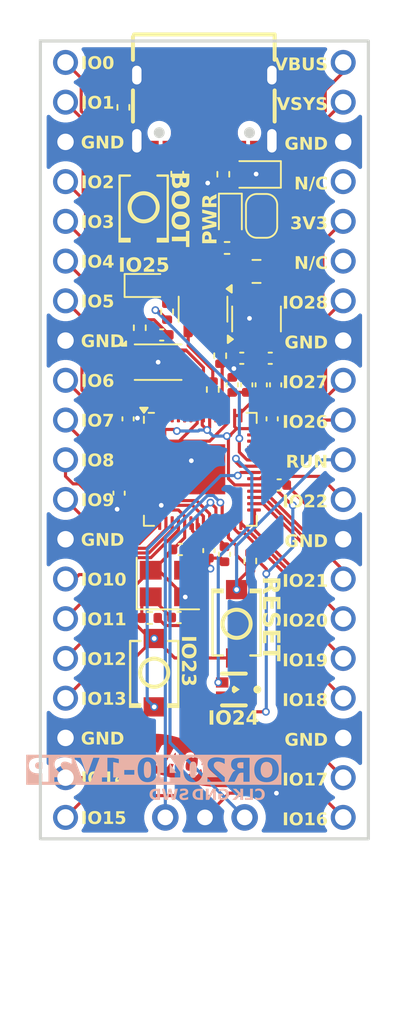
<source format=kicad_pcb>
(kicad_pcb (version 20241229) (generator "pcbnew") (generator_version "9.0")
  (layers (0 "F.Cu" signal) (2 "B.Cu" mixed) (13 "F.Paste" user) (15 "B.Paste" user) (5 "F.SilkS" user "F.Silkscreen") (7 "B.SilkS" user "B.Silkscreen") (1 "F.Mask" user) (3 "B.Mask" user) (25 "Edge.Cuts" user))
  (net 0 "")
  (net 1 "3V3")
  (net 2 "X_IN")
  (net 3 "Net-(C10-Pad1)")
  (net 4 "1V1")
  (net 5 "SPI_CS")
  (net 6 "Net-(R2-Pad1)")
  (net 7 "Net-(R3-Pad1)")
  (net 8 "USB_DP_CLEAN")
  (net 9 "USB_DM_CLEAN")
  (net 10 "Net-(R4-Pad1)")
  (net 11 "Net-(J1-CC1)")
  (net 12 "Net-(J1-CC2)")
  (net 13 "X_OUT")
  (net 14 "SPI_SD0")
  (net 15 "SPI_SD1")
  (net 16 "GPIO27")
  (net 17 "SWD")
  (net 18 "RUN")
  (net 19 "SPI_SD2")
  (net 20 "GPIO0")
  (net 21 "GPIO29")
  (net 22 "SPI_CLK")
  (net 23 "SWCLK")
  (net 24 "GPIO26")
  (net 25 "GPIO28")
  (net 26 "SPI_SD3")
  (net 27 "USB_DP")
  (net 28 "USB_DM")
  (net 29 "VBUS")
  (net 32 "GPIO1")
  (net 33 "VSYS")
  (net 34 "GPIO5")
  (net 35 "GPIO8")
  (net 36 "GPIO3")
  (net 37 "GPIO2")
  (net 38 "GPIO9")
  (net 39 "GPIO7")
  (net 40 "GPIO6")
  (net 41 "GPIO4")
  (net 42 "GPIO22")
  (net 43 "GPIO18")
  (net 44 "GPIO17")
  (net 45 "GPIO20")
  (net 46 "GPIO16")
  (net 47 "GPIO19")
  (net 48 "GPIO21")
  (net 49 "GPIO24")
  (net 50 "GPIO23")
  (net 51 "GPIO25")
  (net 52 "GND")
  (net 53 "GPIO13")
  (net 54 "GPIO11")
  (net 55 "GPIO14")
  (net 56 "GPIO10")
  (net 57 "GPIO12")
  (net 58 "GPIO15")
  (net 59 "Net-(D2-K)")
  (net 60 "Net-(D2-A)")
  (net 63 "Net-(D3-A)")
  (net 65 "Net-(U4-C+)")
  (net 66 "Net-(U4-C-)")
  (footprint "Diode_SMD:D_SOD-323" (layer "F.Cu") (at 83.85 39.15 180)
    (property "Reference" "D1" (hide yes))
    (property "Value" "1N5819WS")
  )
  (footprint "Capacitor_SMD:C_0402_1005Metric" (layer "F.Cu") (at 85.35 59)
    (property "Reference" "C1" (hide yes))
    (property "Value" "100nF")
  )
  (footprint "Capacitor_SMD:C_0402_1005Metric" (layer "F.Cu") (at 75.675 54.775 90)
    (property "Reference" "C6" (hide yes))
    (property "Value" "100nF")
  )
  (footprint "Switches:SW-SMD_L3.9-W3.0-P4.45" (layer "F.Cu") (at 76.675 41.25 -90)
    (property "Reference" "SW1" (hide yes))
    (property "Value" "BTN_BOOT")
  )
  (footprint "Capacitor_SMD:C_0402_1005Metric" (layer "F.Cu") (at 84.78 50.9 180)
    (property "Reference" "C16" (hide yes))
    (property "Value" "10uF")
  )
  (footprint "Jumper:SolderJumper-2_P1.3mm_Bridged2Bar_RoundedPad1.0x1.5mm" (layer "F.Cu") (at 84.225 41.8 90)
    (property "Reference" "JP1" (hide yes))
    (property "Value" "PWR_Jumper")
  )
  (footprint "Package_TO_SOT_SMD:SOT-23-6" (layer "F.Cu") (at 83.9 48.3875 90)
    (property "Reference" "U4" (hide yes))
    (property "Value" "ME2135A33M6G")
  )
  (footprint "Headers:PinHeader_1x03_P2.54mm_Vertical" (layer "F.Cu") (at 78.06 80.25 90)
    (property "Reference" "REF**" (hide yes))
    (property "Value" "PinHeader_1x03_P2.54mm_Vertical")
  )
  (footprint "Resistor_SMD:R_0402_1005Metric" (layer "F.Cu") (at 75.375 34.86 90)
    (property "Reference" "R2" (hide yes))
    (property "Value" "1K")
  )
  (footprint "Capacitor_SMD:C_0402_1005Metric" (layer "F.Cu") (at 85.125 52.6 90)
    (property "Reference" "C4" (hide yes))
    (property "Value" "100nF")
  )
  (footprint "Resistor_SMD:R_0402_1005Metric" (layer "F.Cu") (at 81.775 39.14 -90)
    (property "Reference" "R5" (hide yes))
    (property "Value" "5K1")
  )
  (footprint "Capacitor_SMD:C_0402_1005Metric" (layer "F.Cu") (at 84.2 52.6 90)
    (property "Reference" "C7" (hide yes))
    (property "Value" "1uF")
  )
  (footprint "Resistor_SMD:R_0402_1005Metric" (layer "F.Cu") (at 81.575 50.74 -90)
    (property "Reference" "R4" (hide yes))
    (property "Value" "27R")
  )
  (footprint "USBCConnectors:USB-C-SMD_TYPE-C-6PIN-2MD-073" (layer "F.Cu") (at 80.56 35.175 180)
    (property "Reference" "J1" (hide yes))
    (property "Value" "USB_C_Receptacle_USB2.0_16P")
    (fp_poly (pts (xy 3.237006 -1.350684) (xy 3.213358 -1.438939) (xy 3.167674 -1.518067) (xy 3.103067 -1.582674) (xy 3.023939 -1.628358) (xy 2.935684 -1.652006) (xy 2.844316 -1.652006) (xy 2.756061 -1.628358) (xy 2.676933 -1.582674) (xy 2.612326 -1.518067) (xy 2.566642 -1.438939) (xy 2.542994 -1.350684) (xy 2.542994 -1.259316) (xy 2.566642 -1.171061) (xy 2.612326 -1.091933) (xy 2.676933 -1.027326) (xy 2.756061 -0.981642) (xy 2.844316 -0.957994) (xy 2.935684 -0.957994) (xy 3.023939 -0.981642) (xy 3.103067 -1.027326) (xy 3.167674 -1.091933) (xy 3.213358 -1.171061) (xy 3.237006 -1.259316)) (fill yes) (layer "Edge.Cuts"))
    (fp_poly (pts (xy -2.542994 -1.350684) (xy -2.566642 -1.438939) (xy -2.612326 -1.518067) (xy -2.676933 -1.582674) (xy -2.756061 -1.628358) (xy -2.844316 -1.652006) (xy -2.935684 -1.652006) (xy -3.023939 -1.628358) (xy -3.103067 -1.582674) (xy -3.167674 -1.518067) (xy -3.213358 -1.438939) (xy -3.237006 -1.350684) (xy -3.237006 -1.259316) (xy -3.213358 -1.171061) (xy -3.167674 -1.091933) (xy -3.103067 -1.027326) (xy -3.023939 -0.981642) (xy -2.935684 -0.957994) (xy -2.844316 -0.957994) (xy -2.756061 -0.981642) (xy -2.676933 -1.027326) (xy -2.612326 -1.091933) (xy -2.566642 -1.171061) (xy -2.542994 -1.259316)) (fill yes) (layer "Edge.Cuts"))
  )
  (footprint "Capacitor_SMD:C_0402_1005Metric" (layer "F.Cu") (at 84.9 54.775 90)
    (property "Reference" "C2" (hide yes))
    (property "Value" "100nF")
  )
  (footprint "Resistor_SMD:R_0402_1005Metric" (layer "F.Cu") (at 83.5 63.86 90)
    (property "Reference" "R10" (hide yes))
    (property "Value" "1K")
  )
  (footprint "Resistor_SMD:R_0402_1005Metric" (layer "F.Cu") (at 77.065 67.5)
    (property "Reference" "R7" (hide yes))
    (property "Value" "1K")
  )
  (footprint "Capacitor_SMD:C_0402_1005Metric" (layer "F.Cu") (at 78.945 67.475)
    (property "Reference" "C10" (hide yes))
    (property "Value" "22pF")
  )
  (footprint "Switches:SW-SMD_L3.9-W3.0-P4.45" (layer "F.Cu") (at 77.35 71 -90)
    (property "Reference" "SW3" (hide yes))
    (property "Value" "BTN_USR")
  )
  (footprint "LED_SMD:LED_0603_1608Metric" (layer "F.Cu") (at 76.9375 46.25)
    (property "Reference" "D3" (hide yes))
    (property "Value" "LED_USR")
  )
  (footprint "Headers:OrphPicoHeaders" (layer "F.Cu") (at 89.45 31.99)
    (property "Reference" "H2" (hide yes))
    (property "Value" "H2")
  )
  (footprint "Resistor_SMD:R_0402_1005Metric" (layer "F.Cu") (at 78.175 47.925 90)
    (property "Reference" "R9" (hide yes))
    (property "Value" "330R")
  )
  (footprint "Capacitor_SMD:C_0402_1005Metric" (layer "F.Cu") (at 77.83 49.41 180)
    (property "Reference" "C8" (hide yes))
    (property "Value" "100nF")
  )
  (footprint "Switches:SW-SMD_L3.9-W3.0-P4.45" (layer "F.Cu") (at 82.625 67.875 90)
    (property "Reference" "SW2" (hide yes))
    (property "Value" "BTN_RST")
  )
  (footprint "Capacitor_SMD:C_0805_2012Metric" (layer "F.Cu") (at 83.9 45.35 180)
    (property "Reference" "C12" (hide yes))
    (property "Value" "10uF")
  )
  (footprint "Headers:OrphPicoHeaders" (layer "F.Cu") (at 71.67 31.99)
    (property "Reference" "H1" (hide yes))
    (property "Value" "H1")
  )
  (footprint "LEDs:LED-SMD_4P-L1.6-W1.5_XL-1615RGBC-WS2812B" (layer "F.Cu") (at 82.452 72.075 180)
    (property "Reference" "D4" (hide yes))
    (property "Value" "LED_RGB")
  )
  (footprint "Resistor_SMD:R_0402_1005Metric" (layer "F.Cu") (at 81.1 52.9 -90)
    (property "Reference" "R3" (hide yes))
    (property "Value" "27R")
  )
  (footprint "Resistor_SMD:R_0402_1005Metric" (layer "F.Cu") (at 76.425 48.95 -90)
    (property "Reference" "R1" (hide yes))
    (property "Value" "10K")
  )
  (footprint "Package_TO_SOT_SMD:SOT-23-6" (layer "F.Cu") (at 80.475 47.7625 -90)
    (property "Reference" "U3" (hide yes))
    (property "Value" "USBLC6-2SC6")
  )
  (footprint "LED_SMD:LED_0603_1608Metric" (layer "F.Cu") (at 82.225 41.8625 -90)
    (property "Reference" "D2" (hide yes))
    (property "Value" "LED_PWR")
  )
  (footprint "Package_SON:Winbond_USON-8-1EP_3x2mm_P0.5mm_EP0.2x1.6mm" (layer "F.Cu") (at 77.6 51.15)
    (property "Reference" "U2" (hide yes))
    (property "Value" "W25Q16JVUXIQ")
  )
  (footprint "Resistor_SMD:R_0402_1005Metric" (layer "F.Cu") (at 78.825 39.125 -90)
    (property "Reference" "R6" (hide yes))
    (property "Value" "5K1")
  )
  (footprint "Resistor_SMD:R_0402_1005Metric" (layer "F.Cu") (at 82.015 43.85)
    (property "Reference" "R8" (hide yes))
    (property "Value" "470R")
  )
  (footprint "Capacitor_SMD:C_0402_1005Metric" (layer "F.Cu") (at 79.025 63.125)
    (property "Reference" "C9" (hide yes))
    (property "Value" "22pF")
  )
  (footprint "Capacitor_SMD:C_0402_1005Metric" (layer "F.Cu") (at 75.1 59.525 -90)
    (property "Reference" "C3" (hide yes))
    (property "Value" "100nF")
  )
  (footprint "Package_DFN_QFN:QFN-56-1EP_7x7mm_P0.4mm_EP3.2x3.2mm" (layer "F.Cu") (at 80.3 58)
    (property "Reference" "U1" (hide yes))
    (property "Value" "RP2040")
  )
  (footprint "Capacitor_SMD:C_0402_1005Metric" (layer "F.Cu") (at 81.85 63.43 -90)
    (property "Reference" "C14" (hide yes))
    (property "Value" "100nF")
  )
  (footprint "Capacitor_SMD:C_0402_1005Metric" (layer "F.Cu") (at 83.275 52.6 90)
    (property "Reference" "C11" (hide yes))
    (property "Value" "1uF")
  )
  (footprint "Crystal:Crystal_SMD_3225-4Pin_3.2x2.5mm" (layer "F.Cu") (at 78.225 65.3)
    (property "Reference" "X1" (hide yes))
    (property "Value" "X322512MSB4SI")
  )
  (footprint "Capacitor_SMD:C_0402_1005Metric" (layer "F.Cu") (at 82.955 50.9 180)
    (property "Reference" "C15" (hide yes))
    (property "Value" "10uF")
  )
  (footprint "Capacitor_SMD:C_0402_1005Metric" (layer "F.Cu") (at 80.85 63.195 -90)
    (property "Reference" "C5" (hide yes))
    (property "Value" "100nF")
  )
  (footprint "Capacitor_SMD:C_0402_1005Metric" (layer "F.Cu") (at 82.35 52.6 90)
    (property "Reference" "C13" (hide yes))
    (property "Value" "100nF")
  )
  (gr_poly (pts (xy 77.533294 74.906706) (xy 77.586883 74.90772) (xy 77.819539 74.92241) (xy 78.07536 74.953806) (xy 78.2121 74.976546) (xy 78.354804 75.004389) (xy 78.50353 75.037646) (xy 78.658336 75.076626) (xy 78.819277 75.121644) (xy 78.986413 75.173003) (xy 79.159804 75.231015) (xy 79.339504 75.295988) (xy 79.525572 75.368234) (xy 79.718067 75.448061) (xy 79.917045 75.535776) (xy 80.122561 75.631695) (xy 80.347971 75.732561) (xy 80.573131 75.819419) (xy 80.797666 75.892931) (xy 81.021223 75.953748) (xy 81.243424 76.002527) (xy 81.463904 76.039926) (xy 81.682295 76.066596) (xy 81.898229 76.0832) (xy 82.111339 76.090388) (xy 82.321256 76.088819) (xy 82.527613 76.079144) (xy 82.730041 76.062024) (xy 82.92817 76.038114) (xy 83.121638 76.008069) (xy 83.310073 75.972542) (xy 83.493109 75.932193) (xy 83.841508 75.839646) (xy 84.163894 75.735675) (xy 84.457321 75.625524) (xy 84.71885 75.51444) (xy 84.945536 75.407672) (xy 85.134439 75.310461) (xy 85.387112 75.165708) (xy 85.388498 75.164969) (xy 85.389937 75.164412) (xy 85.391414 75.164034) (xy 85.392928 75.163823) (xy 85.394465 75.163773) (xy 85.396022 75.163877) (xy 85.39759 75.164126) (xy 85.399163 75.164513) (xy 85.400731 75.16503) (xy 85.402288 75.165669) (xy 85.403822 75.166422) (xy 85.405333 75.167283) (xy 85.406806 75.168242) (xy 85.408238 75.16929) (xy 85.40962 75.170427) (xy 85.410943 75.171636) (xy 85.412203 75.172913) (xy 85.413386 75.174252) (xy 85.414492 75.175638) (xy 85.415507 75.177074) (xy 85.416427 75.178545) (xy 85.417243 75.180047) (xy 85.417948 75.181568) (xy 85.418533 75.183102) (xy 85.418993 75.184644) (xy 85.419317 75.18618) (xy 85.419502 75.18771) (xy 85.419533 75.189224) (xy 85.419409 75.19071) (xy 85.419121 75.192162) (xy 85.418659 75.193577) (xy 85.418017 75.194937) (xy 84.980122 76.0473) (xy 84.979523 76.048575) (xy 84.979016 76.049859) (xy 84.978604 76.051152) (xy 84.978278 76.052447) (xy 84.978041 76.053743) (xy 84.977891 76.055034) (xy 84.977822 76.05632) (xy 84.977837 76.057596) (xy 84.977935 76.058858) (xy 84.978107 76.060104) (xy 84.978355 76.061331) (xy 84.978679 76.062534) (xy 84.979075 76.063716) (xy 84.97954 76.064864) (xy 84.980074 76.065981) (xy 84.980677 76.067063) (xy 84.981341 76.068107) (xy 84.98207 76.069104) (xy 84.982859 76.070061) (xy 84.983707 76.070969) (xy 84.984611 76.071822) (xy 84.98557 76.072622) (xy 84.986584 76.073364) (xy 84.987647 76.074045) (xy 84.988759 76.07466) (xy 84.98992 76.075209) (xy 84.991123 76.075685) (xy 84.992374 76.076087) (xy 84.993664 76.076411) (xy 84.994993 76.076654) (xy 84.996359 76.076813) (xy 84.997763 76.076885) (xy 85.351528 76.079637) (xy 85.632497 76.079607) (xy 85.953397 76.077168) (xy 85.955093 76.077198) (xy 85.956742 76.077348) (xy 85.958338 76.077612) (xy 85.95988 76.077987) (xy 85.961365 76.078466) (xy 85.962787 76.079045) (xy 85.964147 76.079714) (xy 85.965442 76.080471) (xy 85.966664 76.081313) (xy 85.967816 76.082228) (xy 85.968893 76.083216) (xy 85.969891 76.084266) (xy 85.970809 76.085378) (xy 85.971641 76.086543) (xy 85.972387 76.08776) (xy 85.973044 76.089017) (xy 85.973608 76.090314) (xy 85.974073 76.09164) (xy 85.974442 76.092995) (xy 85.974709 76.09437) (xy 85.974871 76.095761) (xy 85.974923 76.09716) (xy 85.974869 76.098567) (xy 85.974698 76.099968) (xy 85.974412 76.101366) (xy 85.974007 76.102752) (xy 85.973479 76.104119) (xy 85.972826 76.105463) (xy 85.972043 76.106777) (xy 85.971131 76.108056) (xy 85.970086 76.109297) (xy 85.968902 76.110492) (xy 85.776511 76.286525) (xy 85.441028 76.57527) (xy 84.988961 76.934752) (xy 84.72749 77.127906) (xy 84.446815 77.323002) (xy 84.150247 77.514796) (xy 83.841098 77.698039) (xy 83.522684 77.86749) (xy 83.198321 78.017893) (xy 82.871317 78.14401) (xy 82.707859 78.19632) (xy 82.544986 78.240589) (xy 82.383109 78.276162) (xy 82.222643 78.302383) (xy 82.064003 78.318597) (xy 81.907603 78.324148) (xy 81.582251 78.319386) (xy 81.274624 78.305616) (xy 80.983267 78.28359) (xy 80.706728 78.254073) (xy 80.443551 78.217821) (xy 80.192278 78.175596) (xy 79.951458 78.128154) (xy 79.719634 78.076258) (xy 79.495351 78.02067) (xy 79.277155 77.962146) (xy 78.853209 77.839326) (xy 78.436156 77.713882) (xy 78.014356 77.591889) (xy 77.855373 77.549089) (xy 79.848883 77.549089) (xy 79.849869 77.561403) (xy 79.852156 77.572866) (xy 79.855698 77.583417) (xy 79.860441 77.592996) (xy 79.866343 77.601541) (xy 79.873354 77.60899) (xy 79.881429 77.615283) (xy 79.890519 77.620359) (xy 79.900575 77.624154) (xy 79.911549 77.626609) (xy 79.923397 77.627659) (xy 79.936072 77.627247) (xy 79.949521 77.625309) (xy 79.963701 77.621784) (xy 79.978561 77.616612) (xy 79.994056 77.60973) (xy 80.010139 77.601078) (xy 80.026759 77.590591) (xy 80.043871 77.578212) (xy 80.061429 77.563876) (xy 80.079381 77.547525) (xy 80.097685 77.529096) (xy 80.116287 77.508526) (xy 80.135143 77.485756) (xy 80.154208 77.460721) (xy 80.173429 77.433366) (xy 80.182819 77.419098) (xy 80.192239 77.402709) (xy 80.201604 77.384616) (xy 80.210821 77.365239) (xy 80.219809 77.344999) (xy 80.228473 77.324316) (xy 80.244493 77.2833) (xy 80.258175 77.245548) (xy 80.268819 77.214423) (xy 80.278177 77.185491) (xy 80.367669 77.174803) (xy 80.409016 77.365293) (xy 80.441241 77.527341) (xy 80.454562 77.602879) (xy 80.463865 77.666311) (xy 80.466336 77.679465) (xy 80.470081 77.692201) (xy 80.475015 77.704471) (xy 80.481048 77.716215) (xy 80.48809 77.727382) (xy 80.496055 77.737915) (xy 80.504857 77.747761) (xy 80.514408 77.756863) (xy 80.524615 77.76517) (xy 80.535391 77.772622) (xy 80.546653 77.77917) (xy 80.558311 77.784756) (xy 80.570272 77.789323) (xy 80.582455 77.792824) (xy 80.594767 77.795197) (xy 80.607123 77.79639) (xy 80.619432 77.796349) (xy 80.631604 77.795019) (xy 80.643559 77.792343) (xy 80.655205 77.78827) (xy 80.666452 77.782741) (xy 80.677213 77.775705) (xy 80.687404 77.767107) (xy 80.69693 77.756889) (xy 80.705707 77.745) (xy 80.713645 77.731383) (xy 80.720659 77.715984) (xy 80.726659 77.698752) (xy 80.731556 77.679624) (xy 80.735264 77.658553) (xy 80.737693 77.635482) (xy 80.738758 77.610354) (xy 80.734237 77.572878) (xy 80.727376 77.532225) (xy 80.718112 77.488386) (xy 80.706386 77.441346) (xy 80.692144 77.391087) (xy 80.675323 77.337601) (xy 80.655863 77.280876) (xy 80.63371 77.220894) (xy 80.627641 77.204484) (xy 81.438845 77.204484) (xy 81.439315 77.253237) (xy 81.440989 77.28991) (xy 81.443543 77.325576) (xy 81.446971 77.360217) (xy 81.451261 77.393814) (xy 81.456412 77.426344) (xy 81.462418 77.457789) (xy 81.469273 77.488134) (xy 81.476965 77.517354) (xy 81.485491 77.545435) (xy 81.494848 77.572354) (xy 81.505024 77.598096) (xy 81.516016 77.622636) (xy 81.527816 77.645959) (xy 81.540419 77.668045) (xy 81.553816 77.688876) (xy 81.568007 77.70843) (xy 81.582977 77.726689) (xy 81.598727 77.743633) (xy 81.615245 77.759247) (xy 81.632527 77.773507) (xy 81.650569 77.786397) (xy 81.669361 77.797896) (xy 81.688897 77.807985) (xy 81.709171 77.816643) (xy 81.730178 77.823855) (xy 81.75191 77.8296) (xy 81.774362 77.833857) (xy 81.797528 77.836608) (xy 81.821398 77.837836) (xy 81.845971 77.83752) (xy 81.871237 77.835642) (xy 81.89719 77.832178) (xy 81.92248 77.827476) (xy 81.945811 77.82192) (xy 81.967255 77.815576) (xy 81.986878 77.808505) (xy 82.004758 77.800776) (xy 82.020959 77.792454) (xy 82.035556 77.783596) (xy 82.048616 77.774272) (xy 82.060213 77.764548) (xy 82.070417 77.754481) (xy 82.0793 77.744142) (xy 82.086931 77.733594) (xy 82.093381 77.722899) (xy 82.098721 77.712124) (xy 82.103021 77.701333) (xy 82.106353 77.690589) (xy 82.108789 77.679958) (xy 82.110397 77.669502) (xy 82.111249 77.65929) (xy 82.111415 77.649381) (xy 82.11097 77.639839) (xy 82.109978 77.630736) (xy 82.108516 77.622126) (xy 82.106653 77.614081) (xy 82.104457 77.606664) (xy 82.102003 77.599938) (xy 82.099355 77.593966) (xy 82.096591 77.588814) (xy 82.09378 77.584548) (xy 82.09099 77.58123) (xy 82.088296 77.578924) (xy 82.085765 77.577696) (xy 82.082041 77.576529) (xy 82.078496 77.57505) (xy 82.071211 77.571655) (xy 82.067102 77.569992) (xy 82.062442 77.56852) (xy 82.057042 77.567364) (xy 82.050719 77.566651) (xy 82.04329 77.566506) (xy 82.034575 77.567055) (xy 82.024382 77.56842) (xy 82.012537 77.570733) (xy 81.998851 77.57412) (xy 81.98314 77.578701) (xy 81.965224 77.584605) (xy 81.944917 77.591958) (xy 81.934213 77.595735) (xy 81.923674 77.59896) (xy 81.913298 77.601621) (xy 81.90308 77.603715) (xy 81.893017 77.605236) (xy 81.883109 77.606179) (xy 81.873353 77.606538) (xy 81.863743 77.606305) (xy 81.854281 77.605477) (xy 81.84496 77.604048) (xy 81.83578 77.602011) (xy 81.826738 77.59936) (xy 81.817831 77.596092) (xy 81.809056 77.592198) (xy 81.800413 77.587674) (xy 81.791894 77.582514) (xy 81.783502 77.576709) (xy 81.775232 77.57026) (xy 81.76708 77.563156) (xy 81.759047 77.555394) (xy 81.751126 77.546964) (xy 81.743317 77.537866) (xy 81.735616 77.528089) (xy 81.728021 77.517633) (xy 81.72053 77.506485) (xy 81.713143 77.494645) (xy 81.698654 77.468862) (xy 81.684539 77.440234) (xy 81.670775 77.408718) (xy 81.662072 77.385123) (xy 81.654016 77.359213) (xy 81.646738 77.3313) (xy 81.640372 77.301702) (xy 81.635051 77.270727) (xy 81.630908 77.238693) (xy 81.628075 77.205912) (xy 81.626684 77.172699) (xy 81.62687 77.139367) (xy 81.628763 77.106231) (xy 81.632497 77.073606) (xy 81.638206 77.041803) (xy 81.646016 77.011135) (xy 81.656071 76.981921) (xy 81.661979 76.967958) (xy 81.668497 76.954474) (xy 81.67564 76.94151) (xy 81.683425 76.929105) (xy 81.685844 76.925592) (xy 81.68825 76.922233) (xy 81.690649 76.919025) (xy 81.693029 76.915962) (xy 81.697747 76.910259) (xy 81.702385 76.90509) (xy 81.706933 76.90042) (xy 81.711377 76.896216) (xy 81.715697 76.892448) (xy 81.719881 76.889076) (xy 81.723919 76.88607) (xy 81.727789 76.883397) (xy 81.731479 76.881021) (xy 81.734974 76.87891) (xy 81.741325 76.875348) (xy 81.746719 76.872438) (xy 81.751567 76.869679) (xy 81.756415 76.867272) (xy 81.761257 76.865199) (xy 81.766076 76.863448) (xy 81.770875 76.861999) (xy 81.775636 76.860838) (xy 81.780355 76.85995) (xy 81.785023 76.859319) (xy 81.789634 76.858926) (xy 81.794179 76.858758) (xy 81.798646 76.858798) (xy 81.803032 76.859032) (xy 81.807325 76.85944) (xy 81.811517 76.86001) (xy 81.815603 76.860724) (xy 81.819571 76.861567) (xy 81.823415 76.862523) (xy 81.827125 76.863576) (xy 81.834113 76.86591) (xy 81.840469 76.868437) (xy 81.846128 76.871034) (xy 81.851024 76.873572) (xy 81.855091 76.875924) (xy 81.858259 76.877964) (xy 81.860467 76.879563) (xy 81.873706 76.888753) (xy 81.88627 76.896691) (xy 81.898163 76.90342) (xy 81.909392 76.908984) (xy 81.919969 76.913418) (xy 81.929893 76.916773) (xy 81.939176 76.919091) (xy 81.947822 76.920414) (xy 81.955843 76.920781) (xy 81.963235 76.920241) (xy 81.970015 76.918831) (xy 81.976184 76.916601) (xy 81.981752 76.913587) (xy 81.986723 76.909836) (xy 81.991105 76.90539) (xy 81.994904 76.90029) (xy 81.998128 76.894582) (xy 82.000783 76.888308) (xy 82.002874 76.881508) (xy 82.004408 76.874227) (xy 82.005397 76.86651) (xy 82.005838 76.858396) (xy 82.005745 76.849932) (xy 82.005122 76.841158) (xy 82.003979 76.832118) (xy 82.002319 76.822854) (xy 82.000147 76.81341) (xy 81.997474 76.803828) (xy 81.994306 76.794151) (xy 81.990649 76.784422) (xy 81.986507 76.774686) (xy 81.981889 76.764984) (xy 81.970988 76.750179) (xy 81.959842 76.736238) (xy 81.949841 76.724768) (xy 82.213298 76.724768) (xy 82.214105 76.754123) (xy 82.215926 76.785577) (xy 82.222165 76.853817) (xy 82.231109 76.927519) (xy 82.241851 77.004715) (xy 82.265095 77.161716) (xy 82.275787 77.237592) (xy 82.284649 77.309088) (xy 82.305658 77.507442) (xy 82.309775 77.542566) (xy 82.314331 77.576389) (xy 82.319773 77.611158) (xy 82.326545 77.649114) (xy 82.329943 77.658411) (xy 82.336222 77.666206) (xy 82.345186 77.672577) (xy 82.356643 77.677602) (xy 82.370399 77.681356) (xy 82.386259 77.683921) (xy 82.404035 77.685372) (xy 82.423528 77.685789) (xy 82.466899 77.683825) (xy 82.514822 77.678652) (xy 82.565758 77.670891) (xy 82.618156 77.661168) (xy 82.72115 77.638309) (xy 82.811432 77.615059) (xy 82.876627 77.596392) (xy 82.904363 77.587281) (xy 82.907347 77.585814) (xy 82.911355 77.584294) (xy 82.921916 77.58073) (xy 82.928209 77.578503) (xy 82.934999 77.575861) (xy 82.942157 77.572714) (xy 82.949554 77.568966) (xy 82.957052 77.564529) (xy 82.960802 77.562025) (xy 82.964528 77.559313) (xy 82.968217 77.556384) (xy 82.971848 77.553226) (xy 82.975409 77.549827) (xy 82.97888 77.546178) (xy 82.982249 77.542264) (xy 82.985497 77.538078) (xy 82.988605 77.533602) (xy 82.99156 77.528832) (xy 82.994345 77.523753) (xy 82.996945 77.518353) (xy 82.999339 77.512623) (xy 83.001517 77.506549) (xy 83.003638 77.500558) (xy 83.004934 77.49478) (xy 83.005441 77.489218) (xy 83.005192 77.483875) (xy 83.004229 77.478756) (xy 83.002589 77.47386) (xy 83.000305 77.469192) (xy 82.99742 77.464753) (xy 82.993967 77.460549) (xy 82.989983 77.456577) (xy 82.985507 77.452846) (xy 82.980574 77.449354) (xy 82.975222 77.446108) (xy 82.969489 77.44311) (xy 82.957022 77.43786) (xy 82.943476 77.433625) (xy 82.929142 77.430438) (xy 82.914317 77.428311) (xy 82.899301 77.427268) (xy 82.884385 77.427333) (xy 82.869871 77.428525) (xy 82.856051 77.430868) (xy 82.843225 77.434384) (xy 82.81127 77.443669) (xy 82.76735 77.454633) (xy 82.715965 77.46577) (xy 82.661621 77.475583) (xy 82.634744 77.479527) (xy 82.608817 77.482578) (xy 82.5844 77.484546) (xy 82.562054 77.485248) (xy 82.542349 77.484492) (xy 82.533659 77.483509) (xy 82.52584 77.482095) (xy 82.518961 77.480223) (xy 82.513094 77.477869) (xy 82.508309 77.47501) (xy 82.504673 77.471622) (xy 82.499153 77.459998) (xy 82.494598 77.440288) (xy 82.490809 77.413347) (xy 82.487591 77.380032) (xy 82.476499 77.200162) (xy 82.469269 77.094247) (xy 82.458823 76.986817) (xy 82.451902 76.934676) (xy 82.443587 76.88472) (xy 82.433683 76.837813) (xy 82.421992 76.794808) (xy 82.419529 76.780311) (xy 82.416941 76.766382) (xy 82.414232 76.75302) (xy 82.411408 76.740219) (xy 82.408474 76.727966) (xy 82.405435 76.716258) (xy 82.402294 76.705083) (xy 82.399057 76.694438) (xy 82.395728 76.684311) (xy 82.392316 76.674696) (xy 82.388819 76.665584) (xy 82.385248 76.656968) (xy 82.381606 76.648842) (xy 82.377895 76.641195) (xy 82.374125 76.634021) (xy 82.370296 76.627311) (xy 82.366417 76.621058) (xy 82.362487 76.615256) (xy 82.358518 76.609895) (xy 82.354511 76.604967) (xy 82.35047 76.600464) (xy 82.346402 76.59638) (xy 82.342312 76.592706) (xy 82.338203 76.589433) (xy 82.334083 76.586558) (xy 82.329952 76.584066) (xy 82.325819 76.581954) (xy 82.321687 76.580214) (xy 82.317563 76.578839) (xy 82.313447 76.577814) (xy 82.309349 76.577142) (xy 82.305274 76.576806) (xy 82.305233 76.576862) (xy 82.300643 76.576856) (xy 82.296091 76.577262) (xy 82.291585 76.578072) (xy 82.287137 76.579271) (xy 82.282747 76.580849) (xy 82.278424 76.582794) (xy 82.274179 76.585098) (xy 82.270013 76.587746) (xy 82.265939 76.590726) (xy 82.261961 76.594026) (xy 82.25432 76.601549) (xy 82.247155 76.610216) (xy 82.240516 76.619945) (xy 82.234465 76.630635) (xy 82.229056 76.6422) (xy 82.224346 76.654545) (xy 82.220395 76.667579) (xy 82.217255 76.681211) (xy 82.214989 76.695347) (xy 82.213652 76.709897) (xy 82.213298 76.724768) (xy 81.949841 76.724768) (xy 81.948451 76.723173) (xy 81.936823 76.710992) (xy 81.924956 76.699712) (xy 81.912857 76.689336) (xy 81.900526 76.679883) (xy 81.887968 76.671357) (xy 81.875182 76.663773) (xy 81.86218 76.65714) (xy 81.848959 76.651469) (xy 81.835522 76.646771) (xy 81.821872 76.643058) (xy 81.808012 76.64034) (xy 81.793949 76.638629) (xy 81.779683 76.637933) (xy 81.779708 76.637663) (xy 81.768473 76.637838) (xy 81.757117 76.638639) (xy 81.745645 76.640069) (xy 81.734056 76.642134) (xy 81.72235 76.64484) (xy 81.710533 76.648194) (xy 81.6986 76.652201) (xy 81.686558 76.656864) (xy 81.674407 76.662192) (xy 81.662144 76.668191) (xy 81.649777 76.674864) (xy 81.637306 76.682219) (xy 81.624728 76.69026) (xy 81.612049 76.698996) (xy 81.599267 76.70843) (xy 81.586387 76.718568) (xy 81.569116 76.737066) (xy 81.55271 76.757496) (xy 81.537217 76.779872) (xy 81.52268 76.804201) (xy 81.509144 76.830508) (xy 81.496657 76.858794) (xy 81.48526 76.88907) (xy 81.475001 76.921356) (xy 81.465925 76.955658) (xy 81.458077 76.991986) (xy 81.451504 77.030358) (xy 81.446248 77.070781) (xy 81.442357 77.113269) (xy 81.439873 77.157834) (xy 81.438845 77.204484) (xy 80.627641 77.204484) (xy 80.626687 77.201904) (xy 80.618649 77.182101) (xy 80.608255 77.158924) (xy 80.602332 77.14689) (xy 80.596003 77.134995) (xy 80.589336 77.123568) (xy 80.582389 77.112937) (xy 80.575225 77.103429) (xy 80.571583 77.099199) (xy 80.567908 77.095374) (xy 80.564211 77.09199) (xy 80.560498 77.089093) (xy 80.556778 77.086725) (xy 80.553058 77.084923) (xy 80.597413 77.039544) (xy 80.643433 76.990735) (xy 80.696992 76.931562) (xy 80.751808 76.867302) (xy 80.777726 76.834914) (xy 80.801605 76.803235) (xy 80.82266 76.77293) (xy 80.840108 76.74465) (xy 80.853163 76.719057) (xy 80.857799 76.707477) (xy 80.861041 76.696815) (xy 80.865352 76.675992) (xy 80.867671 76.656312) (xy 80.867875 76.638114) (xy 80.867137 76.629675) (xy 80.865823 76.621736) (xy 80.863915 76.614333) (xy 80.861393 76.607513) (xy 80.858242 76.601313) (xy 80.854448 76.595778) (xy 80.849993 76.590954) (xy 80.84486 76.586876) (xy 80.839036 76.583592) (xy 80.832499 76.58114) (xy 80.825237 76.579565) (xy 80.817233 76.578906) (xy 80.808469 76.579209) (xy 80.798929 76.580516) (xy 80.7886 76.582866) (xy 80.777461 76.586301) (xy 80.765495 76.590867) (xy 80.752693 76.596602) (xy 80.739031 76.60355) (xy 80.724494 76.611756) (xy 80.70907 76.621254) (xy 80.692739 76.632095) (xy 80.675485 76.644318) (xy 80.657291 76.657962) (xy 80.638141 76.67307) (xy 80.618026 76.68969) (xy 80.597979 76.706718) (xy 80.579041 76.723017) (xy 80.561179 76.738602) (xy 80.544364 76.753482) (xy 80.528563 76.767674) (xy 80.513746 76.781187) (xy 80.499883 76.79403) (xy 80.486943 76.806223) (xy 80.474893 76.817776) (xy 80.463705 76.828698) (xy 80.453344 76.839004) (xy 80.443783 76.848706) (xy 80.43499 76.857811) (xy 80.426932 76.866342) (xy 80.419582 76.874302) (xy 80.412906 76.881705) (xy 80.401456 76.894896) (xy 80.392333 76.906008) (xy 80.385292 76.915146) (xy 80.380087 76.9224) (xy 80.376469 76.92787) (xy 80.374192 76.931658) (xy 80.372665 76.934569) (xy 80.380746 76.895268) (xy 80.388919 76.851247) (xy 80.398134 76.795519) (xy 80.407105 76.731492) (xy 80.414553 76.662561) (xy 80.417302 76.627323) (xy 80.419189 76.592136) (xy 80.419729 76.570344) (xy 82.865696 76.570344) (xy 82.865756 76.580135) (xy 82.866505 76.590198) (xy 82.871956 76.630938) (xy 82.879807 76.67352) (xy 82.890623 76.720904) (xy 82.904983 76.776036) (xy 82.946582 76.921356) (xy 83.009158 77.133093) (xy 83.019386 77.16217) (xy 83.030648 77.189182) (xy 83.04286 77.21421) (xy 83.055943 77.23732) (xy 83.06981 77.25859) (xy 83.084386 77.27809) (xy 83.099581 77.295895) (xy 83.115319 77.31208) (xy 83.131513 77.326716) (xy 83.148082 77.339875) (xy 83.164946 77.351632) (xy 83.182022 77.362062) (xy 83.199227 77.371234) (xy 83.216479 77.379225) (xy 83.233696 77.386105) (xy 83.250797 77.391954) (xy 83.267696 77.396838) (xy 83.284315 77.400831) (xy 83.31638 77.406447) (xy 83.346334 77.409384) (xy 83.373517 77.410228) (xy 83.397269 77.409568) (xy 83.416939 77.407989) (xy 83.441396 77.40442) (xy 83.453806 77.401098) (xy 83.465603 77.397213) (xy 83.476805 77.392789) (xy 83.487428 77.387853) (xy 83.497496 77.382421) (xy 83.507027 77.376525) (xy 83.516041 77.37018) (xy 83.524555 77.363415) (xy 83.532592 77.356251) (xy 83.54017 77.348712) (xy 83.547308 77.340819) (xy 83.554027 77.332597) (xy 83.566285 77.315265) (xy 83.577103 77.296894) (xy 83.586632 77.277676) (xy 83.595034 77.257795) (xy 83.602465 77.237439) (xy 83.609083 77.216796) (xy 83.620496 77.175382) (xy 83.630537 77.135052) (xy 83.634722 77.112171) (xy 83.637115 77.085081) (xy 83.637836 77.054245) (xy 83.637007 77.020135) (xy 83.634752 76.98321) (xy 83.631196 76.943935) (xy 83.620669 76.860198) (xy 83.606405 76.772643) (xy 83.589394 76.684982) (xy 83.570617 76.600935) (xy 83.551057 76.524221) (xy 83.544178 76.50657) (xy 83.536816 76.489922) (xy 83.529017 76.474293) (xy 83.520835 76.459704) (xy 83.512316 76.446174) (xy 83.507947 76.439814) (xy 83.503508 76.433724) (xy 83.499011 76.42791) (xy 83.49446 76.422372) (xy 83.489863 76.417116) (xy 83.485223 76.412141) (xy 83.480546 76.40745) (xy 83.475841 76.403046) (xy 83.471113 76.398932) (xy 83.466367 76.395111) (xy 83.46161 76.391583) (xy 83.456846 76.388354) (xy 83.452085 76.385423) (xy 83.44733 76.382795) (xy 83.44259 76.380468) (xy 83.437868 76.378452) (xy 83.43317 76.376742) (xy 83.428507 76.375344) (xy 83.423879 76.374264) (xy 83.419295 76.373499) (xy 83.414759 76.373052) (xy 83.410282 76.372928) (xy 83.410289 76.37331) (xy 83.403446 76.373738) (xy 83.396779 76.37496) (xy 83.390306 76.376988) (xy 83.384054 76.379826) (xy 83.378042 76.383488) (xy 83.372293 76.38798) (xy 83.366831 76.39331) (xy 83.361679 76.399491) (xy 83.356861 76.406526) (xy 83.352395 76.414434) (xy 83.348309 76.423217) (xy 83.344622 76.432883) (xy 83.341358 76.443444) (xy 83.338543 76.45491) (xy 83.336194 76.46729) (xy 83.334337 76.48059) (xy 83.334406 76.490142) (xy 83.33506 76.500132) (xy 83.336258 76.51056) (xy 83.337952 76.521431) (xy 83.342656 76.544516) (xy 83.348821 76.569419) (xy 83.364103 76.624778) (xy 83.37251 76.655292) (xy 83.380955 76.687734) (xy 83.392789 76.759338) (xy 83.404039 76.83307) (xy 83.413615 76.906774) (xy 83.417435 76.942935) (xy 83.420425 76.978275) (xy 83.422456 77.01252) (xy 83.423383 77.045398) (xy 83.423078 77.076642) (xy 83.421403 77.10598) (xy 83.418212 77.133138) (xy 83.413382 77.157846) (xy 83.406772 77.179833) (xy 83.402755 77.189721) (xy 83.398243 77.198826) (xy 83.394067 77.204344) (xy 83.389621 77.209435) (xy 83.384929 77.214103) (xy 83.380007 77.218356) (xy 83.37487 77.222193) (xy 83.369539 77.225616) (xy 83.364028 77.228634) (xy 83.358355 77.231247) (xy 83.352541 77.233458) (xy 83.346601 77.23527) (xy 83.34055 77.236686) (xy 83.334409 77.23771) (xy 83.328196 77.238348) (xy 83.321923 77.238598) (xy 83.315615 77.238468) (xy 83.309282 77.237958) (xy 83.302949 77.237071) (xy 83.296627 77.235816) (xy 83.290336 77.234191) (xy 83.284093 77.232199) (xy 83.277917 77.229846) (xy 83.271824 77.227135) (xy 83.26583 77.224068) (xy 83.259956 77.220648) (xy 83.254219 77.21688) (xy 83.248634 77.212764) (xy 83.243219 77.208309) (xy 83.237995 77.203512) (xy 83.232973 77.198382) (xy 83.228176 77.192916) (xy 83.223617 77.187123) (xy 83.219317 77.181003) (xy 83.204393 77.147452) (xy 83.189993 77.109333) (xy 83.176094 77.067429) (xy 83.162677 77.022511) (xy 83.137193 76.926762) (xy 83.113361 76.828299) (xy 83.091001 76.733352) (xy 83.069935 76.648128) (xy 83.059831 76.611108) (xy 83.049983 76.578852) (xy 83.040368 76.552143) (xy 83.030965 76.531752) (xy 83.024711 76.521326) (xy 83.018221 76.511951) (xy 83.011525 76.503599) (xy 83.004655 76.496243) (xy 82.997639 76.48986) (xy 82.990514 76.484424) (xy 82.983305 76.479906) (xy 82.976047 76.476284) (xy 82.968767 76.473528) (xy 82.961497 76.471616) (xy 82.954268 76.470522) (xy 82.947112 76.470215) (xy 82.940059 76.470674) (xy 82.933138 76.471872) (xy 82.92638 76.473782) (xy 82.919821 76.476378) (xy 82.913485 76.479636) (xy 82.907407 76.48353) (xy 82.901617 76.48803) (xy 82.896145 76.493118) (xy 82.891019 76.49876) (xy 82.886275 76.504932) (xy 82.881944 76.51161) (xy 82.878052 76.518771) (xy 82.874632 76.526384) (xy 82.871717 76.534425) (xy 82.869334 76.542866) (xy 82.867517 76.551686) (xy 82.866295 76.560854) (xy 82.865696 76.570344) (xy 80.419729 76.570344) (xy 80.42005 76.557426) (xy 80.419726 76.523621) (xy 80.420644 76.511621) (xy 80.420944 76.499775) (xy 80.420655 76.488104) (xy 80.419795 76.476617) (xy 80.418391 76.465328) (xy 80.416461 76.454256) (xy 80.414034 76.443414) (xy 80.411125 76.432818) (xy 80.407765 76.422486) (xy 80.403973 76.412424) (xy 80.39977 76.402658) (xy 80.395182 76.393197) (xy 80.390229 76.384055) (xy 80.384935 76.375248) (xy 80.379327 76.366794) (xy 80.373421 76.358708) (xy 80.367244 76.350999) (xy 80.360817 76.343687) (xy 80.354164 76.336787) (xy 80.351313 76.334094) (xy 83.701375 76.334094) (xy 83.701465 76.338266) (xy 83.70214 76.346468) (xy 83.703304 76.354502) (xy 83.704744 76.362384) (xy 83.707595 76.377768) (xy 83.811995 76.719555) (xy 83.884331 76.966372) (xy 83.908573 77.056143) (xy 83.91559 77.086039) (xy 83.918395 77.103442) (xy 83.919005 77.106016) (xy 83.920088 77.108425) (xy 83.921629 77.110674) (xy 83.923615 77.112763) (xy 83.926025 77.114689) (xy 83.928845 77.116456) (xy 83.935651 77.119512) (xy 83.943899 77.121936) (xy 83.95346 77.12374) (xy 83.964203 77.124919) (xy 83.976001 77.125492) (xy 83.988719 77.125458) (xy 84.00223 77.124822) (xy 84.016402 77.123598) (xy 84.031105 77.121783) (xy 84.04621 77.119387) (xy 84.061583 77.116417) (xy 84.077099 77.112883) (xy 84.092624 77.108784) (xy 84.137257 77.092917) (xy 84.179173 77.075937) (xy 84.21832 77.057899) (xy 84.236839 77.048505) (xy 84.254641 77.03887) (xy 84.271723 77.029002) (xy 84.288079 77.01891) (xy 84.303698 77.008599) (xy 84.318574 76.998079) (xy 84.332701 76.987359) (xy 84.346072 76.976442) (xy 84.358681 76.96534) (xy 84.370516 76.954062) (xy 84.381572 76.942608) (xy 84.391847 76.930993) (xy 84.401329 76.919221) (xy 84.410009 76.907304) (xy 84.417886 76.895247) (xy 84.424946 76.883056) (xy 84.431186 76.870741) (xy 84.436601 76.858309) (xy 84.441179 76.845768) (xy 84.444916 76.833124) (xy 84.447803 76.820389) (xy 84.449834 76.807566) (xy 84.451003 76.794666) (xy 84.451301 76.781694) (xy 84.450721 76.768665) (xy 84.449255 76.755575) (xy 84.444758 76.729748) (xy 84.438943 76.704785) (xy 84.435556 76.692654) (xy 84.431854 76.680774) (xy 84.427847 76.669155) (xy 84.423535 76.657811) (xy 84.418927 76.64675) (xy 84.414026 76.635989) (xy 84.408841 76.625534) (xy 84.403375 76.615398) (xy 84.397633 76.605599) (xy 84.391619 76.596138) (xy 84.385342 76.587036) (xy 84.378805 76.5783) (xy 84.372013 76.569939) (xy 84.364975 76.561974) (xy 84.357691 76.554408) (xy 84.35017 76.547255) (xy 84.342415 76.540526) (xy 84.334435 76.534236) (xy 84.326231 76.528392) (xy 84.317812 76.523012) (xy 84.309181 76.518101) (xy 84.300344 76.513671) (xy 84.291307 76.50974) (xy 84.282076 76.506314) (xy 84.272653 76.503408) (xy 84.263047 76.501031) (xy 84.253261 76.499195) (xy 84.243302 76.497912) (xy 84.248639 76.486692) (xy 84.254516 76.473543) (xy 84.261826 76.456143) (xy 84.270041 76.435077) (xy 84.278633 76.410924) (xy 84.287069 76.384274) (xy 84.291065 76.37019) (xy 84.294823 76.355703) (xy 84.296227 76.347222) (xy 84.297301 76.338668) (xy 84.298057 76.330061) (xy 84.298498 76.32141) (xy 84.298634 76.312737) (xy 84.298466 76.304052) (xy 84.298007 76.29537) (xy 84.297259 76.286706) (xy 84.29492 76.269494) (xy 84.291511 76.252533) (xy 84.287077 76.235943) (xy 84.281669 76.219845) (xy 84.275338 76.204355) (xy 84.268136 76.18959) (xy 84.260114 76.175672) (xy 84.255814 76.169067) (xy 84.251327 76.162716) (xy 84.246661 76.15664) (xy 84.241819 76.150845) (xy 84.236813 76.145354) (xy 84.231646 76.140177) (xy 84.226325 76.135331) (xy 84.220858 76.130829) (xy 84.215249 76.126686) (xy 84.209504 76.122918) (xy 84.199495 76.119753) (xy 84.189307 76.116954) (xy 84.178939 76.114538) (xy 84.168388 76.112514) (xy 84.157657 76.1109) (xy 84.146732 76.109712) (xy 84.135619 76.108958) (xy 84.124309 76.108658) (xy 84.124294 76.108683) (xy 84.106966 76.109079) (xy 84.089185 76.110461) (xy 84.070945 76.112825) (xy 84.052234 76.11617) (xy 84.033044 76.120494) (xy 84.013364 76.125789) (xy 83.993186 76.132056) (xy 83.972498 76.139292) (xy 83.951293 76.147493) (xy 83.929561 76.156656) (xy 83.907289 76.166775) (xy 83.884472 76.17785) (xy 83.861096 76.189877) (xy 83.837156 76.202855) (xy 83.812639 76.216776) (xy 83.787538 76.231641) (xy 83.777755 76.237325) (xy 83.76871 76.242914) (xy 83.760374 76.248407) (xy 83.752721 76.253813) (xy 83.745727 76.25913) (xy 83.739364 76.264359) (xy 83.733604 76.269507) (xy 83.72842 76.274574) (xy 83.723786 76.279562) (xy 83.719678 76.284474) (xy 83.716066 76.28931) (xy 83.712922 76.294074) (xy 83.710222 76.298769) (xy 83.70794 76.303398) (xy 83.706049 76.30796) (xy 83.704517 76.312458) (xy 83.703322 76.316898) (xy 83.702438 76.32128) (xy 83.701838 76.325604) (xy 83.701493 76.329876) (xy 83.701375 76.334094) (xy 80.351313 76.334094) (xy 80.347308 76.330314) (xy 80.340271 76.32428) (xy 80.333074 76.318701) (xy 80.325744 76.313594) (xy 80.318299 76.308975) (xy 80.310769 76.304856) (xy 80.303169 76.301252) (xy 80.295528 76.29818) (xy 80.287863 76.295654) (xy 80.280202 76.29369) (xy 80.272566 76.292301) (xy 80.264977 76.291505) (xy 80.257458 76.291314) (xy 80.257417 76.29164) (xy 80.250661 76.292028) (xy 80.244001 76.29294) (xy 80.237452 76.294382) (xy 80.231034 76.296371) (xy 80.224759 76.298915) (xy 80.218647 76.302024) (xy 80.212717 76.305713) (xy 80.209824 76.307778) (xy 80.206983 76.309992) (xy 80.204196 76.312356) (xy 80.201463 76.314872) (xy 80.198791 76.31754) (xy 80.196177 76.320366) (xy 80.193625 76.323345) (xy 80.191138 76.326483) (xy 80.186365 76.333236) (xy 80.181876 76.340639) (xy 80.177686 76.348697) (xy 80.173813 76.357427) (xy 80.170273 76.366836) (xy 80.159485 76.40502) (xy 80.151618 76.44369) (xy 80.146087 76.483088) (xy 80.142312 76.523451) (xy 80.133058 76.699269) (xy 80.129287 76.747998) (xy 80.123763 76.799109) (xy 80.115901 76.852843) (xy 80.105121 76.909435) (xy 80.090835 76.96912) (xy 80.072461 77.032137) (xy 80.049411 77.09872) (xy 80.021106 77.169109) (xy 80.013045 77.187646) (xy 80.00385 77.207697) (xy 79.982886 77.250993) (xy 79.959885 77.296344) (xy 79.936521 77.341086) (xy 79.872934 77.460816) (xy 79.865119 77.476935) (xy 79.858891 77.492574) (xy 79.854201 77.50767) (xy 79.851001 77.522163) (xy 79.849243 77.53599) (xy 79.848883 77.549089) (xy 77.855373 77.549089) (xy 77.628187 77.487931) (xy 77.285959 77.402463) (xy 77.128852 77.3667) (xy 76.979767 77.335606) (xy 76.83772 77.309197) (xy 76.701724 77.287485) (xy 76.570789 77.270487) (xy 76.44393 77.25822) (xy 76.320159 77.250696) (xy 76.198489 77.247931) (xy 76.077933 77.249941) (xy 75.957507 77.256744) (xy 75.83622 77.268352) (xy 75.713086 77.284779) (xy 75.688218 77.415696) (xy 75.666757 77.544063) (xy 75.648457 77.669134) (xy 75.633067 77.790165) (xy 75.62034 77.906412) (xy 75.610026 78.01713) (xy 75.601875 78.121575) (xy 75.595639 78.219) (xy 75.587917 78.389826) (xy 75.584868 78.523644) (xy 75.584818 78.656452) (xy 75.283167 78.656452) (xy 75.284854 78.586554) (xy 75.294436 78.451764) (xy 75.314064 78.261232) (xy 75.34588 78.024117) (xy 75.392043 77.74957) (xy 75.454699 77.446747) (xy 75.49288 77.287594) (xy 75.535993 77.124802) (xy 75.584307 76.959522) (xy 75.638085 76.79289) (xy 75.696288 76.62693) (xy 75.70342 76.607786) (xy 76.730194 76.607786) (xy 76.731309 76.633452) (xy 76.734717 76.656146) (xy 76.740258 76.675958) (xy 76.747767 76.69298) (xy 76.75708 76.707303) (xy 76.768033 76.719012) (xy 76.780468 76.728203) (xy 76.794217 76.734963) (xy 76.809121 76.739385) (xy 76.825015 76.741557) (xy 76.841733 76.741572) (xy 76.859115 76.73952) (xy 76.876999 76.73549) (xy 76.895221 76.729572) (xy 76.913617 76.721859) (xy 76.932024 76.712439) (xy 76.950282 76.701404) (xy 76.968223 76.688843) (xy 76.985686 76.674849) (xy 77.002509 76.659506) (xy 77.01853 76.642914) (xy 77.033583 76.625157) (xy 77.047506 76.606326) (xy 77.060137 76.586513) (xy 77.071312 76.565808) (xy 77.119855 76.472825) (xy 77.162596 76.389482) (xy 77.204604 76.306404) (xy 77.552514 76.439696) (xy 77.534928 76.535264) (xy 77.516794 76.628634) (xy 77.495862 76.7292) (xy 77.48685 76.759956) (xy 77.480221 76.78851) (xy 77.475861 76.814898) (xy 77.473645 76.83915) (xy 77.473456 76.861294) (xy 77.475171 76.881366) (xy 77.478669 76.899391) (xy 77.483832 76.915407) (xy 77.490537 76.929441) (xy 77.498664 76.941522) (xy 77.508091 76.951686) (xy 77.518704 76.959963) (xy 77.530374 76.966383) (xy 77.542986 76.970976) (xy 77.556414 76.973778) (xy 77.570544 76.974816) (xy 77.585251 76.97412) (xy 77.600416 76.971727) (xy 77.602497 76.971181) (xy 77.994117 76.971181) (xy 77.994184 76.985688) (xy 77.995677 76.999405) (xy 77.998551 77.012226) (xy 78.002749 77.02404) (xy 78.008221 77.034739) (xy 78.014919 77.044219) (xy 78.022783 77.05237) (xy 78.031765 77.05908) (xy 78.041815 77.064249) (xy 78.052876 77.067762) (xy 78.0649 77.069514) (xy 78.077833 77.069394) (xy 78.091624 77.067298) (xy 78.106219 77.063116) (xy 78.121567 77.05674) (xy 78.137616 77.048061) (xy 78.154315 77.036971) (xy 78.171607 77.023366) (xy 78.189448 77.007132) (xy 78.20778 76.988166) (xy 78.226554 76.966356) (xy 78.245713 76.941598) (xy 78.265209 76.913778) (xy 78.284992 76.882792) (xy 78.305005 76.848534) (xy 78.3252 76.810891) (xy 78.600298 76.841536) (xy 78.575403 76.91598) (xy 78.550332 76.994226) (xy 78.522226 77.08665) (xy 78.515506 77.105952) (xy 78.510433 77.12422) (xy 78.506938 77.141446) (xy 78.504949 77.157619) (xy 78.504397 77.172727) (xy 78.505209 77.186763) (xy 78.507319 77.199711) (xy 78.510655 77.211564) (xy 78.515142 77.22231) (xy 78.520714 77.231935) (xy 78.527301 77.240436) (xy 78.534832 77.247798) (xy 78.543235 77.254009) (xy 78.552439 77.25906) (xy 78.562378 77.262942) (xy 78.572977 77.26564) (xy 78.584169 77.267148) (xy 78.595881 77.267451) (xy 78.608043 77.266539) (xy 78.620586 77.264404) (xy 78.633438 77.261035) (xy 78.64653 77.25642) (xy 78.65979 77.250547) (xy 78.673147 77.243409) (xy 78.686533 77.234992) (xy 78.699879 77.225289) (xy 78.71311 77.214283) (xy 78.726159 77.20197) (xy 78.738954 77.188335) (xy 78.751423 77.173368) (xy 78.7635 77.157063) (xy 78.77511 77.1394) (xy 78.78351 77.121505) (xy 78.795055 77.088306) (xy 78.823858 76.985664) (xy 79.094689 76.985664) (xy 79.095571 77.029057) (xy 79.098273 77.073774) (xy 79.103124 77.119192) (xy 79.110447 77.164693) (xy 79.120579 77.209663) (xy 79.133845 77.253477) (xy 79.150573 77.29552) (xy 79.159378 77.31471) (xy 79.168879 77.332701) (xy 79.179021 77.349534) (xy 79.189747 77.365249) (xy 79.201003 77.379885) (xy 79.212732 77.393481) (xy 79.22488 77.406079) (xy 79.237387 77.417716) (xy 79.250202 77.428432) (xy 79.263267 77.438268) (xy 79.276527 77.447262) (xy 79.289926 77.455455) (xy 79.30341 77.462886) (xy 79.31692 77.469594) (xy 79.330399 77.475621) (xy 79.3438 77.481006) (xy 79.370121 77.490004) (xy 79.395439 77.496906) (xy 79.419307 77.50203) (xy 79.441282 77.505694) (xy 79.477761 77.509906) (xy 79.501311 77.512084) (xy 79.523583 77.504832) (xy 79.543975 77.497098) (xy 79.562551 77.488924) (xy 79.579387 77.480359) (xy 79.594549 77.471448) (xy 79.608103 77.462235) (xy 79.620121 77.452768) (xy 79.630671 77.443089) (xy 79.639819 77.433249) (xy 79.647637 77.42329) (xy 79.654192 77.413261) (xy 79.659553 77.403207) (xy 79.663789 77.39317) (xy 79.666971 77.3832) (xy 79.669162 77.37334) (xy 79.670437 77.363637) (xy 79.67086 77.354136) (xy 79.670502 77.344887) (xy 79.669429 77.33593) (xy 79.667715 77.327316) (xy 79.665423 77.319085) (xy 79.662628 77.311288) (xy 79.659391 77.303967) (xy 79.655785 77.29717) (xy 79.651879 77.290942) (xy 79.647745 77.285328) (xy 79.643443 77.280378) (xy 79.639048 77.276131) (xy 79.634626 77.272639) (xy 79.630251 77.269942) (xy 79.625985 77.268093) (xy 79.621899 77.267133) (xy 79.600825 77.266542) (xy 79.578343 77.266228) (xy 79.554841 77.265388) (xy 79.542829 77.26452) (xy 79.530708 77.263216) (xy 79.518525 77.261377) (xy 79.506331 77.258904) (xy 79.494177 77.255695) (xy 79.482106 77.251648) (xy 79.470169 77.246665) (xy 79.464267 77.24379) (xy 79.458418 77.240643) (xy 79.452625 77.237211) (xy 79.446897 77.233482) (xy 79.44124 77.229444) (xy 79.435657 77.225082) (xy 79.426606 77.21715) (xy 79.418223 77.208531) (xy 79.41049 77.199264) (xy 79.403386 77.189389) (xy 79.396894 77.178948) (xy 79.390987 77.167977) (xy 79.385644 77.15652) (xy 79.380847 77.144616) (xy 79.372812 77.119624) (xy 79.366705 77.093323) (xy 79.362361 77.066035) (xy 79.359616 77.038081) (xy 79.358301 77.009781) (xy 79.358248 76.981458) (xy 79.359289 76.953427) (xy 79.361257 76.926015) (xy 79.363987 76.89954) (xy 79.367311 76.874323) (xy 79.375069 76.828945) (xy 79.397191 76.752087) (xy 79.410438 76.709574) (xy 79.425148 76.665594) (xy 79.441336 76.621083) (xy 79.459006 76.576985) (xy 79.478167 76.534236) (xy 79.498825 76.493778) (xy 79.509721 76.474704) (xy 79.520995 76.45655) (xy 79.532646 76.439441) (xy 79.544677 76.423491) (xy 79.557088 76.408818) (xy 79.569883 76.39554) (xy 79.583059 76.383777) (xy 79.596619 76.37364) (xy 79.610566 76.365252) (xy 79.624897 76.358726) (xy 79.639615 76.354185) (xy 79.65472 76.351743) (xy 79.670217 76.351517) (xy 79.686102 76.353626) (xy 79.702377 76.358184) (xy 79.719043 76.365315) (xy 79.729071 76.377662) (xy 79.738902 76.38887) (xy 79.748539 76.398974) (xy 79.75797 76.408014) (xy 79.767195 76.416029) (xy 79.776211 76.423056) (xy 79.78501 76.429133) (xy 79.793589 76.434297) (xy 79.801945 76.43859) (xy 79.810071 76.442048) (xy 79.817962 76.444709) (xy 79.825618 76.446611) (xy 79.833031 76.447791) (xy 79.840197 76.448292) (xy 79.847113 76.448148) (xy 79.853773 76.447398) (xy 79.860171 76.44608) (xy 79.866307 76.444233) (xy 79.872175 76.441895) (xy 79.877769 76.439105) (xy 79.883083 76.435901) (xy 79.888119 76.432319) (xy 79.892865 76.428398) (xy 79.897321 76.424178) (xy 79.901484 76.419695) (xy 79.905343 76.414991) (xy 79.908901 76.410098) (xy 79.912147 76.405061) (xy 79.915084 76.399913) (xy 79.917702 76.394694) (xy 79.919995 76.389444) (xy 79.921966 76.384199) (xy 79.924834 76.37499) (xy 79.927123 76.365191) (xy 79.92882 76.354853) (xy 79.929912 76.344039) (xy 79.930389 76.332812) (xy 79.930239 76.321226) (xy 79.929454 76.309338) (xy 79.928017 76.297214) (xy 79.925923 76.284909) (xy 79.923157 76.272485) (xy 79.919707 76.259997) (xy 79.91556 76.247507) (xy 79.910707 76.235075) (xy 79.905141 76.222757) (xy 79.898842 76.210614) (xy 79.891806 76.198707) (xy 79.884016 76.187094) (xy 79.875465 76.175832) (xy 79.866136 76.164983) (xy 79.856025 76.154603) (xy 79.845117 76.144754) (xy 79.833399 76.135496) (xy 79.82086 76.126884) (xy 79.807491 76.118982) (xy 79.793281 76.111847) (xy 79.778212 76.105536) (xy 79.762281 76.100115) (xy 79.745475 76.095635) (xy 79.727778 76.092158) (xy 79.709181 76.089744) (xy 79.689675 76.088454) (xy 79.669243 76.088346) (xy 79.669251 76.088808) (xy 79.663645 76.088888) (xy 79.657963 76.089114) (xy 79.652218 76.089465) (xy 79.646407 76.089923) (xy 79.634593 76.091063) (xy 79.622544 76.092371) (xy 79.587862 76.094514) (xy 79.554607 76.10028) (xy 79.522755 76.109421) (xy 79.492288 76.121699) (xy 79.463184 76.13687) (xy 79.435417 76.154691) (xy 79.408969 76.174925) (xy 79.383825 76.197324) (xy 79.359952 76.22165) (xy 79.337338 76.247661) (xy 79.315957 76.275114) (xy 79.295788 76.30377) (xy 79.276812 76.333383) (xy 79.259005 76.363715) (xy 79.226818 76.425561) (xy 79.199056 76.487376) (xy 79.175548 76.547226) (xy 79.156126 76.603173) (xy 79.140616 76.653287) (xy 79.120657 76.72827) (xy 79.114306 76.756704) (xy 79.106046 76.810179) (xy 79.099668 76.869601) (xy 79.095297 76.94421) (xy 79.094689 76.985664) (xy 78.823858 76.985664) (xy 78.824808 76.982274) (xy 78.858811 76.833876) (xy 78.891516 76.655675) (xy 78.905646 76.559319) (xy 78.917365 76.460226) (xy 78.925983 76.359966) (xy 78.930805 76.260104) (xy 78.931135 76.162215) (xy 78.926281 76.06787) (xy 78.91555 75.978639) (xy 78.898246 75.89609) (xy 78.891769 75.884123) (xy 78.885082 75.872213) (xy 78.878215 75.860451) (xy 78.871198 75.848928) (xy 78.864067 75.837743) (xy 78.856857 75.826985) (xy 78.849595 75.816744) (xy 78.842316 75.80712) (xy 78.835053 75.798198) (xy 78.827836 75.790079) (xy 78.820702 75.782849) (xy 78.817173 75.779597) (xy 78.813679 75.776604) (xy 78.81022 75.77388) (xy 78.806803 75.771437) (xy 78.803427 75.769286) (xy 78.800101 75.767441) (xy 78.796828 75.765909) (xy 78.793615 75.764706) (xy 78.790458 75.763842) (xy 78.787366 75.763329) (xy 78.783805 75.762966) (xy 78.780205 75.76266) (xy 78.776565 75.762413) (xy 78.77289 75.76223) (xy 78.769183 75.76212) (xy 78.765441 75.762084) (xy 78.761673 75.762126) (xy 78.757879 75.762255) (xy 78.757866 75.762404) (xy 78.744307 75.763385) (xy 78.730411 75.76539) (xy 78.716211 75.768528) (xy 78.701746 75.772905) (xy 78.687055 75.778626) (xy 78.672178 75.785805) (xy 78.657151 75.794544) (xy 78.642013 75.804954) (xy 78.626806 75.81714) (xy 78.611563 75.83121) (xy 78.596323 75.847271) (xy 78.581128 75.865434) (xy 78.566016 75.885803) (xy 78.55102 75.908486) (xy 78.536185 75.933591) (xy 78.521545 75.961227) (xy 78.410535 76.172871) (xy 78.274128 76.425701) (xy 78.137713 76.674395) (xy 78.026689 76.873621) (xy 78.017077 76.890594) (xy 78.009205 76.907425) (xy 78.003027 76.924008) (xy 77.998489 76.940233) (xy 77.995536 76.955994) (xy 77.994117 76.971181) (xy 77.602497 76.971181) (xy 77.615919 76.967662) (xy 77.631639 76.961962) (xy 77.647455 76.954654) (xy 77.663245 76.945768) (xy 77.678892 76.93534) (xy 77.694274 76.9234) (xy 77.709267 76.909975) (xy 77.723755 76.895101) (xy 77.737615 76.878807) (xy 77.750728 76.861123) (xy 77.762973 76.842084) (xy 77.774229 76.821718) (xy 77.784375 76.800058) (xy 77.793292 76.777139) (xy 77.925286 76.358808) (xy 77.967679 76.216476) (xy 78.007365 76.074615) (xy 78.041109 75.941012) (xy 78.065679 75.823448) (xy 78.071833 75.8064) (xy 78.076105 75.78953) (xy 78.078583 75.772911) (xy 78.079354 75.756635) (xy 78.078508 75.740774) (xy 78.076129 75.725414) (xy 78.072307 75.710637) (xy 78.067129 75.696528) (xy 78.060685 75.683162) (xy 78.053058 75.670622) (xy 78.044337 75.658992) (xy 78.034612 75.648354) (xy 78.02397 75.638787) (xy 78.012498 75.630372) (xy 78.000283 75.623198) (xy 77.987409 75.617336) (xy 77.973973 75.612875) (xy 77.960055 75.609894) (xy 77.945745 75.608472) (xy 77.93113 75.608696) (xy 77.916301 75.610644) (xy 77.901339 75.614399) (xy 77.886337 75.620045) (xy 77.871384 75.627657) (xy 77.856559 75.637322) (xy 77.841958 75.649121) (xy 77.827666 75.663132) (xy 77.81377 75.67944) (xy 77.800359 75.698127) (xy 77.78752 75.719274) (xy 77.775337 75.742961) (xy 77.763904 75.769271) (xy 77.751685 75.791049) (xy 77.738754 75.815321) (xy 77.711577 75.869181) (xy 77.684035 75.926556) (xy 77.657785 75.983141) (xy 77.615787 76.076745) (xy 77.598841 76.115591) (xy 77.454819 76.06079) (xy 77.401687 76.039886) (xy 77.355088 76.020861) (xy 77.321713 76.006098) (xy 77.312077 76.001057) (xy 77.308257 75.997974) (xy 77.307337 75.995102) (xy 77.306677 75.991968) (xy 77.306071 75.984954) (xy 77.306316 75.977007) (xy 77.307298 75.968202) (xy 77.308896 75.958614) (xy 77.310997 75.948318) (xy 77.316232 75.925896) (xy 77.322067 75.901536) (xy 77.327562 75.875838) (xy 77.329885 75.862674) (xy 77.331775 75.849396) (xy 77.333113 75.836084) (xy 77.333775 75.82281) (xy 77.332603 75.797553) (xy 77.33094 75.77327) (xy 77.328804 75.749946) (xy 77.326212 75.727566) (xy 77.323183 75.706124) (xy 77.31973 75.685604) (xy 77.315875 75.665996) (xy 77.311635 75.647285) (xy 77.307024 75.62946) (xy 77.302059 75.61251) (xy 77.296759 75.596421) (xy 77.291143 75.581183) (xy 77.285226 75.566781) (xy 77.279025 75.553206) (xy 77.272557 75.540443) (xy 77.265841 75.528482) (xy 77.258893 75.517308) (xy 77.251729 75.506916) (xy 77.244369 75.497283) (xy 77.236828 75.488405) (xy 77.229126 75.480264) (xy 77.221275 75.472854) (xy 77.213298 75.466158) (xy 77.205207 75.460167) (xy 77.197021 75.454868) (xy 77.188762 75.450249) (xy 77.180442 75.446295) (xy 77.172078 75.442997) (xy 77.163688 75.44034) (xy 77.155291 75.438317) (xy 77.146903 75.436911) (xy 77.138542 75.43611) (xy 77.138557 75.436164) (xy 77.132082 75.436011) (xy 77.125641 75.436214) (xy 77.119243 75.436769) (xy 77.112895 75.43767) (xy 77.106606 75.438911) (xy 77.100384 75.440486) (xy 77.094235 75.442391) (xy 77.088172 75.44462) (xy 77.082199 75.447167) (xy 77.076324 75.450026) (xy 77.070559 75.453195) (xy 77.064907 75.456665) (xy 77.05938 75.460431) (xy 77.053984 75.46449) (xy 77.04873 75.468831) (xy 77.043622 75.473454) (xy 77.038672 75.47835) (xy 77.033886 75.483519) (xy 77.029272 75.488949) (xy 77.024838 75.494637) (xy 77.020593 75.500579) (xy 77.016547 75.506766) (xy 77.012706 75.513197) (xy 77.009077 75.519864) (xy 77.005669 75.52676) (xy 77.002492 75.533882) (xy 76.999555 75.541224) (xy 76.99686 75.548781) (xy 76.994419 75.556545) (xy 76.992241 75.564513) (xy 76.990333 75.572682) (xy 76.988704 75.581039) (xy 76.963213 75.716007) (xy 76.946013 75.797988) (xy 76.925337 75.88911) (xy 76.90081 75.988994) (xy 76.872051 76.097246) (xy 76.838679 76.213479) (xy 76.800319 76.337307) (xy 76.78081 76.386311) (xy 76.764738 76.43171) (xy 76.751935 76.473591) (xy 76.742244 76.51205) (xy 76.735498 76.547175) (xy 76.731537 76.579056) (xy 76.730194 76.607786) (xy 75.70342 76.607786) (xy 75.757144 76.463591) (xy 75.819838 76.303935) (xy 75.883551 76.14903) (xy 75.947466 75.999936) (xy 76.010766 75.857723) (xy 76.072633 75.72345) (xy 76.132249 75.598182) (xy 76.24146 75.378918) (xy 76.331851 75.208439) (xy 76.396882 75.095261) (xy 76.417845 75.062816) (xy 76.430017 75.047889) (xy 76.431001 75.046842) (xy 76.433941 75.04413) (xy 76.436137 75.042348) (xy 76.438807 75.040389) (xy 76.441957 75.038333) (xy 76.445574 75.036261) (xy 76.449661 75.034248) (xy 76.454212 75.032381) (xy 76.459225 75.030734) (xy 76.464697 75.02939) (xy 76.467601 75.028857) (xy 76.470621 75.02843) (xy 76.473753 75.028118) (xy 76.476997 75.02793) (xy 76.480351 75.027879) (xy 76.483819 75.027974) (xy 76.487397 75.028224) (xy 76.491085 75.028638) (xy 76.493994 75.029097) (xy 76.496713 75.029703) (xy 76.499256 75.030452) (xy 76.501618 75.031337) (xy 76.50381 75.032352) (xy 76.505833 75.033495) (xy 76.507693 75.034758) (xy 76.509394 75.036137) (xy 76.510941 75.037625) (xy 76.512337 75.039221) (xy 76.513587 75.040913) (xy 76.514697 75.042701) (xy 76.515667 75.044577) (xy 76.516504 75.046539) (xy 76.517215 75.048576) (xy 76.5178 75.050688) (xy 76.518265 75.052871) (xy 76.518613 75.05511) (xy 76.518985 75.059765) (xy 76.518945 75.064602) (xy 76.518534 75.069585) (xy 76.517779 75.07467) (xy 76.51672 75.079817) (xy 76.515391 75.084978) (xy 76.513825 75.090117) (xy 76.56999 75.064194) (xy 76.640442 75.036005) (xy 76.725489 75.007122) (xy 76.825447 74.97911) (xy 76.881118 74.965925) (xy 76.940634 74.953548) (xy 77.004034 74.942175) (xy 77.071357 74.932007) (xy 77.142645 74.923232) (xy 77.217936 74.916054) (xy 77.297268 74.910669) (xy 77.380681 74.90727) (xy 77.380699 74.906955) (xy 77.430213 74.906394) (xy 77.481075 74.906288)) (fill yes) (layers "F.Cu" "F.Mask"))
  (gr_poly (pts (xy 78.704917 76.115562) (xy 78.705705 76.115646) (xy 78.706479 76.115781) (xy 78.70644 76.115862) (xy 78.71184 76.118063) (xy 78.716527 76.122504) (xy 78.720535 76.12904) (xy 78.723906 76.137513) (xy 78.726669 76.147776) (xy 78.728857 76.159674) (xy 78.731671 76.187772) (xy 78.732627 76.220598) (xy 78.73201 76.256934) (xy 78.730105 76.295571) (xy 78.727194 76.335293) (xy 78.719494 76.413134) (xy 78.711181 76.480757) (xy 78.701803 76.546503) (xy 78.430603 76.50017) (xy 78.692401 76.119342) (xy 78.693396 76.118783) (xy 78.694372 76.118265) (xy 78.695334 76.117788) (xy 78.696279 76.117358) (xy 78.697209 76.116969) (xy 78.698125 76.116629) (xy 78.699024 76.11633) (xy 78.699907 76.116078) (xy 78.700777 76.115873) (xy 78.701632 76.115714) (xy 78.702475 76.115604) (xy 78.703303 76.11554) (xy 78.704116 76.115526)) (fill yes) (layers "F.Cu" "F.Mask"))
  (gr_poly (pts (xy 84.074678 76.291344) (xy 84.082141 76.29204) (xy 84.085765 76.292571) (xy 84.089311 76.293231) (xy 84.09278 76.294022) (xy 84.096169 76.294949) (xy 84.099475 76.296009) (xy 84.1027 76.297214) (xy 84.105835 76.298562) (xy 84.108883 76.300058) (xy 84.111845 76.301705) (xy 84.114712 76.303505) (xy 84.117484 76.305465) (xy 84.120161 76.307583) (xy 84.12274 76.309868) (xy 84.125218 76.31232) (xy 84.127594 76.314942) (xy 84.129865 76.317738) (xy 84.132031 76.320713) (xy 84.134087 76.32387) (xy 84.136033 76.327209) (xy 84.137869 76.330737) (xy 84.139586 76.334456) (xy 84.141191 76.338368) (xy 84.142675 76.342479) (xy 84.144038 76.34679) (xy 84.145279 76.351305) (xy 84.146395 76.356029) (xy 84.148117 76.366967) (xy 84.148487 76.377722) (xy 84.147593 76.388283) (xy 84.145514 76.398641) (xy 84.142339 76.408782) (xy 84.138154 76.418697) (xy 84.13304 76.428377) (xy 84.127087 76.437807) (xy 84.120374 76.446981) (xy 84.112993 76.455882) (xy 84.105025 76.464506) (xy 84.096556 76.472838) (xy 84.087668 76.480872) (xy 84.078451 76.488588) (xy 84.059365 76.503045) (xy 84.039974 76.516125) (xy 84.020959 76.527741) (xy 84.003005 76.537803) (xy 83.986787 76.546233) (xy 83.962291 76.557833) (xy 83.952916 76.561851) (xy 83.862424 76.349937) (xy 83.965099 76.313208) (xy 83.990066 76.305273) (xy 84.002257 76.301786) (xy 84.014209 76.298694) (xy 84.025885 76.296045) (xy 84.037255 76.293897) (xy 84.048281 76.292304) (xy 84.058933 76.291314) (xy 84.058933 76.291341) (xy 84.066938 76.291119)) (fill yes) (layers "F.Cu" "F.Mask"))
  (gr_poly (pts (xy 84.197158 76.650891) (xy 84.205813 76.651878) (xy 84.214309 76.653408) (xy 84.218491 76.654385) (xy 84.222622 76.655508) (xy 84.226702 76.65678) (xy 84.230725 76.658205) (xy 84.234691 76.659788) (xy 84.238597 76.661534) (xy 84.242437 76.663442) (xy 84.246208 76.665519) (xy 84.249907 76.667771) (xy 84.253537 76.670196) (xy 84.257086 76.672803) (xy 84.260555 76.67559) (xy 84.263944 76.678566) (xy 84.267247 76.681734) (xy 84.270457 76.685096) (xy 84.273575 76.688657) (xy 84.276599 76.69242) (xy 84.279523 76.696386) (xy 84.282349 76.700564) (xy 84.285067 76.704954) (xy 84.287675 76.709562) (xy 84.290177 76.714392) (xy 84.292562 76.719446) (xy 84.294832 76.724726) (xy 84.300133 76.740123) (xy 84.30328 76.754919) (xy 84.304405 76.769124) (xy 84.303638 76.782747) (xy 84.301111 76.795806) (xy 84.296953 76.808304) (xy 84.291295 76.820259) (xy 84.284264 76.831675) (xy 84.275996 76.84257) (xy 84.266617 76.852948) (xy 84.256259 76.862823) (xy 84.245053 76.872207) (xy 84.233128 76.881108) (xy 84.220615 76.889538) (xy 84.194345 76.90503) (xy 84.167291 76.918767) (xy 84.140491 76.930837) (xy 84.091837 76.950322) (xy 84.056722 76.964181) (xy 84.046852 76.969215) (xy 84.044294 76.971297) (xy 84.043495 76.973101) (xy 83.983975 76.724726) (xy 84.001705 76.713366) (xy 84.021799 76.701684) (xy 84.047543 76.688238) (xy 84.062104 76.68138) (xy 84.077557 76.67471) (xy 84.093736 76.668438) (xy 84.110467 76.662777) (xy 84.127573 76.657934) (xy 84.144887 76.654118) (xy 84.162235 76.651542) (xy 84.179444 76.650414) (xy 84.179467 76.650414) (xy 84.188365 76.650411)) (fill yes) (layers "F.Cu" "F.Mask"))
  (gr_rect (start 70.06 30.62) (end 91.06 81.62) (stroke (width 0.2)) (fill no) (layer "Edge.Cuts"))
  (gr_text "IO0" (at 72.65 32.545 0) (layer "F.SilkS") (effects (font (size 0.8 0.8) (thickness 100) (bold yes)) (justify left bottom)))
  (gr_text "IO17" (at 88.475 78.345 0) (layer "F.SilkS") (effects (font (size 0.8 0.8) (bold yes)) (justify right bottom)))
  (gr_text "IO20" (at 88.475 68.185 0) (layer "F.SilkS") (effects (font (size 0.8 0.8) (bold yes)) (justify right bottom)))
  (gr_text "IO22" (at 88.475 60.565 0) (layer "F.SilkS") (effects (font (size 0.8 0.8) (bold yes)) (justify right bottom)))
  (gr_text "IO25" (at 78.3375 45.525 0) (layer "F.SilkS") (effects (font (size 0.9 0.9) (bold yes)) (justify right bottom)))
  (gr_text "IO27" (at 88.475 52.945 0) (layer "F.SilkS") (effects (font (size 0.8 0.8) (bold yes)) (justify right bottom)))
  (gr_text "IO28" (at 88.475 47.865 0) (layer "F.SilkS") (effects (font (size 0.8 0.8) (bold yes)) (justify right bottom)))
  (gr_text "IO6" (at 72.65 52.865 0) (layer "F.SilkS") (effects (font (size 0.8 0.8) (thickness 100) (bold yes)) (justify left bottom)))
  (gr_text "GND" (at 88.475 37.705 0) (layer "F.SilkS") (effects (font (size 0.8 0.8) (bold yes)) (justify right bottom)))
  (gr_text "IO11" (at 72.65 68.105 0) (layer "F.SilkS") (effects (font (size 0.8 0.8) (thickness 100) (bold yes)) (justify left bottom)))
  (gr_text "GND" (at 72.65 63.025 0) (layer "F.SilkS") (effects (font (size 0.8 0.8) (thickness 100) (bold yes)) (justify left bottom)))
  (gr_text "N/C" (at 88.475 45.325 0) (layer "F.SilkS") (effects (font (size 0.8 0.8) (bold yes)) (justify right bottom)))
  (gr_text "IO13" (at 72.65 73.185 0) (layer "F.SilkS") (effects (font (size 0.8 0.8) (thickness 100) (bold yes)) (justify left bottom)))
  (gr_text "IO8" (at 72.65 57.945 0) (layer "F.SilkS") (effects (font (size 0.8 0.8) (thickness 100) (bold yes)) (justify left bottom)))
  (gr_text "IO5" (at 72.65 47.785 0) (layer "F.SilkS") (effects (font (size 0.8 0.8) (thickness 100) (bold yes)) (justify left bottom)))
  (gr_text "IO21" (at 88.475 65.645 0) (layer "F.SilkS") (effects (font (size 0.8 0.8) (bold yes)) (justify right bottom)))
  (gr_text "IO15" (at 72.65 80.805 0) (layer "F.SilkS") (effects (font (size 0.8 0.8) (thickness 100) (bold yes)) (justify left bottom)))
  (gr_text "IO2" (at 72.65 40.165 0) (layer "F.SilkS") (effects (font (size 0.8 0.8) (thickness 100) (bold yes)) (justify left bottom)))
  (gr_text "IO24" (at 84.075 74.475 0) (layer "F.SilkS") (effects (font (size 0.9 0.9) (bold yes)) (justify right bottom)))
  (gr_text "IO3" (at 72.65 42.705 0) (layer "F.SilkS") (effects (font (size 0.8 0.8) (thickness 100) (bold yes)) (justify left bottom)))
  (gr_text "IO10" (at 72.65 65.565 0) (layer "F.SilkS") (effects (font (size 0.8 0.8) (thickness 100) (bold yes)) (justify left bottom)))
  (gr_text "RESET" (at 84.125 70.275 270) (layer "F.SilkS") (effects (font (size 1.1 1.1) (bold yes)) (justify right bottom)))
  (gr_text "GND" (at 88.475 50.405 0) (layer "F.SilkS") (effects (font (size 0.8 0.8) (bold yes)) (justify right bottom)))
  (gr_text "RUN" (at 88.475 58.025 0) (layer "F.SilkS") (effects (font (size 0.8 0.8) (bold yes)) (justify right bottom)))
  (gr_text "N/C" (at 88.475 40.245 0) (layer "F.SilkS") (effects (font (size 0.8 0.8) (bold yes)) (justify right bottom)))
  (gr_text "VSYS" (at 88.475 35.165 0) (layer "F.SilkS") (effects (font (size 0.8 0.8) (bold yes)) (justify right bottom)))
  (gr_text "IO18" (at 88.475 73.265 0) (layer "F.SilkS") (effects (font (size 0.8 0.8) (bold yes)) (justify right bottom)))
  (gr_text "IO4" (at 72.65 45.245 0) (layer "F.SilkS") (effects (font (size 0.8 0.8) (thickness 100) (bold yes)) (justify left bottom)))
  (gr_text "GND" (at 72.65 50.325 0) (layer "F.SilkS") (effects (font (size 0.8 0.8) (thickness 100) (bold yes)) (justify left bottom)))
  (gr_text "IO23" (at 78.975 71.9 270) (layer "F.SilkS") (effects (font (size 0.9 0.9) (bold yes)) (justify right bottom)))
  (gr_text "PWR" (at 81.49 40.3775 90) (layer "F.SilkS") (effects (font (size 0.9 0.9) (bold yes)) (justify right bottom)))
  (gr_text "IO9" (at 72.65 60.485 0) (layer "F.SilkS") (effects (font (size 0.8 0.8) (thickness 100) (bold yes)) (justify left bottom)))
  (gr_text "IO7" (at 72.65 55.405 0) (layer "F.SilkS") (effects (font (size 0.8 0.8) (thickness 100) (bold yes)) (justify left bottom)))
  (gr_text "VBUS" (at 88.475 32.625 0) (layer "F.SilkS") (effects (font (size 0.8 0.8) (bold yes)) (justify right bottom)))
  (gr_text "GND" (at 72.65 75.725 0) (layer "F.SilkS") (effects (font (size 0.8 0.8) (thickness 100) (bold yes)) (justify left bottom)))
  (gr_text "BOOT" (at 78.2925 43.8 270) (layer "F.SilkS") (effects (font (size 1.1 1.1) (thickness 0.1) (bold yes)) (justify right bottom)))
  (gr_text "3V3" (at 88.475 42.785 0) (layer "F.SilkS") (effects (font (size 0.8 0.8) (bold yes)) (justify right bottom)))
  (gr_text "IO14" (at 72.65 78.265 0) (layer "F.SilkS") (effects (font (size 0.8 0.8) (thickness 100) (bold yes)) (justify left bottom)))
  (gr_text "IO19" (at 88.475 70.725 0) (layer "F.SilkS") (effects (font (size 0.8 0.8) (bold yes)) (justify right bottom)))
  (gr_text "IO26" (at 88.475 55.485 0) (layer "F.SilkS") (effects (font (size 0.8 0.8) (bold yes)) (justify right bottom)))
  (gr_text "IO1" (at 72.65 35.085 0) (layer "F.SilkS") (effects (font (size 0.8 0.8) (thickness 100) (bold yes)) (justify left bottom)))
  (gr_text "GND" (at 72.65 37.625 0) (layer "F.SilkS") (effects (font (size 0.8 0.8) (thickness 100) (bold yes)) (justify left bottom)))
  (gr_text "GND" (at 88.475 75.805 0) (layer "F.SilkS") (effects (font (size 0.8 0.8) (bold yes)) (justify right bottom)))
  (gr_text "IO16" (at 88.475 80.885 0) (layer "F.SilkS") (effects (font (size 0.8 0.8) (bold yes)) (justify right bottom)))
  (gr_text "IO12" (at 72.65 70.645 0) (layer "F.SilkS") (effects (font (size 0.8 0.8) (thickness 100) (bold yes)) (justify left bottom)))
  (gr_text "GND" (at 88.475 63.105 0) (layer "F.SilkS") (effects (font (size 0.8 0.8) (bold yes)) (justify right bottom)))
  (gr_text "CLK" (at 82.375 79.25 0) (layer "B.SilkS") (effects (font (size 0.7 0.7) (bold yes)) (justify right bottom mirror)))
  (gr_text "GND" (at 79.75 79.25 0) (layer "B.SilkS") (effects (font (size 0.7 0.7) (bold yes)) (justify right bottom mirror)))
  (gr_text "OR2040-1V2P" (at 85.43411 78.225 0) (layer "B.SilkS" knockout) (effects (font (size 1.5 1.5) (thickness 0.2) (bold yes)) (justify left bottom mirror)))
  (gr_text "SWD" (at 77 79.25 0) (layer "B.SilkS") (effects (font (size 0.7 0.7) (bold yes)) (justify right bottom mirror)))
  (segment (start 82.9 54.38) (end 84.2 53.08) (width 0.2) (layer "F.Cu") (net 1))
  (segment (start 80.6 61.5375) (end 80.5 61.4375) (width 0.2) (layer "F.Cu") (net 1))
  (segment (start 79.025 50.4) (end 79.400677 50.4) (width 0.2) (layer "F.Cu") (net 1))
  (segment (start 84.2 53.08) (end 85.125 53.08) (width 0.2) (layer "F.Cu") (net 1))
  (segment (start 82.101 55.976) (end 82 55.875) (width 0.2) (layer "F.Cu") (net 1))
  (segment (start 85.937 54.218) (end 85.937 51.802872) (width 0.2) (layer "F.Cu") (net 1))
  (segment (start 75.73 59) (end 75.685 59.045) (width 0.2) (layer "F.Cu") (net 1))
  (segment (start 78.574322 60.2) (end 78.499 60.124678) (width 0.2) (layer "F.Cu") (net 1))
  (segment (start 78.025 55.45) (end 78.7 55.45) (width 0.2) (layer "F.Cu") (net 1))
  (segment (start 78.225 59.85) (end 78.201322 59.826322) (width 0.2) (layer "F.Cu") (net 1))
  (segment (start 84.9 55.255) (end 84.755 55.4) (width 0.2) (layer "F.Cu") (net 1))
  (segment (start 79.801 60.301) (end 78.924678 60.301) (width 0.2) (layer "F.Cu") (net 1))
  (segment (start 82.5 54.5625) (end 82.9 54.5625) (width 0.2) (layer "F.Cu") (net 1))
  (segment (start 78.025 59.400644) (end 78.025 59) (width 0.2) (layer "F.Cu") (net 1))
  (segment (start 77.975 55.4) (end 78.025 55.45) (width 0.2) (layer "F.Cu") (net 1))
  (segment (start 82.225 55.8) (end 82.25 55.825) (width 0.2) (layer "F.Cu") (net 1))
  (segment (start 84.9 55.255) (end 85.937 54.218) (width 0.2) (layer "F.Cu") (net 1))
  (segment (start 79.400677 50.4) (end 80.5 51.499323) (width 0.2) (layer "F.Cu") (net 1))
  (segment (start 75.685 59.045) (end 75.1 59.045) (width 0.2) (layer "F.Cu") (net 1))
  (segment (start 80.9 55.325) (end 80.9 54.5625) (width 0.2) (layer "F.Cu") (net 1))
  (segment (start 82.677 73.5) (end 81.702 72.525) (width 0.2) (layer "F.Cu") (net 1))
  (segment (start 75.675 55.255) (end 76.7175 55.255) (width 0.2) (layer "F.Cu") (net 1))
  (segment (start 80.425 54.6375) (end 80.5 54.5625) (width 0.2) (layer "F.Cu") (net 1))
  (segment (start 84.755 55.4) (end 83.7375 55.4) (width 0.2) (layer "F.Cu") (net 1))
  (segment (start 82.9 54.5625) (end 82.9 54.38) (width 0.2) (layer "F.Cu") (net 1))
  (segment (start 83.5 63.35) (end 84.525 64.375) (width 0.2) (layer "F.Cu") (net 1))
  (segment (start 80.5 51.499323) (end 80.5 54.5625) (width 0.2) (layer "F.Cu") (net 1))
  (segment (start 80.7375 55.4875) (end 80.425 55.175) (width 0.2) (layer "F.Cu") (net 1))
  (segment (start 84.5 73.5) (end 82.677 73.5) (width 0.2) (layer "F.Cu") (net 1))
  (segment (start 82.25 55.825) (end 82.05 55.825) (width 0.2) (layer "F.Cu") (net 1))
  (segment (start 82.475 50) (end 82.95 49.525) (width 0.2) (layer "F.Cu") (net 1))
  (segment (start 85.545128 51.411) (end 88.148 48.808128) (width 0.2) (layer "F.Cu") (net 1))
  (segment (start 84.87 59) (end 83.7375 59) (width 0.2) (layer "F.Cu") (net 1))
  (segment (start 78.025 59) (end 78.025 55.45) (width 0.2) (layer "F.Cu") (net 1))
  (segment (start 78.924678 60.301) (end 78.675322 60.301) (width 0.2) (layer "F.Cu") (net 1))
  (segment (start 81.505 43.85) (end 82.249 44.594) (width 0.2) (layer "F.Cu") (net 1))
  (segment (start 78.675322 60.301) (end 78.574322 60.2) (width 0.2) (layer "F.Cu") (net 1))
  (segment (start 78.201322 59.826322) (end 78.025 59.65) (width 0.2) (layer "F.Cu") (net 1))
  (segment (start 76.8625 59) (end 78.025 59) (width 0.2) (layer "F.Cu") (net 1))
  (segment (start 82.5 55.275) (end 82.625 55.4) (width 0.2) (layer "F.Cu") (net 1))
  (segment (start 80.5 61.4375) (end 80.5 61) (width 0.2) (layer "F.Cu") (net 1))
  (segment (start 78.31 49.685) (end 79.025 50.4) (width 0.2) (layer "F.Cu") (net 1))
  (segment (start 78.225 59.850678) (end 78.225 59.85) (width 0.2) (layer "F.Cu") (net 1))
  (segment (start 76.8625 55.4) (end 77.975 55.4) (width 0.2) (layer "F.Cu") (net 1))
  (segment (start 80.5 61) (end 79.801 60.301) (width 0.2) (layer "F.Cu") (net 1))
  (segment (start 78.401322 60.027) (end 78.225 59.850678) (width 0.2) (layer "F.Cu") (net 1))
  (segment (start 82.625 55.4) (end 82.225 55.8) (width 0.2) (layer "F.Cu") (net 1))
  (segment (start 86.17 60.3) (end 84.87 59) (width 0.2) (layer "F.Cu") (net 1))
  (segment (start 80.6 62.465) (end 80.6 61.5375) (width 0.2) (layer "F.Cu") (net 1))
  (segment (start 82.475 50.9) (end 82.986 51.411) (width 0.2) (layer "F.Cu") (net 1))
  (segment (start 76.7175 55.255) (end 76.8625 55.4) (width 0.2) (layer "F.Cu") (net 1))
  (segment (start 84.525 64.375) (end 84.525 64.675) (width 0.2) (layer "F.Cu") (net 1))
  (segment (start 82.5 59) (end 82.101 58.601) (width 0.2) (layer "F.Cu") (net 1))
  (segment (start 80.85 62.715) (end 80.6 62.465) (width 0.2) (layer "F.Cu") (net 1))
  (segment (start 78.025 59.65) (end 78.025 59.400644) (width 0.2) (layer "F.Cu") (net 1))
  (segment (start 80.425 55.175) (end 80.425 54.6375) (width 0.2) (layer "F.Cu") (net 1))
  (segment (start 82.05 55.825) (end 82 55.875) (width 0.2) (layer "F.Cu") (net 1))
  (segment (start 78.31 49.41) (end 78.31 49.685) (width 0.2) (layer "F.Cu") (net 1))
  (segment (start 82.249 44.594) (end 82.249 48.824) (width 0.2) (layer "F.Cu") (net 1))
  (segment (start 82.475 50.9) (end 82.475 50) (width 0.2) (layer "F.Cu") (net 1))
  (segment (start 77.34 48.44) (end 78.31 49.41) (width 0.2) (layer "F.Cu") (net 1))
  (segment (start 88.148 48.808128) (end 88.148 43.452) (width 0.2) (layer "F.Cu") (net 1))
  (segment (start 85.937 51.802872) (end 85.545128 51.411) (width 0.2) (layer "F.Cu") (net 1))
  (segment (start 78.7 55.45) (end 78.8 55.55) (width 0.2) (layer "F.Cu") (net 1))
  (segment (start 82.5 54.5625) (end 82.5 55.275) (width 0.2) (layer "F.Cu") (net 1))
  (segment (start 76.425 48.44) (end 77.34 48.44) (width 0.2) (layer "F.Cu") (net 1))
  (segment (start 86.225 60.3) (end 86.17 60.3) (width 0.2) (layer "F.Cu") (net 1))
  (segment (start 88.148 43.452) (end 89.45 42.15) (width 0.2) (layer "F.Cu") (net 1))
  (segment (start 83.7375 59) (end 82.5 59) (width 0.2) (layer "F.Cu") (net 1))
  (segment (start 76.8625 59) (end 75.73 59) (width 0.2) (layer "F.Cu") (net 1))
  (segment (start 80.7375 55.4875) (end 80.9 55.325) (width 0.2) (layer "F.Cu") (net 1))
  (segment (start 82.101 58.601) (end 82.101 55.976) (width 0.2) (layer "F.Cu") (net 1))
  (segment (start 82.986 51.411) (end 85.545128 51.411) (width 0.2) (layer "F.Cu") (net 1))
  (segment (start 78.499 60.124678) (end 78.401322 60.027) (width 0.2) (layer "F.Cu") (net 1))
  (segment (start 83.7375 55.4) (end 82.625 55.4) (width 0.2) (layer "F.Cu") (net 1))
  (segment (start 82.249 48.824) (end 82.95 49.525) (width 0.2) (layer "F.Cu") (net 1))
  (via (at 86.225 60.3) (size 0.5) (drill 0.3) (layers "F.Cu" "B.Cu") (net 1))
  (via (at 80.7375 55.4875) (size 0.5) (drill 0.3) (layers "F.Cu" "B.Cu") (net 1))
  (via (at 78.8 55.55) (size 0.5) (drill 0.3) (layers "F.Cu" "B.Cu") (net 1))
  (via (at 84.5 73.5) (size 0.5) (drill 0.3) (layers "F.Cu" "B.Cu") (net 1))
  (via (at 82 55.875) (size 0.5) (drill 0.3) (layers "F.Cu" "B.Cu") (net 1))
  (via (at 84.525 64.675) (size 0.5) (drill 0.3) (layers "F.Cu" "B.Cu") (net 1))
  (segment (start 84.525 73.475) (end 84.525 64.675) (width 0.2) (layer "B.Cu") (net 1))
  (segment (start 82 55.875) (end 81.125 55.875) (width 0.2) (layer "B.Cu") (net 1))
  (segment (start 84.5 73.5) (end 84.525 73.475) (width 0.2) (layer "B.Cu") (net 1))
  (segment (start 84.525 64.675) (end 86.225 62.975) (width 0.2) (layer "B.Cu") (net 1))
  (segment (start 80.7375 55.4875) (end 80.2375 55.4875) (width 0.2) (layer "B.Cu") (net 1))
  (segment (start 80.175 55.55) (end 78.8 55.55) (width 0.2) (layer "B.Cu") (net 1))
  (segment (start 80.2375 55.4875) (end 80.175 55.55) (width 0.2) (layer "B.Cu") (net 1))
  (segment (start 86.225 62.975) (end 86.225 60.3) (width 0.2) (layer "B.Cu") (net 1))
  (segment (start 81.125 55.875) (end 80.7375 55.4875) (width 0.2) (layer "B.Cu") (net 1))
  (segment (start 79.799 61.930352) (end 79.799 61.5365) (width 0.2) (layer "F.Cu") (net 2))
  (segment (start 79.974 62.13103) (end 79.898 62.05503) (width 0.2) (layer "F.Cu") (net 2))
  (segment (start 79.898 62.05503) (end 79.898 62.029352) (width 0.2) (layer "F.Cu") (net 2))
  (segment (start 79.505 63.125) (end 79.45 63.125) (width 0.2) (layer "F.Cu") (net 2))
  (segment (start 79.974 63.776) (end 79.974 63.139322) (width 0.2) (layer "F.Cu") (net 2))
  (segment (start 79.898 62.029352) (end 79.799 61.930352) (width 0.2) (layer "F.Cu") (net 2))
  (segment (start 79.325 64.45) (end 79.74 64.035) (width 0.2) (layer "F.Cu") (net 2))
  (segment (start 79.799 61.5365) (end 79.7 61.4375) (width 0.2) (layer "F.Cu") (net 2))
  (segment (start 79.325 64.45) (end 79.924 63.851) (width 0.2) (layer "F.Cu") (net 2))
  (segment (start 79.974 63.139322) (end 79.974 62.13103) (width 0.2) (layer "F.Cu") (net 2))
  (segment (start 79.45 63.125) (end 79.175 63.4) (width 0.2) (layer "F.Cu") (net 2))
  (segment (start 79.175 64.3) (end 79.325 64.45) (width 0.2) (layer "F.Cu") (net 2))
  (segment (start 79.924 63.826) (end 79.974 63.776) (width 0.2) (layer "F.Cu") (net 2))
  (segment (start 79.175 63.4) (end 79.175 64.3) (width 0.2) (layer "F.Cu") (net 2))
  (segment (start 79.924 63.851) (end 79.924 63.826) (width 0.2) (layer "F.Cu") (net 2))
  (segment (start 76.555 67.5) (end 76.555 66.72) (width 0.2) (layer "F.Cu") (net 3))
  (segment (start 76.555 66.72) (end 77.125 66.15) (width 0.2) (layer "F.Cu") (net 3))
  (segment (start 78.45 67.475) (end 77.125 66.15) (width 0.2) (layer "F.Cu") (net 3))
  (segment (start 78.465 67.475) (end 78.45 67.475) (width 0.2) (layer "F.Cu") (net 3))
  (segment (start 82.1 54.5625) (end 82.1 53.33) (width 0.2) (layer "F.Cu") (net 4))
  (segment (start 80.9 60.845648) (end 80.9 61.4375) (width 0.2) (layer "F.Cu") (net 4))
  (segment (start 83.275 53.08) (end 82.35 53.08) (width 0.2) (layer "F.Cu") (net 4))
  (segment (start 78.526 59.726) (end 78.8 60) (width 0.2) (layer "F.Cu") (net 4))
  (segment (start 80.1 55.050678) (end 78.951678 56.199) (width 0.2) (layer "F.Cu") (net 4))
  (segment (start 80.054352 60) (end 80.9 60.845648) (width 0.2) (layer "F.Cu") (net 4))
  (segment (start 78.526 59.725322) (end 78.526 59.726) (width 0.2) (layer "F.Cu") (net 4))
  (segment (start 78.8 60) (end 80.054352 60) (width 0.2) (layer "F.Cu") (net 4))
  (segment (start 80.9 61.882708) (end 80.9 61.4375) (width 0.2) (layer "F.Cu") (net 4))
  (segment (start 81.85 62.95) (end 81.85 62.832708) (width 0.2) (layer "F.Cu") (net 4))
  (segment (start 82.1 54.5625) (end 82.1 55) (width 0.2) (layer "F.Cu") (net 4))
  (segment (start 81.85 62.832708) (end 80.9 61.882708) (width 0.2) (layer "F.Cu") (net 4))
  (segment (start 80.1 54.5625) (end 80.1 55.050678) (width 0.2) (layer "F.Cu") (net 4))
  (segment (start 78.951678 56.199) (end 78.326 56.199) (width 0.2) (layer "F.Cu") (net 4))
  (segment (start 78.326 56.199) (end 78.326 59.525322) (width 0.2) (layer "F.Cu") (net 4))
  (segment (start 78.326 59.525322) (end 78.526 59.725322) (width 0.2) (layer "F.Cu") (net 4))
  (segment (start 82.1 55) (end 80.901 56.199) (width 0.2) (layer "F.Cu") (net 4))
  (segment (start 80.901 56.199) (end 78.951678 56.199) (width 0.2) (layer "F.Cu") (net 4))
  (segment (start 82.1 53.33) (end 82.35 53.08) (width 0.2) (layer "F.Cu") (net 4))
  (segment (start 76.025 50.574) (end 76.025 50.55) (width 0.2) (layer "F.Cu") (net 5))
  (segment (start 76.025 53.675) (end 74.707322 52.357322) (width 0.2) (layer "F.Cu") (net 5))
  (segment (start 74.874 50.775322) (end 75.050322 50.599) (width 0.2) (layer "F.Cu") (net 5))
  (segment (start 74.531 51.118322) (end 74.707322 50.942) (width 0.2) (layer "F.Cu") (net 5))
  (segment (start 75.050322 50.599) (end 75.299678 50.599) (width 0.2) (layer "F.Cu") (net 5))
  (segment (start 74.531 45.579) (end 74.531 48.756) (width 0.2) (layer "F.Cu") (net 5))
  (segment (start 75.651622 50.599) (end 75.676622 50.574) (width 0.2) (layer "F.Cu") (net 5))
  (segment (start 76.324678 53.974678) (end 76.025 53.675) (width 0.2) (layer "F.Cu") (net 5))
  (segment (start 76.501 54.151) (end 76.324678 53.974678) (width 0.2) (layer "F.Cu") (net 5))
  (segment (start 76.9125 54.5625) (end 76.501 54.151) (width 0.2) (layer "F.Cu") (net 5))
  (segment (start 74.531 52.181) (end 74.531 51.931644) (width 0.2) (layer "F.Cu") (net 5))
  (segment (start 74.531 51.367678) (end 74.531 51.118322) (width 0.2) (layer "F.Cu") (net 5))
  (segment (start 75.299678 50.599) (end 75.651622 50.599) (width 0.2) (layer "F.Cu") (net 5))
  (segment (start 76.425 50.15) (end 76.175 50.4) (width 0.2) (layer "F.Cu") (net 5))
  (segment (start 77.7 54.5625) (end 76.9125 54.5625) (width 0.2) (layer "F.Cu") (net 5))
  (segment (start 74.707322 50.942) (end 74.874 50.775322) (width 0.2) (layer "F.Cu") (net 5))
  (segment (start 74.531 51.931644) (end 74.531 51.367678) (width 0.2) (layer "F.Cu") (net 5))
  (segment (start 76.675 43.435) (end 74.531 45.579) (width 0.2) (layer "F.Cu") (net 5))
  (segment (start 75.676622 50.574) (end 76.025 50.574) (width 0.2) (layer "F.Cu") (net 5))
  (segment (start 76.025 50.55) (end 76.175 50.4) (width 0.2) (layer "F.Cu") (net 5))
  (segment (start 74.531 48.756) (end 76.175 50.4) (width 0.2) (layer "F.Cu") (net 5))
  (segment (start 74.707322 52.357322) (end 74.531 52.181) (width 0.2) (layer "F.Cu") (net 5))
  (segment (start 76.425 49.46) (end 76.425 50.15) (width 0.2) (layer "F.Cu") (net 5))
  (segment (start 75.375 37.765) (end 75.375 35.37) (width 0.2) (layer "F.Cu") (net 6))
  (segment (start 76.675 39.065) (end 75.375 37.765) (width 0.2) (layer "F.Cu") (net 6))
  (segment (start 79.525 50.075622) (end 81.1 51.650622) (width 0.2) (layer "F.Cu") (net 7))
  (segment (start 81.1 51.650622) (end 81.1 52.39) (width 0.2) (layer "F.Cu") (net 7))
  (segment (start 79.525 48.9) (end 79.525 50.075622) (width 0.2) (layer "F.Cu") (net 7))
  (segment (start 81.1 53.41) (end 81.3 53.61) (width 0.2) (layer "F.Cu") (net 8))
  (segment (start 81.3 53.61) (end 81.3 54.5625) (width 0.2) (layer "F.Cu") (net 8))
  (segment (start 81.575 51.25) (end 81.7 51.375) (width 0.2) (layer "F.Cu") (net 9))
  (segment (start 81.7 51.375) (end 81.7 54.5625) (width 0.2) (layer "F.Cu") (net 9))
  (segment (start 81.425 50.08) (end 81.575 50.23) (width 0.2) (layer "F.Cu") (net 10))
  (segment (start 81.425 48.9) (end 81.425 50.08) (width 0.2) (layer "F.Cu") (net 10))
  (segment (start 81.825 38.58) (end 81.825 37.565) (width 0.2) (layer "F.Cu") (net 11))
  (segment (start 81.825 37.565) (end 81.81 37.55) (width 0.2) (layer "F.Cu") (net 11))
  (segment (start 81.775 38.63) (end 81.825 38.58) (width 0.2) (layer "F.Cu") (net 11))
  (segment (start 78.825 38.615) (end 78.825 37.565) (width 0.2) (layer "F.Cu") (net 12))
  (segment (start 78.825 37.565) (end 78.81 37.55) (width 0.2) (layer "F.Cu") (net 12))
  (segment (start 80.199 61.930352) (end 80.199 61.5365) (width 0.2) (layer "F.Cu") (net 13))
  (segment (start 80.299 62.030352) (end 80.199 61.930352) (width 0.2) (layer "F.Cu") (net 13))
  (segment (start 80.199 61.5365) (end 80.1 61.4375) (width 0.2) (layer "F.Cu") (net 13))
  (segment (start 80.299 67.397128) (end 80.299 62.030352) (width 0.2) (layer "F.Cu") (net 13))
  (segment (start 78.061 67.986) (end 79.710128 67.986) (width 0.2) (layer "F.Cu") (net 13))
  (segment (start 77.575 67.5) (end 78.061 67.986) (width 0.2) (layer "F.Cu") (net 13))
  (segment (start 79.710128 67.986) (end 80.299 67.397128) (width 0.2) (layer "F.Cu") (net 13))
  (segment (start 78.9 52.025) (end 79.025 51.9) (width 0.2) (layer "F.Cu") (net 14))
  (segment (start 78.9 54.5625) (end 78.9 52.025) (width 0.2) (layer "F.Cu") (net 14))
  (segment (start 77.925622 53.85) (end 76.625678 53.85) (width 0.2) (layer "F.Cu") (net 15))
  (segment (start 78.1 54.5625) (end 78.1 54.024378) (width 0.2) (layer "F.Cu") (net 15))
  (segment (start 74.832 52.056322) (end 74.832 51.243) (width 0.2) (layer "F.Cu") (net 15))
  (segment (start 74.832 51.243) (end 75.175 50.9) (width 0.2) (layer "F.Cu") (net 15))
  (segment (start 75.175 50.9) (end 76.175 50.9) (width 0.2) (layer "F.Cu") (net 15))
  (segment (start 76.625678 53.85) (end 74.832 52.056322) (width 0.2) (layer "F.Cu") (net 15))
  (segment (start 78.1 54.024378) (end 77.925622 53.85) (width 0.2) (layer "F.Cu") (net 15))
  (segment (start 85.16 56.6) (end 89.45 52.31) (width 0.2) (layer "F.Cu") (net 16))
  (segment (start 83.7375 56.6) (end 85.16 56.6) (width 0.2) (layer "F.Cu") (net 16))
  (segment (start 81.586398 60.125) (end 81.586398 60.186398) (width 0.2) (layer "F.Cu") (net 17))
  (segment (start 81.586398 60.186398) (end 81.7 60.3) (width 0.2) (layer "F.Cu") (net 17))
  (segment (start 81.7 60.3) (end 81.7 61.4375) (width 0.2) (layer "F.Cu") (net 17))
  (via (at 81.586398 60.125) (size 0.5) (drill 0.3) (layers "F.Cu" "B.Cu") (net 17))
  (segment (start 80.763189 59.674) (end 78.06 62.377189) (width 0.2) (layer "B.Cu") (net 17))
  (segment (start 81.135398 59.674) (end 80.763189 59.674) (width 0.2) (layer "B.Cu") (net 17))
  (segment (start 78.06 62.377189) (end 78.06 80.25) (width 0.2) (layer "B.Cu") (net 17))
  (segment (start 81.586398 60.125) (end 81.135398 59.674) (width 0.2) (layer "B.Cu") (net 17))
  (segment (start 82.608 63.478) (end 83.5 64.37) (width 0.2) (layer "F.Cu") (net 18))
  (segment (start 82.625 65.69) (end 82.625 65.245) (width 0.2) (layer "F.Cu") (net 18))
  (segment (start 82.1 61.4375) (end 82.1 62.371) (width 0.2) (layer "F.Cu") (net 18))
  (segment (start 82.608 62.879) (end 82.608 63.478) (width 0.2) (layer "F.Cu") (net 18))
  (segment (start 82.625 65.245) (end 83.5 64.37) (width 0.2) (layer "F.Cu") (net 18))
  (segment (start 82.1 62.371) (end 82.608 62.879) (width 0.2) (layer "F.Cu") (net 18))
  (via (at 82.625 65.69) (size 0.5) (drill 0.3) (layers "F.Cu" "B.Cu") (net 18))
  (segment (start 82.625 65.69) (end 82.625 62.875) (width 0.2) (layer "B.Cu") (net 18))
  (segment (start 88.11 57.39) (end 89.45 57.39) (width 0.2) (layer "B.Cu") (net 18))
  (segment (start 82.625 62.875) (end 88.11 57.39) (width 0.2) (layer "B.Cu") (net 18))
  (segment (start 75.133 51.742) (end 75.475 51.4) (width 0.2) (layer "F.Cu") (net 19))
  (segment (start 78.5 53.9987) (end 78.0503 53.549) (width 0.2) (layer "F.Cu") (net 19))
  (segment (start 78.5 54.5625) (end 78.5 53.9987) (width 0.2) (layer "F.Cu") (net 19))
  (segment (start 76.750356 53.549) (end 75.133 51.931644) (width 0.2) (layer "F.Cu") (net 19))
  (segment (start 78.0503 53.549) (end 76.750356 53.549) (width 0.2) (layer "F.Cu") (net 19))
  (segment (start 75.133 51.931644) (end 75.133 51.742) (width 0.2) (layer "F.Cu") (net 19))
  (segment (start 75.475 51.4) (end 76.175 51.4) (width 0.2) (layer "F.Cu") (net 19))
  (segment (start 74.95 54.033356) (end 74.95 53.829992) (width 0.2) (layer "F.Cu") (net 20))
  (segment (start 74.003 43.455322) (end 74.003 43.205966) (width 0.2) (layer "F.Cu") (net 20))
  (segment (start 75.24755 55.623678) (end 75.191906 55.568034) (width 0.2) (layer "F.Cu") (net 20))
  (segment (start 75.621872 55.8) (end 75.423872 55.8) (width 0.2) (layer "F.Cu") (net 20))
  (segment (start 74.229 46.543712) (end 74.229 46.294356) (width 0.2) (layer "F.Cu") (net 20))
  (segment (start 75.126322 55.50245) (end 75.100712 55.47684) (width 0.2) (layer "F.Cu") (net 20))
  (segment (start 72.675 32.995) (end 71.67 31.99) (width 0.2) (layer "F.Cu") (net 20))
  (segment (start 73.375678 40.464322) (end 73.199356 40.288) (width 0.2) (layer "F.Cu") (net 20))
  (segment (start 74.229 45.795644) (end 74.229 45.546288) (width 0.2) (layer "F.Cu") (net 20))
  (segment (start 74.95 54.282712) (end 74.95 54.079348) (width 0.2) (layer "F.Cu") (net 20))
  (segment (start 74.95 54.532068) (end 74.95 54.328704) (width 0.2) (layer "F.Cu") (net 20))
  (segment (start 74.23 48.659034) (end 74.23 48.409678) (width 0.2) (layer "F.Cu") (net 20))
  (segment (start 75.191906 55.568034) (end 75.170228 55.546356) (width 0.2) (layer "F.Cu") (net 20))
  (segment (start 74.421034 52.506966) (end 74.244712 52.330644) (width 0.2) (layer "F.Cu") (net 20))
  (segment (start 74.95 55.326128) (end 74.95 55.076772) (width 0.2) (layer "F.Cu") (net 20))
  (segment (start 74.23 47.66161) (end 74.229 47.66061) (width 0.2) (layer "F.Cu") (net 20))
  (segment (start 74.23 48.160322) (end 74.23 47.910966) (width 0.2) (layer "F.Cu") (net 20))
  (segment (start 74.003 43.954034) (end 74.003 43.704678) (width 0.2) (layer "F.Cu") (net 20))
  (segment (start 74.95 55.076772) (end 74.95 54.827416) (width 0.2) (layer "F.Cu") (net 20))
  (segment (start 74.23 48.409678) (end 74.23 48.160322) (width 0.2) (layer "F.Cu") (net 20))
  (segment (start 75.100712 55.47684) (end 75.092906 55.469034) (width 0.2) (layer "F.Cu") (net 20))
  (segment (start 74.95 53.829992) (end 74.95 53.784) (width 0.2) (layer "F.Cu") (net 20))
  (segment (start 74.597356 52.683288) (end 74.421034 52.506966) (width 0.2) (layer "F.Cu") (net 20))
  (segment (start 74.052678 45.369966) (end 74.003 45.320288) (width 0.2) (layer "F.Cu") (net 20))
  (segment (start 73.650356 42.853322) (end 73.552 42.754966) (width 0.2) (layer "F.Cu") (net 20))
  (segment (start 74.95 54.57806) (end 74.95 54.532068) (width 0.2) (layer "F.Cu") (net 20))
  (segment (start 73.552 40.89) (end 73.552 40.640644) (width 0.2) (layer "F.Cu") (net 20))
  (segment (start 75.423872 55.8) (end 75.368228 55.744356) (width 0.2) (layer "F.Cu") (net 20))
  (segment (start 74.229 46.045) (end 74.229 45.795644) (width 0.2) (layer "F.Cu") (net 20))
  (segment (start 73.552 41.139356) (end 73.552 40.89) (width 0.2) (layer "F.Cu") (net 20))
  (segment (start 75.368228 55.744356) (end 75.34655 55.722678) (width 0.2) (layer "F.Cu") (net 20))
  (segment (start 74.003 45.320288) (end 74.003 43.954034) (width 0.2) (layer "F.Cu") (net 20))
  (segment (start 74.95 53.534644) (end 74.95 53.285288) (width 0.2) (layer "F.Cu") (net 20))
  (segment (start 76.8625 55.8) (end 75.621872 55.8) (width 0.2) (layer "F.Cu") (net 20))
  (segment (start 75.269228 55.645356) (end 75.24755 55.623678) (width 0.2) (layer "F.Cu") (net 20))
  (segment (start 74.993906 55.370034) (end 74.95 55.326128) (width 0.2) (layer "F.Cu") (net 20))
  (segment (start 75.092906 55.469034) (end 75.071228 55.447356) (width 0.2) (layer "F.Cu") (net 20))
  (segment (start 73.552 40.640644) (end 73.375678 40.464322) (width 0.2) (layer "F.Cu") (net 20))
  (segment (start 74.95 54.079348) (end 74.95 54.033356) (width 0.2) (layer "F.Cu") (net 20))
  (segment (start 74.95 54.328704) (end 74.95 54.282712) (width 0.2) (layer "F.Cu") (net 20))
  (segment (start 74.229 46.294356) (end 74.229 46.045) (width 0.2) (layer "F.Cu") (net 20))
  (segment (start 73.101 35.883322) (end 73.101 35.784678) (width 0.2) (layer "F.Cu") (net 20))
  (segment (start 73.101 40.189644) (end 73.101 35.883322) (width 0.2) (layer "F.Cu") (net 20))
  (segment (start 75.071228 55.447356) (end 74.993906 55.370034) (width 0.2) (layer "F.Cu") (net 20))
  (segment (start 73.552 42.754966) (end 73.552 41.139356) (width 0.2) (layer "F.Cu") (net 20))
  (segment (start 74.003 43.704678) (end 74.003 43.455322) (width 0.2) (layer "F.Cu") (net 20))
  (segment (start 73.101 35.784678) (end 73.101 35.535322) (width 0.2) (layer "F.Cu") (net 20))
  (segment (start 75.302644 55.678772) (end 75.277034 55.653162) (width 0.2) (layer "F.Cu") (net 20))
  (segment (start 74.244712 52.330644) (end 74.23 52.315932) (width 0.2) (layer "F.Cu") (net 20))
  (segment (start 74.95 53.285288) (end 74.95 53.035932) (width 0.2) (layer "F.Cu") (net 20))
  (segment (start 74.229 47.66061) (end 74.229 46.543712) (width 0.2) (layer "F.Cu") (net 20))
  (segment (start 74.95 53.035932) (end 74.773678 52.85961) (width 0.2) (layer "F.Cu") (net 20))
  (segment (start 74.773678 52.85961) (end 74.597356 52.683288) (width 0.2) (layer "F.Cu") (net 20))
  (segment (start 72.675 35.109322) (end 72.675 32.995) (width 0.2) (layer "F.Cu") (net 20))
  (segment (start 75.170228 55.546356) (end 75.126322 55.50245) (width 0.2) (layer "F.Cu") (net 20))
  (segment (start 74.95 54.827416) (end 74.95 54.57806) (width 0.2) (layer "F.Cu") (net 20))
  (segment (start 72.924678 35.359) (end 72.675 35.109322) (width 0.2) (layer "F.Cu") (net 20))
  (segment (start 74.229 45.546288) (end 74.052678 45.369966) (width 0.2) (layer "F.Cu") (net 20))
  (segment (start 74.95 53.784) (end 74.95 53.534644) (width 0.2) (layer "F.Cu") (net 20))
  (segment (start 75.277034 55.653162) (end 75.269228 55.645356) (width 0.2) (layer "F.Cu") (net 20))
  (segment (start 73.101 35.535322) (end 72.924678 35.359) (width 0.2) (layer "F.Cu") (net 20))
  (segment (start 74.003 43.205966) (end 73.826678 43.029644) (width 0.2) (layer "F.Cu") (net 20))
  (segment (start 73.199356 40.288) (end 73.101 40.189644) (width 0.2) (layer "F.Cu") (net 20))
  (segment (start 75.34655 55.722678) (end 75.302644 55.678772) (width 0.2) (layer "F.Cu") (net 20))
  (segment (start 74.23 48.90839) (end 74.23 48.659034) (width 0.2) (layer "F.Cu") (net 20))
  (segment (start 74.23 52.315932) (end 74.23 48.90839) (width 0.2) (layer "F.Cu") (net 20))
  (segment (start 73.826678 43.029644) (end 73.650356 42.853322) (width 0.2) (layer "F.Cu") (net 20))
  (segment (start 74.23 47.910966) (end 74.23 47.66161) (width 0.2) (layer "F.Cu") (net 20))
  (segment (start 79.474999 51.4) (end 79.025 51.4) (width 0.2) (layer "F.Cu") (net 22))
  (segment (start 79.3 52.449378) (end 79.676 52.073378) (width 0.2) (layer "F.Cu") (net 22))
  (segment (start 79.3 54.5625) (end 79.3 52.449378) (width 0.2) (layer "F.Cu") (net 22))
  (segment (start 79.676 51.601001) (end 79.474999 51.4) (width 0.2) (layer "F.Cu") (net 22))
  (segment (start 79.676 52.073378) (end 79.676 51.601001) (width 0.2) (layer "F.Cu") (net 22))
  (segment (start 81.3 60.475) (end 80.95 60.125) (width 0.2) (layer "F.Cu") (net 23))
  (segment (start 81.3 61.4375) (end 81.3 60.475) (width 0.2) (layer "F.Cu") (net 23))
  (via (at 80.95 60.125) (size 0.5) (drill 0.3) (layers "F.Cu" "B.Cu") (net 23))
  (segment (start 78.361 75.471) (end 83.14 80.25) (width 0.2) (layer "B.Cu") (net 23))
  (segment (start 78.361 62.714) (end 78.361 75.471) (width 0.2) (layer "B.Cu") (net 23))
  (segment (start 80.95 60.125) (end 78.361 62.714) (width 0.2) (layer "B.Cu") (net 23))
  (segment (start 84.65 57) (end 83.7375 57) (width 0.2) (layer "F.Cu") (net 24))
  (segment (start 85.461 56.724678) (end 85.284678 56.901) (width 0.2) (layer "F.Cu") (net 24))
  (segment (start 89.45 54.85) (end 87.335678 54.85) (width 0.2) (layer "F.Cu") (net 24))
  (segment (start 87.335678 54.85) (end 85.461 56.724678) (width 0.2) (layer "F.Cu") (net 24))
  (segment (start 85.284678 56.901) (end 85.035322 56.901) (width 0.2) (layer "F.Cu") (net 24))
  (segment (start 85.035322 56.901) (end 84.749 56.901) (width 0.2) (layer "F.Cu") (net 24))
  (segment (start 84.749 56.901) (end 84.65 57) (width 0.2) (layer "F.Cu") (net 24))
  (segment (start 88.325 49.056806) (end 88.449 48.932806) (width 0.2) (layer "F.Cu") (net 25))
  (segment (start 88.449 48.68345) (end 88.449 48.231) (width 0.2) (layer "F.Cu") (net 25))
  (segment (start 83.7375 56.2) (end 85.134322 56.2) (width 0.2) (layer "F.Cu") (net 25))
  (segment (start 88.449 48.932806) (end 88.449 48.68345) (width 0.2) (layer "F.Cu") (net 25))
  (segment (start 88.325 53.009322) (end 88.325 49.056806) (width 0.2) (layer "F.Cu") (net 25))
  (segment (start 88.449 48.231) (end 89.45 47.23) (width 0.2) (layer "F.Cu") (net 25))
  (segment (start 85.134322 56.2) (end 88.325 53.009322) (width 0.2) (layer "F.Cu") (net 25))
  (segment (start 79.7 54.5625) (end 79.7 52.475056) (width 0.2) (layer "F.Cu") (net 26))
  (segment (start 79.474999 50.9) (end 79.025 50.9) (width 0.2) (layer "F.Cu") (net 26))
  (segment (start 79.977 51.402001) (end 79.474999 50.9) (width 0.2) (layer "F.Cu") (net 26))
  (segment (start 79.977 52.198056) (end 79.977 51.402001) (width 0.2) (layer "F.Cu") (net 26))
  (segment (start 79.7 52.475056) (end 79.977 52.198056) (width 0.2) (layer "F.Cu") (net 26))
  (segment (start 79.925 39.185) (end 80.809 38.301) (width 0.2) (layer "F.Cu") (net 27))
  (segment (start 80.81 38.3) (end 80.81 37.55) (width 0.2) (layer "F.Cu") (net 27))
  (segment (start 79.525 46.625) (end 79.925 46.225) (width 0.2) (layer "F.Cu") (net 27))
  (segment (start 79.81 38.152) (end 79.959 38.301) (width 0.2) (layer "F.Cu") (net 27))
  (segment (start 79.81 37.55) (end 79.81 38.152) (width 0.2) (layer "F.Cu") (net 27))
  (segment (start 79.925 46.225) (end 79.925 39.185) (width 0.2) (layer "F.Cu") (net 27))
  (segment (start 80.809 38.301) (end 80.81 38.3) (width 0.2) (layer "F.Cu") (net 27))
  (segment (start 79.959 38.301) (end 80.809 38.301) (width 0.2) (layer "F.Cu") (net 27))
  (segment (start 80.226 45.426) (end 80.226 39.309678) (width 0.2) (layer "F.Cu") (net 28))
  (segment (start 81.111 38.424678) (end 81.111 38.301) (width 0.2) (layer "F.Cu") (net 28))
  (segment (start 80.226 39.309678) (end 80.933678 38.602) (width 0.2) (layer "F.Cu") (net 28))
  (segment (start 80.774546 45.7615) (end 80.5615 45.7615) (width 0.2) (layer "F.Cu") (net 28))
  (segment (start 80.31 37.55) (end 80.31 36.8) (width 0.2) (layer "F.Cu") (net 28))
  (segment (start 80.934678 38.601) (end 81.11 38.425678) (width 0.2) (layer "F.Cu") (net 28))
  (segment (start 80.976 45.962954) (end 80.774546 45.7615) (width 0.2) (layer "F.Cu") (net 28))
  (segment (start 80.976 46.176) (end 80.976 45.962954) (width 0.2) (layer "F.Cu") (net 28))
  (segment (start 80.933678 38.602) (end 80.934678 38.601) (width 0.2) (layer "F.Cu") (net 28))
  (segment (start 81.31 37.035) (end 81.31 37.55) (width 0.2) (layer "F.Cu") (net 28))
  (segment (start 81.074 36.799) (end 81.31 37.035) (width 0.2) (layer "F.Cu") (net 28))
  (segment (start 81.161 37.699) (end 81.31 37.55) (width 0.2) (layer "F.Cu") (net 28))
  (segment (start 80.5615 45.7615) (end 80.226 45.426) (width 0.2) (layer "F.Cu") (net 28))
  (segment (start 81.425 46.625) (end 80.976 46.176) (width 0.2) (layer "F.Cu") (net 28))
  (segment (start 81.11 38.425678) (end 81.111 38.424678) (width 0.2) (layer "F.Cu") (net 28))
  (segment (start 81.161 38.301) (end 81.161 37.699) (width 0.2) (layer "F.Cu") (net 28))
  (segment (start 81.111 38.301) (end 81.161 38.301) (width 0.2) (layer "F.Cu") (net 28))
  (segment (start 80.31 36.8) (end 80.311 36.799) (width 0.2) (layer "F.Cu") (net 28))
  (segment (start 80.311 36.799) (end 81.074 36.799) (width 0.2) (layer "F.Cu") (net 28))
  (segment (start 81.754 40.121) (end 82.102918 40.121) (width 0.2) (layer "F.Cu") (net 29))
  (segment (start 80.686178 45.4605) (end 80.527 45.301322) (width 0.2) (layer "F.Cu") (net 29))
  (segment (start 82.8 39.15) (end 82.8 37.71) (width 0.2) (layer "F.Cu") (net 29))
  (segment (start 78.518006 36.831256) (end 78.518006 36.306994) (width 0.2) (layer "F.Cu") (net 29))
  (segment (start 81.724546 45.7615) (end 81.200224 45.7615) (width 0.2) (layer "F.Cu") (net 29))
  (segment (start 81.200224 45.7615) (end 80.899224 45.4605) (width 0.2) (layer "F.Cu") (net 29))
  (segment (start 81.224001 47.4885) (end 81.724546 47.4885) (width 0.2) (layer "F.Cu") (net 29))
  (segment (start 80.527 45.301322) (end 80.527 41.348) (width 0.2) (layer "F.Cu") (net 29))
  (segment (start 82.8 37.71) (end 82.96 37.55) (width 0.2) (layer "F.Cu") (net 29))
  (segment (start 89.45 31.99) (end 89.45 32.625) (width 0.2) (layer "F.Cu") (net 29))
  (segment (start 82.296 39.579) (end 82.725 39.15) (width 0.2) (layer "F.Cu") (net 29))
  (segment (start 80.475 48.237501) (end 81.224001 47.4885) (width 0.2) (layer "F.Cu") (net 29))
  (segment (start 81.724546 47.4885) (end 81.926 47.287046) (width 0.2) (layer "F.Cu") (net 29))
  (segment (start 82.102918 40.121) (end 82.296 39.927918) (width 0.2) (layer "F.Cu") (net 29))
  (segment (start 82.725 39.15) (end 82.8 39.15) (width 0.2) (layer "F.Cu") (net 29))
  (segment (start 82.296 39.927918) (end 82.296 39.579) (width 0.2) (layer "F.Cu") (net 29))
  (segment (start 81.926 47.287046) (end 81.926 45.962954) (width 0.2) (layer "F.Cu") (net 29))
  (segment (start 88.3 35.097074) (end 85.096074 38.301) (width 0.2) (layer "F.Cu") (net 29))
  (segment (start 82.96 37.977) (end 82.96 37.55) (width 0.2) (layer "F.Cu") (net 29))
  (segment (start 82.601994 36.831256) (end 82.96 37.189262) (width 0.2) (layer "F.Cu") (net 29))
  (segment (start 82.2 35.925) (end 82.601994 36.326994) (width 0.2) (layer "F.Cu") (net 29))
  (segment (start 85.096074 38.301) (end 83.284 38.301) (width 0.2) (layer "F.Cu") (net 29))
  (segment (start 80.527 41.348) (end 81.754 40.121) (width 0.2) (layer "F.Cu") (net 29))
  (segment (start 82.601994 36.326994) (end 82.601994 36.831256) (width 0.2) (layer "F.Cu") (net 29))
  (segment (start 88.3 33.775) (end 88.3 35.097074) (width 0.2) (layer "F.Cu") (net 29))
  (segment (start 78.9 35.925) (end 82.2 35.925) (width 0.2) (layer "F.Cu") (net 29))
  (segment (start 89.45 32.625) (end 88.3 33.775) (width 0.2) (layer "F.Cu") (net 29))
  (segment (start 82.96 37.189262) (end 82.96 37.55) (width 0.2) (layer "F.Cu") (net 29))
  (segment (start 83.284 38.301) (end 82.96 37.977) (width 0.2) (layer "F.Cu") (net 29))
  (segment (start 78.518006 36.306994) (end 78.9 35.925) (width 0.2) (layer "F.Cu") (net 29))
  (segment (start 80.899224 45.4605) (end 80.686178 45.4605) (width 0.2) (layer "F.Cu") (net 29))
  (segment (start 78.16 37.189262) (end 78.518006 36.831256) (width 0.2) (layer "F.Cu") (net 29))
  (segment (start 80.475 48.9) (end 80.475 48.237501) (width 0.2) (layer "F.Cu") (net 29))
  (segment (start 78.16 37.55) (end 78.16 37.189262) (width 0.2) (layer "F.Cu") (net 29))
  (segment (start 81.926 45.962954) (end 81.724546 45.7615) (width 0.2) (layer "F.Cu") (net 29))
  (segment (start 75.04555 55.847356) (end 75.001644 55.80345) (width 0.2) (layer "F.Cu") (net 32))
  (segment (start 74.94655 55.748356) (end 74.869228 55.671034) (width 0.2) (layer "F.Cu") (net 32))
  (segment (start 72.8 40.314322) (end 72.8 35.66) (width 0.2) (layer "F.Cu") (net 32))
  (segment (start 75.497194 56.101) (end 75.299194 56.101) (width 0.2) (layer "F.Cu") (net 32))
  (segment (start 74.770228 55.572034) (end 74.692906 55.494712) (width 0.2) (layer "F.Cu") (net 32))
  (segment (start 74.649 55.20145) (end 74.649 54.952094) (width 0.2) (layer "F.Cu") (net 32))
  (segment (start 75.067228 55.869034) (end 75.04555 55.847356) (width 0.2) (layer "F.Cu") (net 32))
  (segment (start 75.24355 56.045356) (end 75.221872 56.023678) (width 0.2) (layer "F.Cu") (net 32))
  (segment (start 73.928 45.670966) (end 73.751678 45.494644) (width 0.2) (layer "F.Cu") (net 32))
  (segment (start 74.649 54.158034) (end 74.649 53.95467) (width 0.2) (layer "F.Cu") (net 32))
  (segment (start 73.928 45.920322) (end 73.928 45.670966) (width 0.2) (layer "F.Cu") (net 32))
  (segment (start 73.074678 40.589) (end 72.8 40.314322) (width 0.2) (layer "F.Cu") (net 32))
  (segment (start 73.929 48.534356) (end 73.929 48.285) (width 0.2) (layer "F.Cu") (net 32))
  (segment (start 73.702 43.58) (end 73.702 43.330644) (width 0.2) (layer "F.Cu") (net 32))
  (segment (start 73.929 48.783712) (end 73.929 48.534356) (width 0.2) (layer "F.Cu") (net 32))
  (segment (start 73.928 46.419034) (end 73.928 46.169678) (width 0.2) (layer "F.Cu") (net 32))
  (segment (start 75.221872 56.023678) (end 75.177966 55.979772) (width 0.2) (layer "F.Cu") (net 32))
  (segment (start 73.702 45.444966) (end 73.702 43.829356) (width 0.2) (layer "F.Cu") (net 32))
  (segment (start 74.120034 52.631644) (end 73.943712 52.455322) (width 0.2) (layer "F.Cu") (net 32))
  (segment (start 73.251 42.879644) (end 73.251 41.014678) (width 0.2) (layer "F.Cu") (net 32))
  (segment (start 74.649 54.702738) (end 74.649 54.453382) (width 0.2) (layer "F.Cu") (net 32))
  (segment (start 73.943712 52.455322) (end 73.929 52.44061) (width 0.2) (layer "F.Cu") (net 32))
  (segment (start 73.929 48.285) (end 73.929 48.035644) (width 0.2) (layer "F.Cu") (net 32))
  (segment (start 73.751678 45.494644) (end 73.702 45.444966) (width 0.2) (layer "F.Cu") (net 32))
  (segment (start 74.869228 55.671034) (end 74.825322 55.627128) (width 0.2) (layer "F.Cu") (net 32))
  (segment (start 72.8 35.66) (end 71.67 34.53) (width 0.2) (layer "F.Cu") (net 32))
  (segment (start 74.825322 55.627128) (end 74.799712 55.601518) (width 0.2) (layer "F.Cu") (net 32))
  (segment (start 75.596194 56.2) (end 75.398194 56.2) (width 0.2) (layer "F.Cu") (net 32))
  (segment (start 74.649 53.908678) (end 74.649 53.659322) (width 0.2) (layer "F.Cu") (net 32))
  (segment (start 76.8625 56.2) (end 75.596194 56.2) (width 0.2) (layer "F.Cu") (net 32))
  (segment (start 74.649 53.95467) (end 74.649 53.908678) (width 0.2) (layer "F.Cu") (net 32))
  (segment (start 74.976034 55.77784) (end 74.968228 55.770034) (width 0.2) (layer "F.Cu") (net 32))
  (segment (start 73.929 48.035644) (end 73.929 47.786288) (width 0.2) (layer "F.Cu") (net 32))
  (segment (start 73.928 46.169678) (end 73.928 45.920322) (width 0.2) (layer "F.Cu") (net 32))
  (segment (start 74.649 55.450806) (end 74.649 55.20145) (width 0.2) (layer "F.Cu") (net 32))
  (segment (start 74.649 53.659322) (end 74.649 53.409966) (width 0.2) (layer "F.Cu") (net 32))
  (segment (start 73.525678 43.154322) (end 73.349356 42.978) (width 0.2) (layer "F.Cu") (net 32))
  (segment (start 73.251 41.014678) (end 73.251 40.765322) (width 0.2) (layer "F.Cu") (net 32))
  (segment (start 73.251 40.765322) (end 73.074678 40.589) (width 0.2) (layer "F.Cu") (net 32))
  (segment (start 74.649 54.952094) (end 74.649 54.702738) (width 0.2) (layer "F.Cu") (net 32))
  (segment (start 74.649 54.204026) (end 74.649 54.158034) (width 0.2) (layer "F.Cu") (net 32))
  (segment (start 73.349356 42.978) (end 73.251 42.879644) (width 0.2) (layer "F.Cu") (net 32))
  (segment (start 73.929 47.786288) (end 73.928 47.785288) (width 0.2) (layer "F.Cu") (net 32))
  (segment (start 75.14455 55.946356) (end 75.122872 55.924678) (width 0.2) (layer "F.Cu") (net 32))
  (segment (start 73.702 43.330644) (end 73.525678 43.154322) (width 0.2) (layer "F.Cu") (net 32))
  (segment (start 74.968228 55.770034) (end 74.94655 55.748356) (width 0.2) (layer "F.Cu") (net 32))
  (segment (start 75.299194 56.101) (end 75.24355 56.045356) (width 0.2) (layer "F.Cu") (net 32))
  (segment (start 74.649 53.409966) (end 74.649 53.16061) (width 0.2) (layer "F.Cu") (net 32))
  (segment (start 73.928 47.785288) (end 73.928 46.419034) (width 0.2) (layer "F.Cu") (net 32))
  (segment (start 74.791906 55.593712) (end 74.770228 55.572034) (width 0.2) (layer "F.Cu") (net 32))
  (segment (start 74.649 54.40739) (end 74.649 54.204026) (width 0.2) (layer "F.Cu") (net 32))
  (segment (start 73.702 43.829356) (end 73.702 43.58) (width 0.2) (layer "F.Cu") (net 32))
  (segment (start 75.001644 55.80345) (end 74.976034 55.77784) (width 0.2) (layer "F.Cu") (net 32))
  (segment (start 74.799712 55.601518) (end 74.791906 55.593712) (width 0.2) (layer "F.Cu") (net 32))
  (segment (start 75.177966 55.979772) (end 75.152356 55.954162) (width 0.2) (layer "F.Cu") (net 32))
  (segment (start 74.472678 52.984288) (end 74.296356 52.807966) (width 0.2) (layer "F.Cu") (net 32))
  (segment (start 75.398194 56.2) (end 75.497194 56.101) (width 0.2) (layer "F.Cu") (net 32))
  (segment (start 74.649 54.453382) (end 74.649 54.40739) (width 0.2) (layer "F.Cu") (net 32))
  (segment (start 75.152356 55.954162) (end 75.14455 55.946356) (width 0.2) (layer "F.Cu") (net 32))
  (segment (start 74.649 53.16061) (end 74.472678 52.984288) (width 0.2) (layer "F.Cu") (net 32))
  (segment (start 73.929 52.44061) (end 73.929 48.783712) (width 0.2) (layer "F.Cu") (net 32))
  (segment (start 75.122872 55.924678) (end 75.067228 55.869034) (width 0.2) (layer "F.Cu") (net 32))
  (segment (start 74.296356 52.807966) (end 74.120034 52.631644) (width 0.2) (layer "F.Cu") (net 32))
  (segment (start 74.692906 55.494712) (end 74.649 55.450806) (width 0.2) (layer "F.Cu") (net 32))
  (segment (start 83.9 47.463046) (end 83.9 47.25) (width 0.2) (layer "F.Cu") (net 33))
  (segment (start 84.85 49.525) (end 87.847 46.528) (width 0.2) (layer "F.Cu") (net 33))
  (segment (start 84.85 50.49) (end 85.26 50.9) (width 0.2) (layer "F.Cu") (net 33))
  (segment (start 84.85 49.525) (end 84.85 50.49) (width 0.2) (layer "F.Cu") (net 33))
  (segment (start 84.85 49.525) (end 84.85 48.413046) (width 0.2) (layer "F.Cu") (net 33))
  (segment (start 84.9 39.15) (end 84.9 39.08) (width 0.2) (layer "F.Cu") (net 33))
  (segment (start 84.9 39.08) (end 89.45 34.53) (width 0.2) (layer "F.Cu") (net 33))
  (segment (start 87.847 46.528) (end 87.847 36.133) (width 0.2) (layer "F.Cu") (net 33))
  (segment (start 87.847 36.133) (end 89.45 34.53) (width 0.2) (layer "F.Cu") (net 33))
  (segment (start 84.85 48.413046) (end 83.9 47.463046) (width 0.2) (layer "F.Cu") (net 33))
  (segment (start 73.797644 56.302162) (end 73.621322 56.12584) (width 0.2) (layer "F.Cu") (net 34))
  (segment (start 74.72316 57.227678) (end 74.645838 57.150356) (width 0.2) (layer "F.Cu") (net 34))
  (segment (start 72.725 48.285) (end 71.67 47.23) (width 0.2) (layer "F.Cu") (net 34))
  (segment (start 74.546838 57.051356) (end 74.469516 56.974034) (width 0.2) (layer "F.Cu") (net 34))
  (segment (start 75.02016 57.524678) (end 74.998482 57.503) (width 0.2) (layer "F.Cu") (net 34))
  (segment (start 73.445 55.700162) (end 73.445 55.450806) (width 0.2) (layer "F.Cu") (net 34))
  (segment (start 75.174804 57.679322) (end 75.11916 57.623678) (width 0.2) (layer "F.Cu") (net 34))
  (segment (start 74.800482 57.305) (end 74.744838 57.249356) (width 0.2) (layer "F.Cu") (net 34))
  (segment (start 73.445 54.702738) (end 73.445 54.453382) (width 0.2) (layer "F.Cu") (net 34))
  (segment (start 74.150288 56.654806) (end 74.124678 56.629196) (width 0.2) (layer "F.Cu") (net 34))
  (segment (start 74.124678 56.629196) (end 74.095194 56.599712) (width 0.2) (layer "F.Cu") (net 34))
  (segment (start 73.918872 56.42339) (end 73.797644 56.302162) (width 0.2) (layer "F.Cu") (net 34))
  (segment (start 73.621322 56.12584) (end 73.445 55.949518) (width 0.2) (layer "F.Cu") (net 34))
  (segment (start 74.271516 56.776034) (end 74.194194 56.698712) (width 0.2) (layer "F.Cu") (net 34))
  (segment (start 75.295482 57.8) (end 75.273804 57.778322) (width 0.2) (layer "F.Cu") (net 34))
  (segment (start 73.445 53.908678) (end 73.445 53.659322) (width 0.2) (layer "F.Cu") (net 34))
  (segment (start 74.194194 56.698712) (end 74.150288 56.654806) (width 0.2) (layer "F.Cu") (net 34))
  (segment (start 74.92116 57.425678) (end 74.899482 57.404) (width 0.2) (layer "F.Cu") (net 34))
  (segment (start 74.293194 56.797712) (end 74.271516 56.776034) (width 0.2) (layer "F.Cu") (net 34))
  (segment (start 73.268678 53.483) (end 72.725 52.939322) (width 0.2) (layer "F.Cu") (net 34))
  (segment (start 75.196482 57.701) (end 75.174804 57.679322) (width 0.2) (layer "F.Cu") (net 34))
  (segment (start 74.899482 57.404) (end 74.843838 57.348356) (width 0.2) (layer "F.Cu") (net 34))
  (segment (start 74.744838 57.249356) (end 74.72316 57.227678) (width 0.2) (layer "F.Cu") (net 34))
  (segment (start 75.273804 57.778322) (end 75.196482 57.701) (width 0.2) (layer "F.Cu") (net 34))
  (segment (start 74.645838 57.150356) (end 74.62416 57.128678) (width 0.2) (layer "F.Cu") (net 34))
  (segment (start 74.568516 57.073034) (end 74.546838 57.051356) (width 0.2) (layer "F.Cu") (net 34))
  (segment (start 76.8625 57.8) (end 75.295482 57.8) (width 0.2) (layer "F.Cu") (net 34))
  (segment (start 74.62416 57.128678) (end 74.568516 57.073034) (width 0.2) (layer "F.Cu") (net 34))
  (segment (start 73.973966 56.478484) (end 73.918872 56.42339) (width 0.2) (layer "F.Cu") (net 34))
  (segment (start 74.447838 56.952356) (end 74.370516 56.875034) (width 0.2) (layer "F.Cu") (net 34))
  (segment (start 73.445 54.453382) (end 73.445 53.908678) (width 0.2) (layer "F.Cu") (net 34))
  (segment (start 73.445 53.659322) (end 73.268678 53.483) (width 0.2) (layer "F.Cu") (net 34))
  (segment (start 74.32661 56.831128) (end 74.301 56.805518) (width 0.2) (layer "F.Cu") (net 34))
  (segment (start 73.445 55.450806) (end 73.445 55.20145) (width 0.2) (layer "F.Cu") (net 34))
  (segment (start 73.445 55.949518) (end 73.445 55.700162) (width 0.2) (layer "F.Cu") (net 34))
  (segment (start 74.469516 56.974034) (end 74.447838 56.952356) (width 0.2) (layer "F.Cu") (net 34))
  (segment (start 74.843838 57.348356) (end 74.82216 57.326678) (width 0.2) (layer "F.Cu") (net 34))
  (segment (start 74.301 56.805518) (end 74.293194 56.797712) (width 0.2) (layer "F.Cu") (net 34))
  (segment (start 72.725 52.939322) (end 72.725 48.285) (width 0.2) (layer "F.Cu") (net 34))
  (segment (start 74.998482 57.503) (end 74.92116 57.425678) (width 0.2) (layer "F.Cu") (net 34))
  (segment (start 74.82216 57.326678) (end 74.800482 57.305) (width 0.2) (layer "F.Cu") (net 34))
  (segment (start 75.11916 57.623678) (end 75.097482 57.602) (width 0.2) (layer "F.Cu") (net 34))
  (segment (start 75.075804 57.580322) (end 75.02016 57.524678) (width 0.2) (layer "F.Cu") (net 34))
  (segment (start 73.445 55.20145) (end 73.445 54.952094) (width 0.2) (layer "F.Cu") (net 34))
  (segment (start 75.097482 57.602) (end 75.075804 57.580322) (width 0.2) (layer "F.Cu") (net 34))
  (segment (start 74.095194 56.599712) (end 73.973966 56.478484) (width 0.2) (layer "F.Cu") (net 34))
  (segment (start 73.445 54.952094) (end 73.445 54.702738) (width 0.2) (layer "F.Cu") (net 34))
  (segment (start 74.370516 56.875034) (end 74.32661 56.831128) (width 0.2) (layer "F.Cu") (net 34))
  (segment (start 76.120292 59.697) (end 75.622 60.195292) (width 0.2) (layer "F.Cu") (net 35))
  (segment (start 71.67 58.445) (end 71.67 57.39) (width 0.2) (layer "F.Cu") (net 35))
  (segment (start 76.14597 59.697) (end 76.120292 59.697) (width 0.2) (layer "F.Cu") (net 35))
  (segment (start 73.767 61.542) (end 73.05 60.825) (width 0.2) (layer "F.Cu") (net 35))
  (segment (start 76.369648 59.499) (end 76.270648 59.598) (width 0.2) (layer "F.Cu") (net 35))
  (segment (start 75.622 60.195292) (end 75.622 61.542) (width 0.2) (layer "F.Cu") (net 35))
  (segment (start 73.05 59.45) (end 72.529 58.929) (width 0.2) (layer "F.Cu") (net 35))
  (segment (start 76.8625 59.4) (end 76.8625 59.499) (width 0.2) (layer "F.Cu") (net 35))
  (segment (start 76.270648 59.598) (end 76.24497 59.598) (width 0.2) (layer "F.Cu") (net 35))
  (segment (start 72.529 58.929) (end 72.154 58.929) (width 0.2) (layer "F.Cu") (net 35))
  (segment (start 72.154 58.929) (end 71.67 58.445) (width 0.2) (layer "F.Cu") (net 35))
  (segment (start 75.622 61.542) (end 73.767 61.542) (width 0.2) (layer "F.Cu") (net 35))
  (segment (start 76.8625 59.499) (end 76.369648 59.499) (width 0.2) (layer "F.Cu") (net 35))
  (segment (start 76.24497 59.598) (end 76.14597 59.697) (width 0.2) (layer "F.Cu") (net 35))
  (segment (start 73.05 60.825) (end 73.05 59.45) (width 0.2) (layer "F.Cu") (net 35))
  (segment (start 74.047 55.20145) (end 74.047 54.952094) (width 0.2) (layer "F.Cu") (net 36))
  (segment (start 74.796194 56.449356) (end 74.752288 56.40545) (width 0.2) (layer "F.Cu") (net 36))
  (segment (start 74.168228 55.82139) (end 74.047 55.700162) (width 0.2) (layer "F.Cu") (net 36))
  (segment (start 75.170516 56.823678) (end 75.148838 56.802) (width 0.2) (layer "F.Cu") (net 36))
  (segment (start 73.327 48.534356) (end 73.327 48.285) (width 0.2) (layer "F.Cu") (net 36))
  (segment (start 75.22616 56.879322) (end 75.170516 56.823678) (width 0.2) (layer "F.Cu") (net 36))
  (segment (start 74.047 53.659322) (end 74.047 53.409966) (width 0.2) (layer "F.Cu") (net 36))
  (segment (start 75.049838 56.703) (end 74.994194 56.647356) (width 0.2) (layer "F.Cu") (net 36))
  (segment (start 74.047 53.908678) (end 74.047 53.659322) (width 0.2) (layer "F.Cu") (net 36))
  (segment (start 73.326 46.169678) (end 73.326 45.920322) (width 0.2) (layer "F.Cu") (net 36))
  (segment (start 74.374034 56.027196) (end 74.34455 55.997712) (width 0.2) (layer "F.Cu") (net 36))
  (segment (start 73.327 48.035644) (end 73.326 48.034644) (width 0.2) (layer "F.Cu") (net 36))
  (segment (start 74.047 54.453382) (end 74.047 54.204026) (width 0.2) (layer "F.Cu") (net 36))
  (segment (start 73.870678 53.233644) (end 73.694356 53.057322) (width 0.2) (layer "F.Cu") (net 36))
  (segment (start 75.445838 56.901) (end 75.247838 56.901) (width 0.2) (layer "F.Cu") (net 36))
  (segment (start 74.752288 56.40545) (end 74.726678 56.37984) (width 0.2) (layer "F.Cu") (net 36))
  (segment (start 73.327 52.689966) (end 73.327 48.534356) (width 0.2) (layer "F.Cu") (net 36))
  (segment (start 74.575966 56.229128) (end 74.550356 56.203518) (width 0.2) (layer "F.Cu") (net 36))
  (segment (start 74.895194 56.548356) (end 74.873516 56.526678) (width 0.2) (layer "F.Cu") (net 36))
  (segment (start 75.093194 56.746356) (end 75.071516 56.724678) (width 0.2) (layer "F.Cu") (net 36))
  (segment (start 74.972516 56.625678) (end 74.92861 56.581772) (width 0.2) (layer "F.Cu") (net 36))
  (segment (start 74.54255 56.195712) (end 74.520872 56.174034) (width 0.2) (layer "F.Cu") (net 36))
  (segment (start 74.726678 56.37984) (end 74.718872 56.372034) (width 0.2) (layer "F.Cu") (net 36))
  (segment (start 73.327 48.285) (end 73.327 48.035644) (width 0.2) (layer "F.Cu") (net 36))
  (segment (start 74.047 54.702738) (end 74.047 54.453382) (width 0.2) (layer "F.Cu") (net 36))
  (segment (start 73.1 43.58) (end 71.67 42.15) (width 0.2) (layer "F.Cu") (net 36))
  (segment (start 74.718872 56.372034) (end 74.697194 56.350356) (width 0.2) (layer "F.Cu") (net 36))
  (segment (start 74.697194 56.350356) (end 74.619872 56.273034) (width 0.2) (layer "F.Cu") (net 36))
  (segment (start 74.223322 55.876484) (end 74.168228 55.82139) (width 0.2) (layer "F.Cu") (net 36))
  (segment (start 74.047 54.952094) (end 74.047 54.702738) (width 0.2) (layer "F.Cu") (net 36))
  (segment (start 74.92861 56.581772) (end 74.903 56.556162) (width 0.2) (layer "F.Cu") (net 36))
  (segment (start 74.047 54.158034) (end 74.047 53.908678) (width 0.2) (layer "F.Cu") (net 36))
  (segment (start 73.518034 52.881) (end 73.327 52.689966) (width 0.2) (layer "F.Cu") (net 36))
  (segment (start 74.34455 55.997712) (end 74.223322 55.876484) (width 0.2) (layer "F.Cu") (net 36))
  (segment (start 75.071516 56.724678) (end 75.049838 56.703) (width 0.2) (layer "F.Cu") (net 36))
  (segment (start 76.8625 57) (end 75.544838 57) (width 0.2) (layer "F.Cu") (net 36))
  (segment (start 74.817872 56.471034) (end 74.796194 56.449356) (width 0.2) (layer "F.Cu") (net 36))
  (segment (start 73.326 45.920322) (end 73.149678 45.744) (width 0.2) (layer "F.Cu") (net 36))
  (segment (start 74.994194 56.647356) (end 74.972516 56.625678) (width 0.2) (layer "F.Cu") (net 36))
  (segment (start 73.149678 45.744) (end 73.1 45.694322) (width 0.2) (layer "F.Cu") (net 36))
  (segment (start 74.520872 56.174034) (end 74.44355 56.096712) (width 0.2) (layer "F.Cu") (net 36))
  (segment (start 74.047 55.450806) (end 74.047 55.20145) (width 0.2) (layer "F.Cu") (net 36))
  (segment (start 74.619872 56.273034) (end 74.575966 56.229128) (width 0.2) (layer "F.Cu") (net 36))
  (segment (start 74.873516 56.526678) (end 74.817872 56.471034) (width 0.2) (layer "F.Cu") (net 36))
  (segment (start 74.399644 56.052806) (end 74.374034 56.027196) (width 0.2) (layer "F.Cu") (net 36))
  (segment (start 75.148838 56.802) (end 75.093194 56.746356) (width 0.2) (layer "F.Cu") (net 36))
  (segment (start 74.047 55.700162) (end 74.047 55.450806) (width 0.2) (layer "F.Cu") (net 36))
  (segment (start 75.544838 57) (end 75.346838 57) (width 0.2) (layer "F.Cu") (net 36))
  (segment (start 74.047 54.204026) (end 74.047 54.158034) (width 0.2) (layer "F.Cu") (net 36))
  (segment (start 74.903 56.556162) (end 74.895194 56.548356) (width 0.2) (layer "F.Cu") (net 36))
  (segment (start 75.247838 56.901) (end 75.22616 56.879322) (width 0.2) (layer "F.Cu") (net 36))
  (segment (start 75.346838 57) (end 75.445838 56.901) (width 0.2) (layer "F.Cu") (net 36))
  (segment (start 74.550356 56.203518) (end 74.54255 56.195712) (width 0.2) (layer "F.Cu") (net 36))
  (segment (start 73.326 48.034644) (end 73.326 46.169678) (width 0.2) (layer "F.Cu") (net 36))
  (segment (start 74.44355 56.096712) (end 74.399644 56.052806) (width 0.2) (layer "F.Cu") (net 36))
  (segment (start 73.694356 53.057322) (end 73.518034 52.881) (width 0.2) (layer "F.Cu") (net 36))
  (segment (start 74.047 53.409966) (end 73.870678 53.233644) (width 0.2) (layer "F.Cu") (net 36))
  (segment (start 73.1 45.694322) (end 73.1 43.58) (width 0.2) (layer "F.Cu") (net 36))
  (segment (start 75.217872 56.445356) (end 75.204 56.431484) (width 0.2) (layer "F.Cu") (net 37))
  (segment (start 75.196194 56.423678) (end 75.174516 56.402) (width 0.2) (layer "F.Cu") (net 37))
  (segment (start 76.8625 56.6) (end 75.570516 56.6) (width 0.2) (layer "F.Cu") (net 37))
  (segment (start 75.174516 56.402) (end 75.118872 56.346356) (width 0.2) (layer "F.Cu") (net 37))
  (segment (start 75.053288 56.280772) (end 75.027678 56.255162) (width 0.2) (layer "F.Cu") (net 37))
  (segment (start 73.995356 52.932644) (end 73.819034 52.756322) (width 0.2) (layer "F.Cu") (net 37))
  (segment (start 73.401 45.569644) (end 73.401 43.704678) (width 0.2) (layer "F.Cu") (net 37))
  (segment (start 73.819034 52.756322) (end 73.642712 52.58) (width 0.2) (layer "F.Cu") (net 37))
  (segment (start 74.998194 56.225678) (end 74.94255 56.170034) (width 0.2) (layer "F.Cu") (net 37))
  (segment (start 73.401 43.704678) (end 73.401 43.455322) (width 0.2) (layer "F.Cu") (net 37))
  (segment (start 74.498712 55.726196) (end 74.469228 55.696712) (width 0.2) (layer "F.Cu") (net 37))
  (segment (start 73.627 45.795644) (end 73.450678 45.619322) (width 0.2) (layer "F.Cu") (net 37))
  (segment (start 74.700644 55.928128) (end 74.675034 55.902518) (width 0.2) (layer "F.Cu") (net 37))
  (segment (start 73.628 47.910966) (end 73.627 47.909966) (width 0.2) (layer "F.Cu") (net 37))
  (segment (start 72.95 43.004322) (end 72.95 40.89) (width 0.2) (layer "F.Cu") (net 37))
  (segment (start 74.348 54.827416) (end 74.348 54.57806) (width 0.2) (layer "F.Cu") (net 37))
  (segment (start 73.628 52.565288) (end 73.628 48.659034) (width 0.2) (layer "F.Cu") (net 37))
  (segment (start 75.204 56.431484) (end 75.196194 56.423678) (width 0.2) (layer "F.Cu") (net 37))
  (segment (start 74.64555 55.873034) (end 74.568228 55.795712) (width 0.2) (layer "F.Cu") (net 37))
  (segment (start 74.171678 53.108966) (end 73.995356 52.932644) (width 0.2) (layer "F.Cu") (net 37))
  (segment (start 74.94255 56.170034) (end 74.920872 56.148356) (width 0.2) (layer "F.Cu") (net 37))
  (segment (start 73.628 48.659034) (end 73.628 48.409678) (width 0.2) (layer "F.Cu") (net 37))
  (segment (start 74.348 54.282712) (end 74.348 54.079348) (width 0.2) (layer "F.Cu") (net 37))
  (segment (start 73.401 43.455322) (end 73.224678 43.279) (width 0.2) (layer "F.Cu") (net 37))
  (segment (start 75.027678 56.255162) (end 75.019872 56.247356) (width 0.2) (layer "F.Cu") (net 37))
  (segment (start 73.642712 52.58) (end 73.628 52.565288) (width 0.2) (layer "F.Cu") (net 37))
  (segment (start 74.348 53.285288) (end 74.171678 53.108966) (width 0.2) (layer "F.Cu") (net 37))
  (segment (start 74.667228 55.894712) (end 74.64555 55.873034) (width 0.2) (layer "F.Cu") (net 37))
  (segment (start 74.821872 56.049356) (end 74.74455 55.972034) (width 0.2) (layer "F.Cu") (net 37))
  (segment (start 74.524322 55.751806) (end 74.498712 55.726196) (width 0.2) (layer "F.Cu") (net 37))
  (segment (start 74.675034 55.902518) (end 74.667228 55.894712) (width 0.2) (layer "F.Cu") (net 37))
  (segment (start 75.273516 56.501) (end 75.22961 56.457094) (width 0.2) (layer "F.Cu") (net 37))
  (segment (start 74.348 55.326128) (end 74.348 55.076772) (width 0.2) (layer "F.Cu") (net 37))
  (segment (start 74.348 55.575484) (end 74.348 55.326128) (width 0.2) (layer "F.Cu") (net 37))
  (segment (start 73.627 47.909966) (end 73.627 46.294356) (width 0.2) (layer "F.Cu") (net 37))
  (segment (start 73.627 46.294356) (end 73.627 46.045) (width 0.2) (layer "F.Cu") (net 37))
  (segment (start 73.628 48.409678) (end 73.628 48.160322) (width 0.2) (layer "F.Cu") (net 37))
  (segment (start 74.348 53.784) (end 74.348 53.534644) (width 0.2) (layer "F.Cu") (net 37))
  (segment (start 73.450678 45.619322) (end 73.401 45.569644) (width 0.2) (layer "F.Cu") (net 37))
  (segment (start 74.74455 55.972034) (end 74.700644 55.928128) (width 0.2) (layer "F.Cu") (net 37))
  (segment (start 75.019872 56.247356) (end 74.998194 56.225678) (width 0.2) (layer "F.Cu") (net 37))
  (segment (start 75.372516 56.6) (end 75.471516 56.501) (width 0.2) (layer "F.Cu") (net 37))
  (segment (start 74.348 54.328704) (end 74.348 54.282712) (width 0.2) (layer "F.Cu") (net 37))
  (segment (start 74.568228 55.795712) (end 74.524322 55.751806) (width 0.2) (layer "F.Cu") (net 37))
  (segment (start 75.22961 56.457094) (end 75.217872 56.445356) (width 0.2) (layer "F.Cu") (net 37))
  (segment (start 75.097194 56.324678) (end 75.053288 56.280772) (width 0.2) (layer "F.Cu") (net 37))
  (segment (start 74.348 55.076772) (end 74.348 54.827416) (width 0.2) (layer "F.Cu") (net 37))
  (segment (start 72.95 40.89) (end 71.67 39.61) (width 0.2) (layer "F.Cu") (net 37))
  (segment (start 73.628 48.160322) (end 73.628 47.910966) (width 0.2) (layer "F.Cu") (net 37))
  (segment (start 74.348 53.534644) (end 74.348 53.285288) (width 0.2) (layer "F.Cu") (net 37))
  (segment (start 74.84355 56.071034) (end 74.821872 56.049356) (width 0.2) (layer "F.Cu") (net 37))
  (segment (start 74.348 54.079348) (end 74.348 54.033356) (width 0.2) (layer "F.Cu") (net 37))
  (segment (start 74.348 54.57806) (end 74.348 54.328704) (width 0.2) (layer "F.Cu") (net 37))
  (segment (start 74.876966 56.10445) (end 74.851356 56.07884) (width 0.2) (layer "F.Cu") (net 37))
  (segment (start 74.920872 56.148356) (end 74.876966 56.10445) (width 0.2) (layer "F.Cu") (net 37))
  (segment (start 75.471516 56.501) (end 75.273516 56.501) (width 0.2) (layer "F.Cu") (net 37))
  (segment (start 74.348 54.033356) (end 74.348 53.784) (width 0.2) (layer "F.Cu") (net 37))
  (segment (start 73.627 46.045) (end 73.627 45.795644) (width 0.2) (layer "F.Cu") (net 37))
  (segment (start 74.851356 56.07884) (end 74.84355 56.071034) (width 0.2) (layer "F.Cu") (net 37))
  (segment (start 75.570516 56.6) (end 75.372516 56.6) (width 0.2) (layer "F.Cu") (net 37))
  (segment (start 73.224678 43.279) (end 72.95 43.004322) (width 0.2) (layer "F.Cu") (net 37))
  (segment (start 74.469228 55.696712) (end 74.348 55.575484) (width 0.2) (layer "F.Cu") (net 37))
  (segment (start 75.118872 56.346356) (end 75.097194 56.324678) (width 0.2) (layer "F.Cu") (net 37))
  (segment (start 76.24497 59.998) (end 75.923 60.31997) (width 0.2) (layer "F.Cu") (net 38))
  (segment (start 76.8625 59.8) (end 76.8625 59.899) (width 0.2) (layer "F.Cu") (net 38))
  (segment (start 76.8625 59.899) (end 76.369648 59.899) (width 0.2) (layer "F.Cu") (net 38))
  (segment (start 76.369648 59.899) (end 76.270648 59.998) (width 0.2) (layer "F.Cu") (net 38))
  (segment (start 75.923 61.666678) (end 75.746678 61.843) (width 0.2) (layer "F.Cu") (net 38))
  (segment (start 73.583 61.843) (end 71.67 59.93) (width 0.2) (layer "F.Cu") (net 38))
  (segment (start 76.270648 59.998) (end 76.24497 59.998) (width 0.2) (layer "F.Cu") (net 38))
  (segment (start 75.923 60.31997) (end 75.923 61.666678) (width 0.2) (layer "F.Cu") (net 38))
  (segment (start 75.746678 61.843) (end 73.583 61.843) (width 0.2) (layer "F.Cu") (net 38))
  (segment (start 71.67 55.025874) (end 71.67 54.85) (width 0.2) (layer "F.Cu") (net 39))
  (segment (start 76.8625 58.6) (end 76.7635 58.501) (width 0.2) (layer "F.Cu") (net 39))
  (segment (start 76.7635 58.501) (end 75.145126 58.501) (width 0.2) (layer "F.Cu") (net 39))
  (segment (start 75.145126 58.501) (end 71.67 55.025874) (width 0.2) (layer "F.Cu") (net 39))
  (segment (start 73.970516 56.900712) (end 73.849288 56.779484) (width 0.2) (layer "F.Cu") (net 40))
  (segment (start 74.994482 57.924678) (end 74.972804 57.903) (width 0.2) (layer "F.Cu") (net 40))
  (segment (start 73.144 53.784) (end 71.67 52.31) (width 0.2) (layer "F.Cu") (net 40))
  (segment (start 73.794194 56.72439) (end 73.672966 56.603162) (width 0.2) (layer "F.Cu") (net 40))
  (segment (start 74.972804 57.903) (end 74.895482 57.825678) (width 0.2) (layer "F.Cu") (net 40))
  (segment (start 74.52116 57.451356) (end 74.499482 57.429678) (width 0.2) (layer "F.Cu") (net 40))
  (segment (start 74.069516 56.999712) (end 74.02561 56.955806) (width 0.2) (layer "F.Cu") (net 40))
  (segment (start 74.71916 57.649356) (end 74.697482 57.627678) (width 0.2) (layer "F.Cu") (net 40))
  (segment (start 73.496644 56.42684) (end 73.320322 56.250518) (width 0.2) (layer "F.Cu") (net 40))
  (segment (start 74.697482 57.627678) (end 74.62016 57.550356) (width 0.2) (layer "F.Cu") (net 40))
  (segment (start 74.774804 57.705) (end 74.71916 57.649356) (width 0.2) (layer "F.Cu") (net 40))
  (segment (start 74.598482 57.528678) (end 74.52116 57.451356) (width 0.2) (layer "F.Cu") (net 40))
  (segment (start 74.02561 56.955806) (end 74 56.930196) (width 0.2) (layer "F.Cu") (net 40))
  (segment (start 73.849288 56.779484) (end 73.794194 56.72439) (width 0.2) (layer "F.Cu") (net 40))
  (segment (start 74.873804 57.804) (end 74.796482 57.726678) (width 0.2) (layer "F.Cu") (net 40))
  (segment (start 75.170804 58.101) (end 75.071804 58.002) (width 0.2) (layer "F.Cu") (net 40))
  (segment (start 74.62016 57.550356) (end 74.598482 57.528678) (width 0.2) (layer "F.Cu") (net 40))
  (segment (start 73.144 54.827416) (end 73.144 54.57806) (width 0.2) (layer "F.Cu") (net 40))
  (segment (start 73.144 55.82484) (end 73.144 55.575484) (width 0.2) (layer "F.Cu") (net 40))
  (segment (start 74.42216 57.352356) (end 74.344838 57.275034) (width 0.2) (layer "F.Cu") (net 40))
  (segment (start 74.895482 57.825678) (end 74.873804 57.804) (width 0.2) (layer "F.Cu") (net 40))
  (segment (start 73.144 55.326128) (end 73.144 55.076772) (width 0.2) (layer "F.Cu") (net 40))
  (segment (start 73.144 55.076772) (end 73.144 54.827416) (width 0.2) (layer "F.Cu") (net 40))
  (segment (start 73.144 54.57806) (end 73.144 53.784) (width 0.2) (layer "F.Cu") (net 40))
  (segment (start 74.499482 57.429678) (end 74.443838 57.374034) (width 0.2) (layer "F.Cu") (net 40))
  (segment (start 73.144 56.074196) (end 73.144 55.82484) (width 0.2) (layer "F.Cu") (net 40))
  (segment (start 74.32316 57.253356) (end 74.245838 57.176034) (width 0.2) (layer "F.Cu") (net 40))
  (segment (start 75.269804 58.2) (end 75.170804 58.101) (width 0.2) (layer "F.Cu") (net 40))
  (segment (start 74.146838 57.077034) (end 74.069516 56.999712) (width 0.2) (layer "F.Cu") (net 40))
  (segment (start 74.796482 57.726678) (end 74.774804 57.705) (width 0.2) (layer "F.Cu") (net 40))
  (segment (start 73.144 55.575484) (end 73.144 55.326128) (width 0.2) (layer "F.Cu") (net 40))
  (segment (start 76.8625 58.2) (end 75.269804 58.2) (width 0.2) (layer "F.Cu") (net 40))
  (segment (start 74.344838 57.275034) (end 74.32316 57.253356) (width 0.2) (layer "F.Cu") (net 40))
  (segment (start 74.168516 57.098712) (end 74.146838 57.077034) (width 0.2) (layer "F.Cu") (net 40))
  (segment (start 74.245838 57.176034) (end 74.168516 57.098712) (width 0.2) (layer "F.Cu") (net 40))
  (segment (start 75.071804 58.002) (end 74.994482 57.924678) (width 0.2) (layer "F.Cu") (net 40))
  (segment (start 73.320322 56.250518) (end 73.144 56.074196) (width 0.2) (layer "F.Cu") (net 40))
  (segment (start 74.443838 57.374034) (end 74.42216 57.352356) (width 0.2) (layer "F.Cu") (net 40))
  (segment (start 74 56.930196) (end 73.970516 56.900712) (width 0.2) (layer "F.Cu") (net 40))
  (segment (start 73.672966 56.603162) (end 73.496644 56.42684) (width 0.2) (layer "F.Cu") (net 40))
  (segment (start 73.746 55.076772) (end 73.746 54.827416) (width 0.2) (layer "F.Cu") (net 41))
  (segment (start 74.748838 56.827678) (end 74.693194 56.772034) (width 0.2) (layer "F.Cu") (net 41))
  (segment (start 74.274966 56.353806) (end 74.249356 56.328196) (width 0.2) (layer "F.Cu") (net 41))
  (segment (start 75.045838 57.124678) (end 75.02416 57.103) (width 0.2) (layer "F.Cu") (net 41))
  (segment (start 74.098644 56.177484) (end 74.04355 56.12239) (width 0.2) (layer "F.Cu") (net 41))
  (segment (start 75.02416 57.103) (end 74.968516 57.047356) (width 0.2) (layer "F.Cu") (net 41))
  (segment (start 73.746 53.784) (end 73.746 53.534644) (width 0.2) (layer "F.Cu") (net 41))
  (segment (start 74.417872 56.496712) (end 74.396194 56.475034) (width 0.2) (layer "F.Cu") (net 41))
  (segment (start 74.968516 57.047356) (end 74.946838 57.025678) (width 0.2) (layer "F.Cu") (net 41))
  (segment (start 74.602 56.68084) (end 74.594194 56.673034) (width 0.2) (layer "F.Cu") (net 41))
  (segment (start 73.746 55.82484) (end 73.746 55.575484) (width 0.2) (layer "F.Cu") (net 41))
  (segment (start 74.693194 56.772034) (end 74.671516 56.750356) (width 0.2) (layer "F.Cu") (net 41))
  (segment (start 76.8625 57.4) (end 75.32116 57.4) (width 0.2) (layer "F.Cu") (net 41))
  (segment (start 75.22216 57.301) (end 75.200482 57.279322) (width 0.2) (layer "F.Cu") (net 41))
  (segment (start 74.495194 56.574034) (end 74.451288 56.530128) (width 0.2) (layer "F.Cu") (net 41))
  (segment (start 74.671516 56.750356) (end 74.62761 56.70645) (width 0.2) (layer "F.Cu") (net 41))
  (segment (start 73.026 52.814644) (end 73.026 48.409678) (width 0.2) (layer "F.Cu") (net 41))
  (segment (start 73.026 48.160322) (end 73.025 48.159322) (width 0.2) (layer "F.Cu") (net 41))
  (segment (start 74.219872 56.298712) (end 74.098644 56.177484) (width 0.2) (layer "F.Cu") (net 41))
  (segment (start 73.393356 53.182) (end 73.026 52.814644) (width 0.2) (layer "F.Cu") (net 41))
  (segment (start 73.746 54.827416) (end 73.746 54.57806) (width 0.2) (layer "F.Cu") (net 41))
  (segment (start 74.594194 56.673034) (end 74.572516 56.651356) (width 0.2) (layer "F.Cu") (net 41))
  (segment (start 74.249356 56.328196) (end 74.219872 56.298712) (width 0.2) (layer "F.Cu") (net 41))
  (segment (start 73.026 48.409678) (end 73.026 48.160322) (width 0.2) (layer "F.Cu") (net 41))
  (segment (start 74.62761 56.70645) (end 74.602 56.68084) (width 0.2) (layer "F.Cu") (net 41))
  (segment (start 75.200482 57.279322) (end 75.144838 57.223678) (width 0.2) (layer "F.Cu") (net 41))
  (segment (start 73.746 55.326128) (end 73.746 55.076772) (width 0.2) (layer "F.Cu") (net 41))
  (segment (start 73.746 53.534644) (end 73.569678 53.358322) (width 0.2) (layer "F.Cu") (net 41))
  (segment (start 74.770516 56.849356) (end 74.748838 56.827678) (width 0.2) (layer "F.Cu") (net 41))
  (segment (start 73.746 55.575484) (end 73.746 55.326128) (width 0.2) (layer "F.Cu") (net 41))
  (segment (start 74.946838 57.025678) (end 74.92516 57.004) (width 0.2) (layer "F.Cu") (net 41))
  (segment (start 75.101482 57.180322) (end 75.045838 57.124678) (width 0.2) (layer "F.Cu") (net 41))
  (segment (start 75.144838 57.223678) (end 75.12316 57.202) (width 0.2) (layer "F.Cu") (net 41))
  (segment (start 75.32116 57.4) (end 75.42016 57.301) (width 0.2) (layer "F.Cu") (net 41))
  (segment (start 74.04355 56.12239) (end 73.922322 56.001162) (width 0.2) (layer "F.Cu") (net 41))
  (segment (start 75.12316 57.202) (end 75.101482 57.180322) (width 0.2) (layer "F.Cu") (net 41))
  (segment (start 73.746 54.57806) (end 73.746 54.328704) (width 0.2) (layer "F.Cu") (net 41))
  (segment (start 73.569678 53.358322) (end 73.393356 53.182) (width 0.2) (layer "F.Cu") (net 41))
  (segment (start 73.922322 56.001162) (end 73.746 55.82484) (width 0.2) (layer "F.Cu") (net 41))
  (segment (start 74.451288 56.530128) (end 74.425678 56.504518) (width 0.2) (layer "F.Cu") (net 41))
  (segment (start 75.42016 57.301) (end 75.22216 57.301) (width 0.2) (layer "F.Cu") (net 41))
  (segment (start 73.025 48.159322) (end 73.025 46.045) (width 0.2) (layer "F.Cu") (net 41))
  (segment (start 73.746 54.033356) (end 73.746 53.784) (width 0.2) (layer "F.Cu") (net 41))
  (segment (start 74.425678 56.504518) (end 74.417872 56.496712) (width 0.2) (layer "F.Cu") (net 41))
  (segment (start 74.847838 56.926678) (end 74.770516 56.849356) (width 0.2) (layer "F.Cu") (net 41))
  (segment (start 74.572516 56.651356) (end 74.495194 56.574034) (width 0.2) (layer "F.Cu") (net 41))
  (segment (start 74.92516 57.004) (end 74.869516 56.948356) (width 0.2) (layer "F.Cu") (net 41))
  (segment (start 74.396194 56.475034) (end 74.318872 56.397712) (width 0.2) (layer "F.Cu") (net 41))
  (segment (start 73.746 54.328704) (end 73.746 54.033356) (width 0.2) (layer "F.Cu") (net 41))
  (segment (start 73.025 46.045) (end 71.67 44.69) (width 0.2) (layer "F.Cu") (net 41))
  (segment (start 74.318872 56.397712) (end 74.274966 56.353806) (width 0.2) (layer "F.Cu") (net 41))
  (segment (start 74.869516 56.948356) (end 74.847838 56.926678) (width 0.2) (layer "F.Cu") (net 41))
  (segment (start 89.45 59.93) (end 87.97 58.45) (width 0.2) (layer "F.Cu") (net 42))
  (segment (start 84.281352 58.45) (end 84.131352 58.6) (width 0.2) (layer "F.Cu") (net 42))
  (segment (start 87.97 58.45) (end 84.281352 58.45) (width 0.2) (layer "F.Cu") (net 42))
  (segment (start 84.131352 58.6) (end 83.7375 58.6) (width 0.2) (layer "F.Cu") (net 42))
  (segment (start 87.001 65.362178) (end 87.001 65.112822) (width 0.2) (layer "F.Cu") (net 43))
  (segment (start 83.775 60.6375) (end 83.7375 60.6) (width 0.2) (layer "F.Cu") (net 43))
  (segment (start 88.427 71.575644) (end 88.250678 71.399322) (width 0.2) (layer "F.Cu") (net 43))
  (segment (start 89.45 72.63) (end 88.427 71.607) (width 0.2) (layer "F.Cu") (net 43))
  (segment (start 86.824678 64.9365) (end 83.775 61.886822) (width 0.2) (layer "F.Cu") (net 43))
  (segment (start 88.250678 71.399322) (end 88.074356 71.223) (width 0.2) (layer "F.Cu") (net 43))
  (segment (start 83.775 61.886822) (end 83.775 60.6375) (width 0.2) (layer "F.Cu") (net 43))
  (segment (start 88.074356 71.223) (end 87.001 70.149644) (width 0.2) (layer "F.Cu") (net 43))
  (segment (start 88.427 71.607) (end 88.427 71.575644) (width 0.2) (layer "F.Cu") (net 43))
  (segment (start 87.001 65.112822) (end 86.824678 64.9365) (width 0.2) (layer "F.Cu") (net 43))
  (segment (start 87.001 70.149644) (end 87.001 65.362178) (width 0.2) (layer "F.Cu") (net 43))
  (segment (start 88.126 71.700322) (end 88.126 71.949678) (width 0.2) (layer "F.Cu") (net 44))
  (segment (start 88.126 76.386) (end 89.45 77.71) (width 0.2) (layer "F.Cu") (net 44))
  (segment (start 87.949678 71.524) (end 88.126 71.700322) (width 0.2) (layer "F.Cu") (net 44))
  (segment (start 88.126 72.726) (end 88.126 76.386) (width 0.2) (layer "F.Cu") (net 44))
  (segment (start 82.9 61.4375) (end 86.7 65.2375) (width 0.2) (layer "F.Cu") (net 44))
  (segment (start 86.7 70.274322) (end 87.949678 71.524) (width 0.2) (layer "F.Cu") (net 44))
  (segment (start 88.126 71.949678) (end 88.126 72.726) (width 0.2) (layer "F.Cu") (net 44))
  (segment (start 86.7 65.2375) (end 86.7 70.274322) (width 0.2) (layer "F.Cu") (net 44))
  (segment (start 89.45 67.55) (end 87.603 65.703) (width 0.2) (layer "F.Cu") (net 45))
  (segment (start 87.603 65.703) (end 87.603 63.028) (width 0.2) (layer "F.Cu") (net 45))
  (segment (start 84.375 59.8) (end 83.7375 59.8) (width 0.2) (layer "F.Cu") (net 45))
  (segment (start 87.603 63.028) (end 84.375 59.8) (width 0.2) (layer "F.Cu") (net 45))
  (segment (start 82.599 61.930352) (end 82.5 61.831352) (width 0.2) (layer "F.Cu") (net 46))
  (segment (start 82.744648 62.076) (end 82.599 61.930352) (width 0.2) (layer "F.Cu") (net 46))
  (segment (start 86.399 70.149644) (end 86.399 65.362178) (width 0.2) (layer "F.Cu") (net 46))
  (segment (start 86.399 77.199) (end 86.399 70.399) (width 0.2) (layer "F.Cu") (net 46))
  (segment (start 83.055352 62.076) (end 82.744648 62.076) (width 0.2) (layer "F.Cu") (net 46))
  (segment (start 82.5 61.831352) (end 82.5 61.4375) (width 0.2) (layer "F.Cu") (net 46))
  (segment (start 86.399 70.399) (end 86.399 70.149644) (width 0.2) (layer "F.Cu") (net 46))
  (segment (start 86.399 65.362178) (end 83.112822 62.076) (width 0.2) (layer "F.Cu") (net 46))
  (segment (start 89.45 80.25) (end 86.399 77.199) (width 0.2) (layer "F.Cu") (net 46))
  (segment (start 83.112822 62.076) (end 83.055352 62.076) (width 0.2) (layer "F.Cu") (net 46))
  (segment (start 84.329352 60.2) (end 83.7375 60.2) (width 0.2) (layer "F.Cu") (net 47))
  (segment (start 87.302 63.172648) (end 84.329352 60.2) (width 0.2) (layer "F.Cu") (net 47))
  (segment (start 89.45 70.09) (end 87.302 67.942) (width 0.2) (layer "F.Cu") (net 47))
  (segment (start 87.302 67.942) (end 87.302 63.172648) (width 0.2) (layer "F.Cu") (net 47))
  (segment (start 89.45 65.01) (end 89.45 64.449322) (width 0.2) (layer "F.Cu") (net 48))
  (segment (start 89.45 64.449322) (end 84.400678 59.4) (width 0.2) (layer "F.Cu") (net 48))
  (segment (start 84.400678 59.4) (end 83.7375 59.4) (width 0.2) (layer "F.Cu") (net 48))
  (segment (start 82.851 57.8) (end 83.7375 57.8) (width 0.2) (layer "F.Cu") (net 49))
  (segment (start 82.582425 57.318822) (end 82.582425 57.531425) (width 0.2) (layer "F.Cu") (net 49))
  (segment (start 82.582425 57.531425) (end 82.851 57.8) (width 0.2) (layer "F.Cu") (net 49))
  (via (at 82.582425 57.318822) (size 0.5) (drill 0.3) (layers "F.Cu" "B.Cu") (net 49))
  (via (at 81.45 71.625) (size 0.5) (drill 0.3) (layers "F.Cu" "B.Cu") (net 49))
  (segment (start 83.6 61.474322) (end 81.45 63.624322) (width 0.2) (layer "B.Cu") (net 49))
  (segment (start 81.45 63.624322) (end 81.45 71.625) (width 0.2) (layer "B.Cu") (net 49))
  (segment (start 83.6 58.336397) (end 83.6 61.474322) (width 0.2) (layer "B.Cu") (net 49))
  (segment (start 82.582425 57.318822) (end 83.6 58.336397) (width 0.2) (layer "B.Cu") (net 49))
  (segment (start 83.7375 58.2) (end 82.9 58.2) (width 0.2) (layer "F.Cu") (net 50))
  (segment (start 82.9 58.2) (end 82.7 58.4) (width 0.2) (layer "F.Cu") (net 50))
  (via (at 77.35 73.185) (size 0.5) (drill 0.3) (layers "F.Cu" "B.Cu") (net 50))
  (via (at 82.7 58.4) (size 0.5) (drill 0.3) (layers "F.Cu" "B.Cu") (net 50))
  (segment (start 82.7 58.4) (end 81.611511 58.4) (width 0.2) (layer "B.Cu") (net 50))
  (segment (start 76.899 63.112511) (end 76.899 72.734) (width 0.2) (layer "B.Cu") (net 50))
  (segment (start 81.611511 58.4) (end 76.899 63.112511) (width 0.2) (layer "B.Cu") (net 50))
  (segment (start 76.899 72.734) (end 77.35 73.185) (width 0.2) (layer "B.Cu") (net 50))
  (segment (start 77.565 47.825) (end 78.175 48.435) (width 0.2) (layer "F.Cu") (net 51))
  (segment (start 82.8 56.9) (end 82.8 56.025) (width 0.2) (layer "F.Cu") (net 51))
  (segment (start 83.3 57.4) (end 82.8 56.9) (width 0.2) (layer "F.Cu") (net 51))
  (segment (start 77.425 47.825) (end 77.565 47.825) (width 0.2) (layer "F.Cu") (net 51))
  (segment (start 83.7375 57.4) (end 83.3 57.4) (width 0.2) (layer "F.Cu") (net 51))
  (via (at 82.8 56.025) (size 0.5) (drill 0.3) (layers "F.Cu" "B.Cu") (net 51))
  (via (at 77.425 47.825) (size 0.5) (drill 0.3) (layers "F.Cu" "B.Cu") (net 51))
  (segment (start 82.8 56.025) (end 82.8 53.2) (width 0.2) (layer "B.Cu") (net 51))
  (segment (start 82.8 53.2) (end 77.425 47.825) (width 0.2) (layer "B.Cu") (net 51))
  (segment (start 85.83 59) (end 89.3 62.47) (width 0.2) (layer "F.Cu") (net 52))
  (segment (start 78.825 39.635) (end 77.36 38.17) (width 0.2) (layer "F.Cu") (net 52))
  (segment (start 75.375 33.66) (end 76.235 32.8) (width 0.2) (layer "F.Cu") (net 52))
  (segment (start 80.273999 47.4885) (end 80.475 47.287499) (width 0.2) (layer "F.Cu") (net 52))
  (segment (start 79.3 61) (end 78.902 60.602) (width 0.2) (layer "F.Cu") (net 52))
  (segment (start 83.76 37.55) (end 84.335 37.55) (width 0.2) (layer "F.Cu") (net 52))
  (segment (start 77.125 64.45) (end 77.625 64.45) (width 0.2) (layer "F.Cu") (net 52))
  (segment (start 83.9 50.435) (end 83.435 50.9) (width 0.2) (layer "F.Cu") (net 52))
  (segment (start 76.235 36.515) (end 76.235 37) (width 0.2) (layer "F.Cu") (net 52))
  (segment (start 77.35 49.41) (end 77.35 50.9) (width 0.2) (layer "F.Cu") (net 52))
  (segment (start 80.825 39.65) (end 80.775 39.7) (width 0.2) (layer "F.Cu") (net 52))
  (segment (start 79.425 67.475) (end 79.425 66.25) (width 0.2) (layer "F.Cu") (net 52))
  (segment (start 76.097082 48.911) (end 75.904 48.717918) (width 0.2) (layer "F.Cu") (net 52))
  (segment (start 82.35 51.66) (end 82.45 51.56) (width 0.2) (layer "F.Cu") (net 52))
  (segment (start 75.082167 71.082833) (end 77.35 68.815) (width 0.2) (layer "F.Cu") (net 52))
  (segment (start 84.9 54.295) (end 85.636 53.559) (width 0.2) (layer "F.Cu") (net 52))
  (segment (start 76.81 37) (end 77.36 37.55) (width 0.2) (layer "F.Cu") (net 52))
  (segment (start 79.3 61.4375) (end 79.3 61) (width 0.2) (layer "F.Cu") (net 52))
  (segment (start 82.15 78.7) (end 85.175 78.7) (width 0.2) (layer "F.Cu") (net 52))
  (segment (start 76.85 51.9) (end 77.6 51.15) (width 0.2) (layer "F.Cu") (net 52))
  (segment (start 78.123678 45.574) (end 79.024 46.474322) (width 0.2) (layer "F.Cu") (net 52))
  (segment (start 75.082167 78.73971) (end 75.082167 71.082833) (width 0.2) (layer "F.Cu") (net 52))
  (segment (start 81.615 63.675) (end 81.85 63.91) (width 0.2) (layer "F.Cu") (net 52))
  (segment (start 76.826 45.574) (end 78.123678 45.574) (width 0.2) (layer "F.Cu") (net 52))
  (segment (start 76.175 51.9) (end 76.85 51.9) (width 0.2) (layer "F.Cu") (net 52))
  (segment (start 79.207452 78.857452) (end 75.199909 78.857452) (width 0.2) (layer "F.Cu") (net 52))
  (segment (start 82.625 71.048) (end 83.202 71.625) (width 0.2) (layer "F.Cu") (net 52))
  (segment (start 81.775 39.65) (end 80.825 39.65) (width 0.2) (layer "F.Cu") (net 52))
  (segment (start 79.024 47.287046) (end 79.225454 47.4885) (width 0.2) (layer "F.Cu") (net 52))
  (segment (start 76.235 37) (end 76.81 37) (width 0.2) (layer "F.Cu") (net 52))
  (segment (start 84.3 49.925) (end 83.9 49.525) (width 0.2) (layer "F.Cu") (net 52))
  (segment (start 76.851 48.911) (end 76.097082 48.911) (width 0.2) (layer "F.Cu") (net 52))
  (segment (start 80.3 58) (end 80.275 58) (width 0.2) (layer "F.Cu") (net 52))
  (segment (start 80.275 58) (end 79.725 57.45) (width 0.2) (layer "F.Cu") (net 52))
  (segment (start 75.904 48.717918) (end 75.904 46.496) (width 0.2) (layer "F.Cu") (net 52))
  (segment (start 77.275 64.45) (end 77.125 64.45) (width 0.2) (layer "F.Cu") (net 52))
  (segment (start 84.225 39.475) (end 83.875 39.125) (width 0.2) (layer "F.Cu") (net 52))
  (segment (start 83.9 49.525) (end 83.9 50.435) (width 0.2) (layer "F.Cu") (net 52))
  (segment (start 80.85 64.25) (end 80.95 64.35) (width 0.2) (layer "F.Cu") (net 52))
  (segment (start 84.335 37.55) (end 84.885 37) (width 0.2) (layer "F.Cu") (net 52))
  (segment (start 75.375 34.35) (end 75.375 33.66) (width 0.2) (layer "F.Cu") (net 52))
  (segment (start 82.625 70.06) (end 82.625 71.048) (width 0.2) (layer "F.Cu") (net 52))
  (segment (start 77.35 68.815) (end 77.071082 68.815) (width 0.2) (layer "F.Cu") (net 52))
  (segment (start 79.225454 47.4885) (end 80.273999 47.4885) (width 0.2) (layer "F.Cu") (net 52))
  (segment (start 75.845 54.295) (end 76.275 54.725) (width 0.2) (layer "F.Cu") (net 52))
  (segment (start 80.475 47.287499) (end 80.475 46.625) (width 0.2) (layer "F.Cu") (net 52))
  (segment (start 84.3 50.9) (end 84.3 49.925) (width 0.2) (layer "F.Cu") (net 52))
  (segment (start 77.35 68.815) (end 77.415 68.815) (width 0.2) (layer "F.Cu") (net 52))
  (segment (start 76.15 46.25) (end 76.826 45.574) (width 0.2) (layer "F.Cu") (net 52))
  (segment (start 77.218006 35.531994) (end 76.235 36.515) (width 0.2) (layer "F.Cu") (net 52))
  (segment (start 80.6 80.25) (end 79.207452 78.857452) (width 0.2) (layer "F.Cu") (net 52))
  (segment (start 85.125 52.12) (end 82.35 52.12) (width 0.2) (layer "F.Cu") (net 52))
  (segment (start 79.3 62.37) (end 79.3 61.4375) (width 0.2) (layer "F.Cu") (net 52))
  (segment (start 82.35 52.12) (end 82.35 51.66) (width 0.2) (layer "F.Cu") (net 52))
  (segment (start 76.084 65.491) (end 77.125 64.45) (width 0.2) (layer "F.Cu") (net 52))
  (segment (start 85.636 52.631) (end 85.125 52.12) (width 0.2) (layer "F.Cu") (net 52))
  (segment (start 78.545 63.125) (end 79.3 62.37) (width 0.2) (layer "F.Cu") (net 52))
  (segment (start 83.9 48.8) (end 83.45 48.35) (width 0.2) (layer "F.Cu") (net 52))
  (segment (start 80.85 63.675) (end 80.85 64.25) (width 0.2) (layer "F.Cu") (net 52))
  (segment (start 89.3 62.47) (end 89.45 62.47) (width 0.2) (layer "F.Cu") (net 52))
  (segment (start 77.415 68.815) (end 78.66 70.06) (width 0.2) (layer "F.Cu") (net 52))
  (segment (start 83.842678 35.531994) (end 77.218006 35.531994) (width 0.2) (layer "F.Cu") (net 52))
  (segment (start 78.545 63.125) (end 78.49 63.125) (width 0.2) (layer "F.Cu") (net 52))
  (segment (start 75.904 46.496) (end 76.15 46.25) (width 0.2) (layer "F.Cu") (net 52))
  (segment (start 79.3375 66.1625) (end 79.325 66.15) (width 0.2) (layer "F.Cu") (net 52))
  (segment (start 83.9 49.525) (end 83.9 48.8) (width 0.2) (layer "F.Cu") (net 52))
  (segment (start 80.85 63.675) (end 81.615 63.675) (width 0.2) (layer "F.Cu") (net 52))
  (segment (start 76.084 67.827918) (end 76.084 65.491) (width 0.2) (layer "F.Cu") (net 52))
  (segment (start 75.1 60.005) (end 75.1 60.425) (width 0.2) (layer "F.Cu") (net 52))
  (segment (start 79.024 46.474322) (end 79.024 47.287046) (width 0.2) (layer "F.Cu") (net 52))
  (segment (start 78.102 60.602) (end 77.8 60.3) (width 0.2) (layer "F.Cu") (net 52))
  (segment (start 77.36 38.17) (end 77.36 37.55) (width 0.2) (layer "F.Cu") (net 52))
  (segment (start 75.675 54.295) (end 75.845 54.295) (width 0.2) (layer "F.Cu") (net 52))
  (segment (start 77.35 50.9) (end 77.6 51.15) (width 0.2) (layer "F.Cu") (net 52))
  (segment (start 80.6 80.25) (end 82.15 78.7) (width 0.2) (layer "F.Cu") (net 52))
  (segment (start 77.625 64.45) (end 79.325 66.15) (width 0.2) (layer "F.Cu") (net 52))
  (segment (start 84.885 36.574316) (end 83.842678 35.531994) (width 0.2) (layer "F.Cu") (net 52))
  (segment (start 78.255 63.36) (end 78.255 63.47) (width 0.2) (layer "F.Cu") (net 52))
  (segment (start 77.35 49.41) (end 76.851 48.911) (width 0.2) (layer "F.Cu") (net 52))
  (segment (start 75.199909 78.857452) (end 75.082167 78.73971) (width 0.2) (layer "F.Cu") (net 52))
  (segment (start 76.235 34.548988) (end 77.218006 35.531994) (width 0.2) (layer "F.Cu") (net 52))
  (segment (start 75.1 60.425) (end 74.975 60.55) (width 0.2) (layer "F.Cu") (net 52))
  (segment (start 78.255 63.47) (end 77.275 64.45) (width 0.2) (layer "F.Cu") (net 52))
  (segment (start 84.885 37) (end 84.885 36.574316) (width 0.2) (layer "F.Cu") (net 52))
  (segment (start 78.902 60.602) (end 78.102 60.602) (width 0.2) (layer "F.Cu") (net 52))
  (segment (start 76.235 32.8) (end 76.235 34.548988) (width 0.2) (layer "F.Cu") (net 52))
  (segment (start 85.636 53.559) (end 85.636 52.631) (width 0.2) (layer "F.Cu") (net 52))
  (segment (start 84.225 41.15) (end 84.225 39.475) (width 0.2) (layer "F.Cu") (net 52))
  (segment (start 79.425 66.25) (end 79.3375 66.1625) (width 0.2) (layer "F.Cu") (net 52))
  (segment (start 78.66 70.06) (end 82.625 70.06) (width 0.2) (layer "F.Cu") (net 52))
  (segment (start 78.49 63.125) (end 78.255 63.36) (width 0.2) (layer "F.Cu") (net 52))
  (segment (start 77.071082 68.815) (end 76.084 67.827918) (width 0.2) (layer "F.Cu") (net 52))
  (via (at 79.3375 66.1625) (size 0.5) (drill 0.3) (layers "F.Cu" "B.Cu") (net 52))
  (via (at 80.95 64.35) (size 0.5) (drill 0.3) (layers "F.Cu" "B.Cu") (net 52))
  (via (at 77.35 68.815) (size 0.5) (drill 0.3) (layers "F.Cu" "B.Cu") (net 52))
  (via (at 76.275 54.725) (size 0.5) (drill 0.3) (layers "F.Cu" "B.Cu") (net 52))
  (via (at 77.6 51.15) (size 0.5) (drill 0.3) (layers "F.Cu" "B.Cu") (net 52))
  (via (at 85.175 78.7) (size 0.5) (drill 0.3) (layers "F.Cu" "B.Cu") (net 52))
  (via (at 79.725 57.45) (size 0.5) (drill 0.3) (layers "F.Cu" "B.Cu") (net 52))
  (via (at 74.975 60.55) (size 0.5) (drill 0.3) (layers "F.Cu" "B.Cu") (net 52))
  (via (at 80.775 39.7) (size 0.5) (drill 0.3) (layers "F.Cu" "B.Cu") (net 52))
  (via (at 83.875 39.125) (size 0.5) (drill 0.3) (layers "F.Cu" "B.Cu") (net 52))
  (via (at 83.45 48.35) (size 0.5) (drill 0.3) (layers "F.Cu" "B.Cu") (net 52))
  (via (at 77.8 60.3) (size 0.5) (drill 0.3) (layers "F.Cu" "B.Cu") (net 52))
  (via (at 82.45 51.56) (size 0.5) (drill 0.3) (layers "F.Cu" "B.Cu") (net 52))
  (segment (start 72.972 71.328) (end 71.67 72.63) (width 0.2) (layer "F.Cu") (net 53))
  (segment (start 73.879 71.328) (end 72.972 71.328) (width 0.2) (layer "F.Cu") (net 53))
  (segment (start 78.1 61.4375) (end 78.1 61.831352) (width 0.2) (layer "F.Cu") (net 53))
  (segment (start 76.884352 63.047) (end 75.974644 63.047) (width 0.2) (layer "F.Cu") (net 53))
  (segment (start 78.1 61.831352) (end 76.884352 63.047) (width 0.2) (layer "F.Cu") (net 53))
  (segment (start 73.879 65.142644) (end 73.879 71.328) (width 0.2) (layer "F.Cu") (net 53))
  (segment (start 75.974644 63.047) (end 73.879 65.142644) (width 0.2) (layer "F.Cu") (net 53))
  (segment (start 76.8625 60.6) (end 76.8625 61.849322) (width 0.2) (layer "F.Cu") (net 54))
  (segment (start 76.266822 62.445) (end 75.725288 62.445) (width 0.2) (layer "F.Cu") (net 54))
  (segment (start 73.277 65.943) (end 71.67 67.55) (width 0.2) (layer "F.Cu") (net 54))
  (segment (start 73.277 64.893288) (end 73.277 65.943) (width 0.2) (layer "F.Cu") (net 54))
  (segment (start 76.8625 61.849322) (end 76.266822 62.445) (width 0.2) (layer "F.Cu") (net 54))
  (segment (start 75.725288 62.445) (end 73.277 64.893288) (width 0.2) (layer "F.Cu") (net 54))
  (segment (start 78.5 61.85703) (end 77.00903 63.348) (width 0.2) (layer "F.Cu") (net 55))
  (segment (start 75.923 63.524322) (end 75.497322 63.95) (width 0.2) (layer "F.Cu") (net 55))
  (segment (start 78.5 61.4375) (end 78.5 61.85703) (width 0.2) (layer "F.Cu") (net 55))
  (segment (start 74.18 77.314322) (end 73.784322 77.71) (width 0.2) (layer "F.Cu") (net 55))
  (segment (start 74.18 65.516678) (end 74.18 77.314322) (width 0.2) (layer "F.Cu") (net 55))
  (segment (start 73.784322 77.71) (end 71.67 77.71) (width 0.2) (layer "F.Cu") (net 55))
  (segment (start 76.223 63.348) (end 76.099322 63.348) (width 0.2) (layer "F.Cu") (net 55))
  (segment (start 76.348678 63.348) (end 76.223 63.348) (width 0.2) (layer "F.Cu") (net 55))
  (segment (start 74.356322 65.091) (end 74.18 65.267322) (width 0.2) (layer "F.Cu") (net 55))
  (segment (start 75.497322 63.95) (end 74.356322 65.091) (width 0.2) (layer "F.Cu") (net 55))
  (segment (start 76.099322 63.348) (end 75.923 63.524322) (width 0.2) (layer "F.Cu") (net 55))
  (segment (start 74.18 65.267322) (end 74.18 65.516678) (width 0.2) (layer "F.Cu") (net 55))
  (segment (start 77.00903 63.348) (end 76.348678 63.348) (width 0.2) (layer "F.Cu") (net 55))
  (segment (start 75.871356 62.144) (end 75.849966 62.144) (width 0.2) (layer "F.Cu") (net 56))
  (segment (start 74.849678 62.894932) (end 74.778822 62.965788) (width 0.2) (layer "F.Cu") (net 56))
  (segment (start 76.224 60.876) (end 76.224 61.004708) (width 0.2) (layer "F.Cu") (net 56))
  (segment (start 72.546322 64.728) (end 72.37 64.904322) (width 0.2) (layer "F.Cu") (net 56))
  (segment (start 76.224 61.254064) (end 76.224 61.292644) (width 0.2) (layer "F.Cu") (net 56))
  (segment (start 76.224 60.505996) (end 76.224 60.694004) (width 0.2) (layer "F.Cu") (net 56))
  (segment (start 75.60061 62.144) (end 75.424288 62.320322) (width 0.2) (layer "F.Cu") (net 56))
  (segment (start 74.955144 62.789466) (end 74.919932 62.824678) (width 0.2) (layer "F.Cu") (net 56))
  (segment (start 72.37 64.904322) (end 72.37 65.01) (width 0.2) (layer "F.Cu") (net 56))
  (segment (start 76.224 61.004708) (end 76.224 61.254064) (width 0.2) (layer "F.Cu") (net 56))
  (segment (start 75.424288 62.320322) (end 75.131466 62.613144) (width 0.2) (layer "F.Cu") (net 56))
  (segment (start 73.01661 64.728) (end 72.546322 64.728) (width 0.2) (layer "F.Cu") (net 56))
  (segment (start 75.026 62.71861) (end 74.955144 62.789466) (width 0.2) (layer "F.Cu") (net 56))
  (segment (start 72.37 65.01) (end 71.67 65.01) (width 0.2) (layer "F.Cu") (net 56))
  (segment (start 76.369648 60.299) (end 76.224 60.444648) (width 0.2) (layer "F.Cu") (net 56))
  (segment (start 76.395326 60.299) (end 76.369648 60.299) (width 0.2) (layer "F.Cu") (net 56))
  (segment (start 76.224 60.444648) (end 76.224 60.505996) (width 0.2) (layer "F.Cu") (net 56))
  (segment (start 75.131466 62.613144) (end 75.026 62.71861) (width 0.2) (layer "F.Cu") (net 56))
  (segment (start 76.047678 61.967678) (end 75.871356 62.144) (width 0.2) (layer "F.Cu") (net 56))
  (segment (start 76.224 60.755352) (end 76.224 60.876) (width 0.2) (layer "F.Cu") (net 56))
  (segment (start 74.778822 62.965788) (end 74.74361 63.001) (width 0.2) (layer "F.Cu") (net 56))
  (segment (start 76.224 61.542) (end 76.224 61.791356) (width 0.2) (layer "F.Cu") (net 56))
  (segment (start 76.8625 60.2) (end 76.8625 60.299) (width 0.2) (layer "F.Cu") (net 56))
  (segment (start 74.919932 62.824678) (end 74.849678 62.894932) (width 0.2) (layer "F.Cu") (net 56))
  (segment (start 76.224 61.791356) (end 76.047678 61.967678) (width 0.2) (layer "F.Cu") (net 56))
  (segment (start 76.224 60.694004) (end 76.224 60.755352) (width 0.2) (layer "F.Cu") (net 56))
  (segment (start 75.622 62.144) (end 75.60061 62.144) (width 0.2) (layer "F.Cu") (net 56))
  (segment (start 76.8625 60.299) (end 76.395326 60.299) (width 0.2) (layer "F.Cu") (net 56))
  (segment (start 75.849966 62.144) (end 75.622 62.144) (width 0.2) (layer "F.Cu") (net 56))
  (segment (start 76.224 61.292644) (end 76.224 61.542) (width 0.2) (layer "F.Cu") (net 56))
  (segment (start 74.74361 63.001) (end 73.01661 64.728) (width 0.2) (layer "F.Cu") (net 56))
  (segment (start 77.7 61.4375) (end 76.3915 62.746) (width 0.2) (layer "F.Cu") (net 57))
  (segment (start 73.578 65.5595) (end 73.578 69.089) (width 0.2) (layer "F.Cu") (net 57))
  (segment (start 76.3915 62.746) (end 76.099322 62.746) (width 0.2) (layer "F.Cu") (net 57))
  (segment (start 75.849966 62.746) (end 75.673644 62.922322) (width 0.2) (layer "F.Cu") (net 57))
  (segment (start 75.673644 62.922322) (end 73.754322 64.841644) (width 0.2) (layer "F.Cu") (net 57))
  (segment (start 72.671 69.089) (end 71.67 70.09) (width 0.2) (layer "F.Cu") (net 57))
  (segment (start 73.754322 64.841644) (end 73.578 65.017966) (width 0.2) (layer "F.Cu") (net 57))
  (segment (start 73.578 65.267322) (end 73.578 65.5595) (width 0.2) (layer "F.Cu") (net 57))
  (segment (start 73.578 69.089) (end 72.671 69.089) (width 0.2) (layer "F.Cu") (net 57))
  (segment (start 73.578 65.017966) (end 73.578 65.267322) (width 0.2) (layer "F.Cu") (net 57))
  (segment (start 76.099322 62.746) (end 75.849966 62.746) (width 0.2) (layer "F.Cu") (net 57))
  (segment (start 76.224 63.649) (end 74.481 65.392) (width 0.2) (layer "F.Cu") (net 58))
  (segment (start 74.481 77.439) (end 71.67 80.25) (width 0.2) (layer "F.Cu") (net 58))
  (segment (start 78.9 61.4375) (end 78.9 61.882708) (width 0.2) (layer "F.Cu") (net 58))
  (segment (start 74.481 65.392) (end 74.481 77.439) (width 0.2) (layer "F.Cu") (net 58))
  (segment (start 77.133708 63.649) (end 76.224 63.649) (width 0.2) (layer "F.Cu") (net 58))
  (segment (start 78.9 61.882708) (end 77.133708 63.649) (width 0.2) (layer "F.Cu") (net 58))
  (segment (start 84.225 42.45) (end 83.6 42.45) (width 0.2) (layer "F.Cu") (net 59))
  (segment (start 83.6 42.45) (end 82.225 41.075) (width 0.2) (layer "F.Cu") (net 59))
  (segment (start 82.225 43.55) (end 82.525 43.85) (width 0.2) (layer "F.Cu") (net 60))
  (segment (start 82.225 42.65) (end 82.225 43.55) (width 0.2) (layer "F.Cu") (net 60))
  (segment (start 77.725 46.965) (end 78.175 47.415) (width 0.2) (layer "F.Cu") (net 63))
  (segment (start 77.725 46.25) (end 77.725 46.965) (width 0.2) (layer "F.Cu") (net 63))
  (segment (start 82.95 47.25) (end 82.95 45.35) (width 0.2) (layer "F.Cu") (net 65))
  (segment (start 84.85 47.25) (end 84.85 45.35) (width 0.2) (layer "F.Cu") (net 66))
  (zone (net 52) (net_name "GND") (layer "B.Cu") (connect_pads yes (clearance 0.5)) (min_thickness 0.25) (fill yes (thermal_gap 0.5) (thermal_bridge_width 0.5))
    (polygon (pts (xy 92.629883 88.425295) (xy 93.55 28) (xy 67.475 28.325) (xy 68.125 89.25)))
  )
)
</source>
